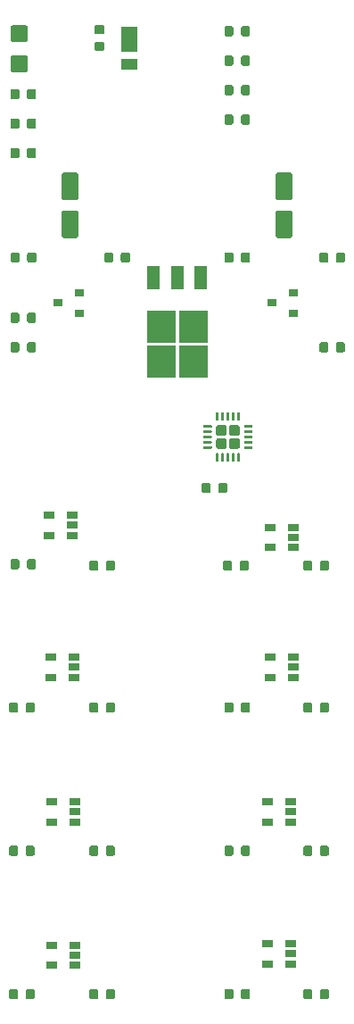
<source format=gbr>
G04 #@! TF.GenerationSoftware,KiCad,Pcbnew,5.0.2-bee76a0~70~ubuntu18.04.1*
G04 #@! TF.CreationDate,2019-01-02T16:22:13+08:00*
G04 #@! TF.ProjectId,Divider,44697669-6465-4722-9e6b-696361645f70,rev?*
G04 #@! TF.SameCoordinates,PX8d9ee20PY6422c40*
G04 #@! TF.FileFunction,Paste,Bot*
G04 #@! TF.FilePolarity,Positive*
%FSLAX46Y46*%
G04 Gerber Fmt 4.6, Leading zero omitted, Abs format (unit mm)*
G04 Created by KiCad (PCBNEW 5.0.2-bee76a0~70~ubuntu18.04.1) date Wed Jan  2 16:22:13 2019*
%MOMM*%
%LPD*%
G01*
G04 APERTURE LIST*
%ADD10R,1.200000X2.200000*%
%ADD11R,2.750000X3.050000*%
%ADD12C,0.100000*%
%ADD13C,1.600000*%
%ADD14C,0.875000*%
%ADD15R,1.500000X2.400000*%
%ADD16R,1.500000X1.050000*%
%ADD17C,1.010000*%
%ADD18C,0.250000*%
%ADD19R,0.900000X0.800000*%
%ADD20R,1.060000X0.650000*%
G04 APERTURE END LIST*
D10*
G04 #@! TO.C,U3*
X-2280000Y23504000D03*
X0Y23504000D03*
X2280000Y23504000D03*
D11*
X1525000Y15529000D03*
X-1525000Y18879000D03*
X-1525000Y15529000D03*
X1525000Y18879000D03*
G04 #@! TD*
D12*
G04 #@! TO.C,C2*
G36*
X-9585496Y33451796D02*
X-9561227Y33448196D01*
X-9537429Y33442235D01*
X-9514329Y33433970D01*
X-9492151Y33423480D01*
X-9471107Y33410867D01*
X-9451402Y33396253D01*
X-9433223Y33379777D01*
X-9416747Y33361598D01*
X-9402133Y33341893D01*
X-9389520Y33320849D01*
X-9379030Y33298671D01*
X-9370765Y33275571D01*
X-9364804Y33251773D01*
X-9361204Y33227504D01*
X-9360000Y33203000D01*
X-9360000Y31103000D01*
X-9361204Y31078496D01*
X-9364804Y31054227D01*
X-9370765Y31030429D01*
X-9379030Y31007329D01*
X-9389520Y30985151D01*
X-9402133Y30964107D01*
X-9416747Y30944402D01*
X-9433223Y30926223D01*
X-9451402Y30909747D01*
X-9471107Y30895133D01*
X-9492151Y30882520D01*
X-9514329Y30872030D01*
X-9537429Y30863765D01*
X-9561227Y30857804D01*
X-9585496Y30854204D01*
X-9610000Y30853000D01*
X-10710000Y30853000D01*
X-10734504Y30854204D01*
X-10758773Y30857804D01*
X-10782571Y30863765D01*
X-10805671Y30872030D01*
X-10827849Y30882520D01*
X-10848893Y30895133D01*
X-10868598Y30909747D01*
X-10886777Y30926223D01*
X-10903253Y30944402D01*
X-10917867Y30964107D01*
X-10930480Y30985151D01*
X-10940970Y31007329D01*
X-10949235Y31030429D01*
X-10955196Y31054227D01*
X-10958796Y31078496D01*
X-10960000Y31103000D01*
X-10960000Y33203000D01*
X-10958796Y33227504D01*
X-10955196Y33251773D01*
X-10949235Y33275571D01*
X-10940970Y33298671D01*
X-10930480Y33320849D01*
X-10917867Y33341893D01*
X-10903253Y33361598D01*
X-10886777Y33379777D01*
X-10868598Y33396253D01*
X-10848893Y33410867D01*
X-10827849Y33423480D01*
X-10805671Y33433970D01*
X-10782571Y33442235D01*
X-10758773Y33448196D01*
X-10734504Y33451796D01*
X-10710000Y33453000D01*
X-9610000Y33453000D01*
X-9585496Y33451796D01*
X-9585496Y33451796D01*
G37*
D13*
X-10160000Y32153000D03*
D12*
G36*
X-9585496Y29851796D02*
X-9561227Y29848196D01*
X-9537429Y29842235D01*
X-9514329Y29833970D01*
X-9492151Y29823480D01*
X-9471107Y29810867D01*
X-9451402Y29796253D01*
X-9433223Y29779777D01*
X-9416747Y29761598D01*
X-9402133Y29741893D01*
X-9389520Y29720849D01*
X-9379030Y29698671D01*
X-9370765Y29675571D01*
X-9364804Y29651773D01*
X-9361204Y29627504D01*
X-9360000Y29603000D01*
X-9360000Y27503000D01*
X-9361204Y27478496D01*
X-9364804Y27454227D01*
X-9370765Y27430429D01*
X-9379030Y27407329D01*
X-9389520Y27385151D01*
X-9402133Y27364107D01*
X-9416747Y27344402D01*
X-9433223Y27326223D01*
X-9451402Y27309747D01*
X-9471107Y27295133D01*
X-9492151Y27282520D01*
X-9514329Y27272030D01*
X-9537429Y27263765D01*
X-9561227Y27257804D01*
X-9585496Y27254204D01*
X-9610000Y27253000D01*
X-10710000Y27253000D01*
X-10734504Y27254204D01*
X-10758773Y27257804D01*
X-10782571Y27263765D01*
X-10805671Y27272030D01*
X-10827849Y27282520D01*
X-10848893Y27295133D01*
X-10868598Y27309747D01*
X-10886777Y27326223D01*
X-10903253Y27344402D01*
X-10917867Y27364107D01*
X-10930480Y27385151D01*
X-10940970Y27407329D01*
X-10949235Y27430429D01*
X-10955196Y27454227D01*
X-10958796Y27478496D01*
X-10960000Y27503000D01*
X-10960000Y29603000D01*
X-10958796Y29627504D01*
X-10955196Y29651773D01*
X-10949235Y29675571D01*
X-10940970Y29698671D01*
X-10930480Y29720849D01*
X-10917867Y29741893D01*
X-10903253Y29761598D01*
X-10886777Y29779777D01*
X-10868598Y29796253D01*
X-10848893Y29810867D01*
X-10827849Y29823480D01*
X-10805671Y29833970D01*
X-10782571Y29842235D01*
X-10758773Y29848196D01*
X-10734504Y29851796D01*
X-10710000Y29853000D01*
X-9610000Y29853000D01*
X-9585496Y29851796D01*
X-9585496Y29851796D01*
G37*
D13*
X-10160000Y28553000D03*
G04 #@! TD*
D12*
G04 #@! TO.C,C5*
G36*
X10734504Y29851796D02*
X10758773Y29848196D01*
X10782571Y29842235D01*
X10805671Y29833970D01*
X10827849Y29823480D01*
X10848893Y29810867D01*
X10868598Y29796253D01*
X10886777Y29779777D01*
X10903253Y29761598D01*
X10917867Y29741893D01*
X10930480Y29720849D01*
X10940970Y29698671D01*
X10949235Y29675571D01*
X10955196Y29651773D01*
X10958796Y29627504D01*
X10960000Y29603000D01*
X10960000Y27503000D01*
X10958796Y27478496D01*
X10955196Y27454227D01*
X10949235Y27430429D01*
X10940970Y27407329D01*
X10930480Y27385151D01*
X10917867Y27364107D01*
X10903253Y27344402D01*
X10886777Y27326223D01*
X10868598Y27309747D01*
X10848893Y27295133D01*
X10827849Y27282520D01*
X10805671Y27272030D01*
X10782571Y27263765D01*
X10758773Y27257804D01*
X10734504Y27254204D01*
X10710000Y27253000D01*
X9610000Y27253000D01*
X9585496Y27254204D01*
X9561227Y27257804D01*
X9537429Y27263765D01*
X9514329Y27272030D01*
X9492151Y27282520D01*
X9471107Y27295133D01*
X9451402Y27309747D01*
X9433223Y27326223D01*
X9416747Y27344402D01*
X9402133Y27364107D01*
X9389520Y27385151D01*
X9379030Y27407329D01*
X9370765Y27430429D01*
X9364804Y27454227D01*
X9361204Y27478496D01*
X9360000Y27503000D01*
X9360000Y29603000D01*
X9361204Y29627504D01*
X9364804Y29651773D01*
X9370765Y29675571D01*
X9379030Y29698671D01*
X9389520Y29720849D01*
X9402133Y29741893D01*
X9416747Y29761598D01*
X9433223Y29779777D01*
X9451402Y29796253D01*
X9471107Y29810867D01*
X9492151Y29823480D01*
X9514329Y29833970D01*
X9537429Y29842235D01*
X9561227Y29848196D01*
X9585496Y29851796D01*
X9610000Y29853000D01*
X10710000Y29853000D01*
X10734504Y29851796D01*
X10734504Y29851796D01*
G37*
D13*
X10160000Y28553000D03*
D12*
G36*
X10734504Y33451796D02*
X10758773Y33448196D01*
X10782571Y33442235D01*
X10805671Y33433970D01*
X10827849Y33423480D01*
X10848893Y33410867D01*
X10868598Y33396253D01*
X10886777Y33379777D01*
X10903253Y33361598D01*
X10917867Y33341893D01*
X10930480Y33320849D01*
X10940970Y33298671D01*
X10949235Y33275571D01*
X10955196Y33251773D01*
X10958796Y33227504D01*
X10960000Y33203000D01*
X10960000Y31103000D01*
X10958796Y31078496D01*
X10955196Y31054227D01*
X10949235Y31030429D01*
X10940970Y31007329D01*
X10930480Y30985151D01*
X10917867Y30964107D01*
X10903253Y30944402D01*
X10886777Y30926223D01*
X10868598Y30909747D01*
X10848893Y30895133D01*
X10827849Y30882520D01*
X10805671Y30872030D01*
X10782571Y30863765D01*
X10758773Y30857804D01*
X10734504Y30854204D01*
X10710000Y30853000D01*
X9610000Y30853000D01*
X9585496Y30854204D01*
X9561227Y30857804D01*
X9537429Y30863765D01*
X9514329Y30872030D01*
X9492151Y30882520D01*
X9471107Y30895133D01*
X9451402Y30909747D01*
X9433223Y30926223D01*
X9416747Y30944402D01*
X9402133Y30964107D01*
X9389520Y30985151D01*
X9379030Y31007329D01*
X9370765Y31030429D01*
X9364804Y31054227D01*
X9361204Y31078496D01*
X9360000Y31103000D01*
X9360000Y33203000D01*
X9361204Y33227504D01*
X9364804Y33251773D01*
X9370765Y33275571D01*
X9379030Y33298671D01*
X9389520Y33320849D01*
X9402133Y33341893D01*
X9416747Y33361598D01*
X9433223Y33379777D01*
X9451402Y33396253D01*
X9471107Y33410867D01*
X9492151Y33423480D01*
X9514329Y33433970D01*
X9537429Y33442235D01*
X9561227Y33448196D01*
X9585496Y33451796D01*
X9610000Y33453000D01*
X10710000Y33453000D01*
X10734504Y33451796D01*
X10734504Y33451796D01*
G37*
D13*
X10160000Y32153000D03*
G04 #@! TD*
D12*
G04 #@! TO.C,C1*
G36*
X3008691Y4029947D02*
X3029926Y4026797D01*
X3050750Y4021581D01*
X3070962Y4014349D01*
X3090368Y4005170D01*
X3108781Y3994134D01*
X3126024Y3981346D01*
X3141930Y3966930D01*
X3156346Y3951024D01*
X3169134Y3933781D01*
X3180170Y3915368D01*
X3189349Y3895962D01*
X3196581Y3875750D01*
X3201797Y3854926D01*
X3204947Y3833691D01*
X3206000Y3812250D01*
X3206000Y3299750D01*
X3204947Y3278309D01*
X3201797Y3257074D01*
X3196581Y3236250D01*
X3189349Y3216038D01*
X3180170Y3196632D01*
X3169134Y3178219D01*
X3156346Y3160976D01*
X3141930Y3145070D01*
X3126024Y3130654D01*
X3108781Y3117866D01*
X3090368Y3106830D01*
X3070962Y3097651D01*
X3050750Y3090419D01*
X3029926Y3085203D01*
X3008691Y3082053D01*
X2987250Y3081000D01*
X2549750Y3081000D01*
X2528309Y3082053D01*
X2507074Y3085203D01*
X2486250Y3090419D01*
X2466038Y3097651D01*
X2446632Y3106830D01*
X2428219Y3117866D01*
X2410976Y3130654D01*
X2395070Y3145070D01*
X2380654Y3160976D01*
X2367866Y3178219D01*
X2356830Y3196632D01*
X2347651Y3216038D01*
X2340419Y3236250D01*
X2335203Y3257074D01*
X2332053Y3278309D01*
X2331000Y3299750D01*
X2331000Y3812250D01*
X2332053Y3833691D01*
X2335203Y3854926D01*
X2340419Y3875750D01*
X2347651Y3895962D01*
X2356830Y3915368D01*
X2367866Y3933781D01*
X2380654Y3951024D01*
X2395070Y3966930D01*
X2410976Y3981346D01*
X2428219Y3994134D01*
X2446632Y4005170D01*
X2466038Y4014349D01*
X2486250Y4021581D01*
X2507074Y4026797D01*
X2528309Y4029947D01*
X2549750Y4031000D01*
X2987250Y4031000D01*
X3008691Y4029947D01*
X3008691Y4029947D01*
G37*
D14*
X2768500Y3556000D03*
D12*
G36*
X4583691Y4029947D02*
X4604926Y4026797D01*
X4625750Y4021581D01*
X4645962Y4014349D01*
X4665368Y4005170D01*
X4683781Y3994134D01*
X4701024Y3981346D01*
X4716930Y3966930D01*
X4731346Y3951024D01*
X4744134Y3933781D01*
X4755170Y3915368D01*
X4764349Y3895962D01*
X4771581Y3875750D01*
X4776797Y3854926D01*
X4779947Y3833691D01*
X4781000Y3812250D01*
X4781000Y3299750D01*
X4779947Y3278309D01*
X4776797Y3257074D01*
X4771581Y3236250D01*
X4764349Y3216038D01*
X4755170Y3196632D01*
X4744134Y3178219D01*
X4731346Y3160976D01*
X4716930Y3145070D01*
X4701024Y3130654D01*
X4683781Y3117866D01*
X4665368Y3106830D01*
X4645962Y3097651D01*
X4625750Y3090419D01*
X4604926Y3085203D01*
X4583691Y3082053D01*
X4562250Y3081000D01*
X4124750Y3081000D01*
X4103309Y3082053D01*
X4082074Y3085203D01*
X4061250Y3090419D01*
X4041038Y3097651D01*
X4021632Y3106830D01*
X4003219Y3117866D01*
X3985976Y3130654D01*
X3970070Y3145070D01*
X3955654Y3160976D01*
X3942866Y3178219D01*
X3931830Y3196632D01*
X3922651Y3216038D01*
X3915419Y3236250D01*
X3910203Y3257074D01*
X3907053Y3278309D01*
X3906000Y3299750D01*
X3906000Y3812250D01*
X3907053Y3833691D01*
X3910203Y3854926D01*
X3915419Y3875750D01*
X3922651Y3895962D01*
X3931830Y3915368D01*
X3942866Y3933781D01*
X3955654Y3951024D01*
X3970070Y3966930D01*
X3985976Y3981346D01*
X4003219Y3994134D01*
X4021632Y4005170D01*
X4041038Y4014349D01*
X4061250Y4021581D01*
X4082074Y4026797D01*
X4103309Y4029947D01*
X4124750Y4031000D01*
X4562250Y4031000D01*
X4583691Y4029947D01*
X4583691Y4029947D01*
G37*
D14*
X4343500Y3556000D03*
G04 #@! TD*
D12*
G04 #@! TO.C,C3*
G36*
X-4661309Y25873947D02*
X-4640074Y25870797D01*
X-4619250Y25865581D01*
X-4599038Y25858349D01*
X-4579632Y25849170D01*
X-4561219Y25838134D01*
X-4543976Y25825346D01*
X-4528070Y25810930D01*
X-4513654Y25795024D01*
X-4500866Y25777781D01*
X-4489830Y25759368D01*
X-4480651Y25739962D01*
X-4473419Y25719750D01*
X-4468203Y25698926D01*
X-4465053Y25677691D01*
X-4464000Y25656250D01*
X-4464000Y25143750D01*
X-4465053Y25122309D01*
X-4468203Y25101074D01*
X-4473419Y25080250D01*
X-4480651Y25060038D01*
X-4489830Y25040632D01*
X-4500866Y25022219D01*
X-4513654Y25004976D01*
X-4528070Y24989070D01*
X-4543976Y24974654D01*
X-4561219Y24961866D01*
X-4579632Y24950830D01*
X-4599038Y24941651D01*
X-4619250Y24934419D01*
X-4640074Y24929203D01*
X-4661309Y24926053D01*
X-4682750Y24925000D01*
X-5120250Y24925000D01*
X-5141691Y24926053D01*
X-5162926Y24929203D01*
X-5183750Y24934419D01*
X-5203962Y24941651D01*
X-5223368Y24950830D01*
X-5241781Y24961866D01*
X-5259024Y24974654D01*
X-5274930Y24989070D01*
X-5289346Y25004976D01*
X-5302134Y25022219D01*
X-5313170Y25040632D01*
X-5322349Y25060038D01*
X-5329581Y25080250D01*
X-5334797Y25101074D01*
X-5337947Y25122309D01*
X-5339000Y25143750D01*
X-5339000Y25656250D01*
X-5337947Y25677691D01*
X-5334797Y25698926D01*
X-5329581Y25719750D01*
X-5322349Y25739962D01*
X-5313170Y25759368D01*
X-5302134Y25777781D01*
X-5289346Y25795024D01*
X-5274930Y25810930D01*
X-5259024Y25825346D01*
X-5241781Y25838134D01*
X-5223368Y25849170D01*
X-5203962Y25858349D01*
X-5183750Y25865581D01*
X-5162926Y25870797D01*
X-5141691Y25873947D01*
X-5120250Y25875000D01*
X-4682750Y25875000D01*
X-4661309Y25873947D01*
X-4661309Y25873947D01*
G37*
D14*
X-4901500Y25400000D03*
D12*
G36*
X-6236309Y25873947D02*
X-6215074Y25870797D01*
X-6194250Y25865581D01*
X-6174038Y25858349D01*
X-6154632Y25849170D01*
X-6136219Y25838134D01*
X-6118976Y25825346D01*
X-6103070Y25810930D01*
X-6088654Y25795024D01*
X-6075866Y25777781D01*
X-6064830Y25759368D01*
X-6055651Y25739962D01*
X-6048419Y25719750D01*
X-6043203Y25698926D01*
X-6040053Y25677691D01*
X-6039000Y25656250D01*
X-6039000Y25143750D01*
X-6040053Y25122309D01*
X-6043203Y25101074D01*
X-6048419Y25080250D01*
X-6055651Y25060038D01*
X-6064830Y25040632D01*
X-6075866Y25022219D01*
X-6088654Y25004976D01*
X-6103070Y24989070D01*
X-6118976Y24974654D01*
X-6136219Y24961866D01*
X-6154632Y24950830D01*
X-6174038Y24941651D01*
X-6194250Y24934419D01*
X-6215074Y24929203D01*
X-6236309Y24926053D01*
X-6257750Y24925000D01*
X-6695250Y24925000D01*
X-6716691Y24926053D01*
X-6737926Y24929203D01*
X-6758750Y24934419D01*
X-6778962Y24941651D01*
X-6798368Y24950830D01*
X-6816781Y24961866D01*
X-6834024Y24974654D01*
X-6849930Y24989070D01*
X-6864346Y25004976D01*
X-6877134Y25022219D01*
X-6888170Y25040632D01*
X-6897349Y25060038D01*
X-6904581Y25080250D01*
X-6909797Y25101074D01*
X-6912947Y25122309D01*
X-6914000Y25143750D01*
X-6914000Y25656250D01*
X-6912947Y25677691D01*
X-6909797Y25698926D01*
X-6904581Y25719750D01*
X-6897349Y25739962D01*
X-6888170Y25759368D01*
X-6877134Y25777781D01*
X-6864346Y25795024D01*
X-6849930Y25810930D01*
X-6834024Y25825346D01*
X-6816781Y25838134D01*
X-6798368Y25849170D01*
X-6778962Y25858349D01*
X-6758750Y25865581D01*
X-6737926Y25870797D01*
X-6716691Y25873947D01*
X-6695250Y25875000D01*
X-6257750Y25875000D01*
X-6236309Y25873947D01*
X-6236309Y25873947D01*
G37*
D14*
X-6476500Y25400000D03*
G04 #@! TD*
D12*
G04 #@! TO.C,C4*
G36*
X6742691Y25873947D02*
X6763926Y25870797D01*
X6784750Y25865581D01*
X6804962Y25858349D01*
X6824368Y25849170D01*
X6842781Y25838134D01*
X6860024Y25825346D01*
X6875930Y25810930D01*
X6890346Y25795024D01*
X6903134Y25777781D01*
X6914170Y25759368D01*
X6923349Y25739962D01*
X6930581Y25719750D01*
X6935797Y25698926D01*
X6938947Y25677691D01*
X6940000Y25656250D01*
X6940000Y25143750D01*
X6938947Y25122309D01*
X6935797Y25101074D01*
X6930581Y25080250D01*
X6923349Y25060038D01*
X6914170Y25040632D01*
X6903134Y25022219D01*
X6890346Y25004976D01*
X6875930Y24989070D01*
X6860024Y24974654D01*
X6842781Y24961866D01*
X6824368Y24950830D01*
X6804962Y24941651D01*
X6784750Y24934419D01*
X6763926Y24929203D01*
X6742691Y24926053D01*
X6721250Y24925000D01*
X6283750Y24925000D01*
X6262309Y24926053D01*
X6241074Y24929203D01*
X6220250Y24934419D01*
X6200038Y24941651D01*
X6180632Y24950830D01*
X6162219Y24961866D01*
X6144976Y24974654D01*
X6129070Y24989070D01*
X6114654Y25004976D01*
X6101866Y25022219D01*
X6090830Y25040632D01*
X6081651Y25060038D01*
X6074419Y25080250D01*
X6069203Y25101074D01*
X6066053Y25122309D01*
X6065000Y25143750D01*
X6065000Y25656250D01*
X6066053Y25677691D01*
X6069203Y25698926D01*
X6074419Y25719750D01*
X6081651Y25739962D01*
X6090830Y25759368D01*
X6101866Y25777781D01*
X6114654Y25795024D01*
X6129070Y25810930D01*
X6144976Y25825346D01*
X6162219Y25838134D01*
X6180632Y25849170D01*
X6200038Y25858349D01*
X6220250Y25865581D01*
X6241074Y25870797D01*
X6262309Y25873947D01*
X6283750Y25875000D01*
X6721250Y25875000D01*
X6742691Y25873947D01*
X6742691Y25873947D01*
G37*
D14*
X6502500Y25400000D03*
D12*
G36*
X5167691Y25873947D02*
X5188926Y25870797D01*
X5209750Y25865581D01*
X5229962Y25858349D01*
X5249368Y25849170D01*
X5267781Y25838134D01*
X5285024Y25825346D01*
X5300930Y25810930D01*
X5315346Y25795024D01*
X5328134Y25777781D01*
X5339170Y25759368D01*
X5348349Y25739962D01*
X5355581Y25719750D01*
X5360797Y25698926D01*
X5363947Y25677691D01*
X5365000Y25656250D01*
X5365000Y25143750D01*
X5363947Y25122309D01*
X5360797Y25101074D01*
X5355581Y25080250D01*
X5348349Y25060038D01*
X5339170Y25040632D01*
X5328134Y25022219D01*
X5315346Y25004976D01*
X5300930Y24989070D01*
X5285024Y24974654D01*
X5267781Y24961866D01*
X5249368Y24950830D01*
X5229962Y24941651D01*
X5209750Y24934419D01*
X5188926Y24929203D01*
X5167691Y24926053D01*
X5146250Y24925000D01*
X4708750Y24925000D01*
X4687309Y24926053D01*
X4666074Y24929203D01*
X4645250Y24934419D01*
X4625038Y24941651D01*
X4605632Y24950830D01*
X4587219Y24961866D01*
X4569976Y24974654D01*
X4554070Y24989070D01*
X4539654Y25004976D01*
X4526866Y25022219D01*
X4515830Y25040632D01*
X4506651Y25060038D01*
X4499419Y25080250D01*
X4494203Y25101074D01*
X4491053Y25122309D01*
X4490000Y25143750D01*
X4490000Y25656250D01*
X4491053Y25677691D01*
X4494203Y25698926D01*
X4499419Y25719750D01*
X4506651Y25739962D01*
X4515830Y25759368D01*
X4526866Y25777781D01*
X4539654Y25795024D01*
X4554070Y25810930D01*
X4569976Y25825346D01*
X4587219Y25838134D01*
X4605632Y25849170D01*
X4625038Y25858349D01*
X4645250Y25865581D01*
X4666074Y25870797D01*
X4687309Y25873947D01*
X4708750Y25875000D01*
X5146250Y25875000D01*
X5167691Y25873947D01*
X5167691Y25873947D01*
G37*
D14*
X4927500Y25400000D03*
G04 #@! TD*
D12*
G04 #@! TO.C,C7*
G36*
X6742691Y47336947D02*
X6763926Y47333797D01*
X6784750Y47328581D01*
X6804962Y47321349D01*
X6824368Y47312170D01*
X6842781Y47301134D01*
X6860024Y47288346D01*
X6875930Y47273930D01*
X6890346Y47258024D01*
X6903134Y47240781D01*
X6914170Y47222368D01*
X6923349Y47202962D01*
X6930581Y47182750D01*
X6935797Y47161926D01*
X6938947Y47140691D01*
X6940000Y47119250D01*
X6940000Y46606750D01*
X6938947Y46585309D01*
X6935797Y46564074D01*
X6930581Y46543250D01*
X6923349Y46523038D01*
X6914170Y46503632D01*
X6903134Y46485219D01*
X6890346Y46467976D01*
X6875930Y46452070D01*
X6860024Y46437654D01*
X6842781Y46424866D01*
X6824368Y46413830D01*
X6804962Y46404651D01*
X6784750Y46397419D01*
X6763926Y46392203D01*
X6742691Y46389053D01*
X6721250Y46388000D01*
X6283750Y46388000D01*
X6262309Y46389053D01*
X6241074Y46392203D01*
X6220250Y46397419D01*
X6200038Y46404651D01*
X6180632Y46413830D01*
X6162219Y46424866D01*
X6144976Y46437654D01*
X6129070Y46452070D01*
X6114654Y46467976D01*
X6101866Y46485219D01*
X6090830Y46503632D01*
X6081651Y46523038D01*
X6074419Y46543250D01*
X6069203Y46564074D01*
X6066053Y46585309D01*
X6065000Y46606750D01*
X6065000Y47119250D01*
X6066053Y47140691D01*
X6069203Y47161926D01*
X6074419Y47182750D01*
X6081651Y47202962D01*
X6090830Y47222368D01*
X6101866Y47240781D01*
X6114654Y47258024D01*
X6129070Y47273930D01*
X6144976Y47288346D01*
X6162219Y47301134D01*
X6180632Y47312170D01*
X6200038Y47321349D01*
X6220250Y47328581D01*
X6241074Y47333797D01*
X6262309Y47336947D01*
X6283750Y47338000D01*
X6721250Y47338000D01*
X6742691Y47336947D01*
X6742691Y47336947D01*
G37*
D14*
X6502500Y46863000D03*
D12*
G36*
X5167691Y47336947D02*
X5188926Y47333797D01*
X5209750Y47328581D01*
X5229962Y47321349D01*
X5249368Y47312170D01*
X5267781Y47301134D01*
X5285024Y47288346D01*
X5300930Y47273930D01*
X5315346Y47258024D01*
X5328134Y47240781D01*
X5339170Y47222368D01*
X5348349Y47202962D01*
X5355581Y47182750D01*
X5360797Y47161926D01*
X5363947Y47140691D01*
X5365000Y47119250D01*
X5365000Y46606750D01*
X5363947Y46585309D01*
X5360797Y46564074D01*
X5355581Y46543250D01*
X5348349Y46523038D01*
X5339170Y46503632D01*
X5328134Y46485219D01*
X5315346Y46467976D01*
X5300930Y46452070D01*
X5285024Y46437654D01*
X5267781Y46424866D01*
X5249368Y46413830D01*
X5229962Y46404651D01*
X5209750Y46397419D01*
X5188926Y46392203D01*
X5167691Y46389053D01*
X5146250Y46388000D01*
X4708750Y46388000D01*
X4687309Y46389053D01*
X4666074Y46392203D01*
X4645250Y46397419D01*
X4625038Y46404651D01*
X4605632Y46413830D01*
X4587219Y46424866D01*
X4569976Y46437654D01*
X4554070Y46452070D01*
X4539654Y46467976D01*
X4526866Y46485219D01*
X4515830Y46503632D01*
X4506651Y46523038D01*
X4499419Y46543250D01*
X4494203Y46564074D01*
X4491053Y46585309D01*
X4490000Y46606750D01*
X4490000Y47119250D01*
X4491053Y47140691D01*
X4494203Y47161926D01*
X4499419Y47182750D01*
X4506651Y47202962D01*
X4515830Y47222368D01*
X4526866Y47240781D01*
X4539654Y47258024D01*
X4554070Y47273930D01*
X4569976Y47288346D01*
X4587219Y47301134D01*
X4605632Y47312170D01*
X4625038Y47321349D01*
X4645250Y47328581D01*
X4666074Y47333797D01*
X4687309Y47336947D01*
X4708750Y47338000D01*
X5146250Y47338000D01*
X5167691Y47336947D01*
X5167691Y47336947D01*
G37*
D14*
X4927500Y46863000D03*
G04 #@! TD*
D15*
G04 #@! TO.C,D3*
X-4572000Y46062000D03*
D16*
X-4572000Y43687000D03*
G04 #@! TD*
D12*
G04 #@! TO.C,D4*
G36*
X-14386496Y44585796D02*
X-14362227Y44582196D01*
X-14338429Y44576235D01*
X-14315329Y44567970D01*
X-14293151Y44557480D01*
X-14272107Y44544867D01*
X-14252402Y44530253D01*
X-14234223Y44513777D01*
X-14217747Y44495598D01*
X-14203133Y44475893D01*
X-14190520Y44454849D01*
X-14180030Y44432671D01*
X-14171765Y44409571D01*
X-14165804Y44385773D01*
X-14162204Y44361504D01*
X-14161000Y44337000D01*
X-14161000Y43237000D01*
X-14162204Y43212496D01*
X-14165804Y43188227D01*
X-14171765Y43164429D01*
X-14180030Y43141329D01*
X-14190520Y43119151D01*
X-14203133Y43098107D01*
X-14217747Y43078402D01*
X-14234223Y43060223D01*
X-14252402Y43043747D01*
X-14272107Y43029133D01*
X-14293151Y43016520D01*
X-14315329Y43006030D01*
X-14338429Y42997765D01*
X-14362227Y42991804D01*
X-14386496Y42988204D01*
X-14411000Y42987000D01*
X-15561000Y42987000D01*
X-15585504Y42988204D01*
X-15609773Y42991804D01*
X-15633571Y42997765D01*
X-15656671Y43006030D01*
X-15678849Y43016520D01*
X-15699893Y43029133D01*
X-15719598Y43043747D01*
X-15737777Y43060223D01*
X-15754253Y43078402D01*
X-15768867Y43098107D01*
X-15781480Y43119151D01*
X-15791970Y43141329D01*
X-15800235Y43164429D01*
X-15806196Y43188227D01*
X-15809796Y43212496D01*
X-15811000Y43237000D01*
X-15811000Y44337000D01*
X-15809796Y44361504D01*
X-15806196Y44385773D01*
X-15800235Y44409571D01*
X-15791970Y44432671D01*
X-15781480Y44454849D01*
X-15768867Y44475893D01*
X-15754253Y44495598D01*
X-15737777Y44513777D01*
X-15719598Y44530253D01*
X-15699893Y44544867D01*
X-15678849Y44557480D01*
X-15656671Y44567970D01*
X-15633571Y44576235D01*
X-15609773Y44582196D01*
X-15585504Y44585796D01*
X-15561000Y44587000D01*
X-14411000Y44587000D01*
X-14386496Y44585796D01*
X-14386496Y44585796D01*
G37*
D13*
X-14986000Y43787000D03*
D12*
G36*
X-14386496Y47435796D02*
X-14362227Y47432196D01*
X-14338429Y47426235D01*
X-14315329Y47417970D01*
X-14293151Y47407480D01*
X-14272107Y47394867D01*
X-14252402Y47380253D01*
X-14234223Y47363777D01*
X-14217747Y47345598D01*
X-14203133Y47325893D01*
X-14190520Y47304849D01*
X-14180030Y47282671D01*
X-14171765Y47259571D01*
X-14165804Y47235773D01*
X-14162204Y47211504D01*
X-14161000Y47187000D01*
X-14161000Y46087000D01*
X-14162204Y46062496D01*
X-14165804Y46038227D01*
X-14171765Y46014429D01*
X-14180030Y45991329D01*
X-14190520Y45969151D01*
X-14203133Y45948107D01*
X-14217747Y45928402D01*
X-14234223Y45910223D01*
X-14252402Y45893747D01*
X-14272107Y45879133D01*
X-14293151Y45866520D01*
X-14315329Y45856030D01*
X-14338429Y45847765D01*
X-14362227Y45841804D01*
X-14386496Y45838204D01*
X-14411000Y45837000D01*
X-15561000Y45837000D01*
X-15585504Y45838204D01*
X-15609773Y45841804D01*
X-15633571Y45847765D01*
X-15656671Y45856030D01*
X-15678849Y45866520D01*
X-15699893Y45879133D01*
X-15719598Y45893747D01*
X-15737777Y45910223D01*
X-15754253Y45928402D01*
X-15768867Y45948107D01*
X-15781480Y45969151D01*
X-15791970Y45991329D01*
X-15800235Y46014429D01*
X-15806196Y46038227D01*
X-15809796Y46062496D01*
X-15811000Y46087000D01*
X-15811000Y47187000D01*
X-15809796Y47211504D01*
X-15806196Y47235773D01*
X-15800235Y47259571D01*
X-15791970Y47282671D01*
X-15781480Y47304849D01*
X-15768867Y47325893D01*
X-15754253Y47345598D01*
X-15737777Y47363777D01*
X-15719598Y47380253D01*
X-15699893Y47394867D01*
X-15678849Y47407480D01*
X-15656671Y47417970D01*
X-15633571Y47426235D01*
X-15609773Y47432196D01*
X-15585504Y47435796D01*
X-15561000Y47437000D01*
X-14411000Y47437000D01*
X-14386496Y47435796D01*
X-14386496Y47435796D01*
G37*
D13*
X-14986000Y46637000D03*
G04 #@! TD*
D12*
G04 #@! TO.C,U1*
G36*
X5730504Y9510796D02*
X5754773Y9507196D01*
X5778571Y9501235D01*
X5801671Y9492970D01*
X5823849Y9482480D01*
X5844893Y9469867D01*
X5864598Y9455253D01*
X5882777Y9438777D01*
X5899253Y9420598D01*
X5913867Y9400893D01*
X5926480Y9379849D01*
X5936970Y9357671D01*
X5945235Y9334571D01*
X5951196Y9310773D01*
X5954796Y9286504D01*
X5956000Y9262000D01*
X5956000Y8752000D01*
X5954796Y8727496D01*
X5951196Y8703227D01*
X5945235Y8679429D01*
X5936970Y8656329D01*
X5926480Y8634151D01*
X5913867Y8613107D01*
X5899253Y8593402D01*
X5882777Y8575223D01*
X5864598Y8558747D01*
X5844893Y8544133D01*
X5823849Y8531520D01*
X5801671Y8521030D01*
X5778571Y8512765D01*
X5754773Y8506804D01*
X5730504Y8503204D01*
X5706000Y8502000D01*
X5196000Y8502000D01*
X5171496Y8503204D01*
X5147227Y8506804D01*
X5123429Y8512765D01*
X5100329Y8521030D01*
X5078151Y8531520D01*
X5057107Y8544133D01*
X5037402Y8558747D01*
X5019223Y8575223D01*
X5002747Y8593402D01*
X4988133Y8613107D01*
X4975520Y8634151D01*
X4965030Y8656329D01*
X4956765Y8679429D01*
X4950804Y8703227D01*
X4947204Y8727496D01*
X4946000Y8752000D01*
X4946000Y9262000D01*
X4947204Y9286504D01*
X4950804Y9310773D01*
X4956765Y9334571D01*
X4965030Y9357671D01*
X4975520Y9379849D01*
X4988133Y9400893D01*
X5002747Y9420598D01*
X5019223Y9438777D01*
X5037402Y9455253D01*
X5057107Y9469867D01*
X5078151Y9482480D01*
X5100329Y9492970D01*
X5123429Y9501235D01*
X5147227Y9507196D01*
X5171496Y9510796D01*
X5196000Y9512000D01*
X5706000Y9512000D01*
X5730504Y9510796D01*
X5730504Y9510796D01*
G37*
D17*
X5451000Y9007000D03*
D12*
G36*
X5730504Y8260796D02*
X5754773Y8257196D01*
X5778571Y8251235D01*
X5801671Y8242970D01*
X5823849Y8232480D01*
X5844893Y8219867D01*
X5864598Y8205253D01*
X5882777Y8188777D01*
X5899253Y8170598D01*
X5913867Y8150893D01*
X5926480Y8129849D01*
X5936970Y8107671D01*
X5945235Y8084571D01*
X5951196Y8060773D01*
X5954796Y8036504D01*
X5956000Y8012000D01*
X5956000Y7502000D01*
X5954796Y7477496D01*
X5951196Y7453227D01*
X5945235Y7429429D01*
X5936970Y7406329D01*
X5926480Y7384151D01*
X5913867Y7363107D01*
X5899253Y7343402D01*
X5882777Y7325223D01*
X5864598Y7308747D01*
X5844893Y7294133D01*
X5823849Y7281520D01*
X5801671Y7271030D01*
X5778571Y7262765D01*
X5754773Y7256804D01*
X5730504Y7253204D01*
X5706000Y7252000D01*
X5196000Y7252000D01*
X5171496Y7253204D01*
X5147227Y7256804D01*
X5123429Y7262765D01*
X5100329Y7271030D01*
X5078151Y7281520D01*
X5057107Y7294133D01*
X5037402Y7308747D01*
X5019223Y7325223D01*
X5002747Y7343402D01*
X4988133Y7363107D01*
X4975520Y7384151D01*
X4965030Y7406329D01*
X4956765Y7429429D01*
X4950804Y7453227D01*
X4947204Y7477496D01*
X4946000Y7502000D01*
X4946000Y8012000D01*
X4947204Y8036504D01*
X4950804Y8060773D01*
X4956765Y8084571D01*
X4965030Y8107671D01*
X4975520Y8129849D01*
X4988133Y8150893D01*
X5002747Y8170598D01*
X5019223Y8188777D01*
X5037402Y8205253D01*
X5057107Y8219867D01*
X5078151Y8232480D01*
X5100329Y8242970D01*
X5123429Y8251235D01*
X5147227Y8257196D01*
X5171496Y8260796D01*
X5196000Y8262000D01*
X5706000Y8262000D01*
X5730504Y8260796D01*
X5730504Y8260796D01*
G37*
D17*
X5451000Y7757000D03*
D12*
G36*
X4480504Y9510796D02*
X4504773Y9507196D01*
X4528571Y9501235D01*
X4551671Y9492970D01*
X4573849Y9482480D01*
X4594893Y9469867D01*
X4614598Y9455253D01*
X4632777Y9438777D01*
X4649253Y9420598D01*
X4663867Y9400893D01*
X4676480Y9379849D01*
X4686970Y9357671D01*
X4695235Y9334571D01*
X4701196Y9310773D01*
X4704796Y9286504D01*
X4706000Y9262000D01*
X4706000Y8752000D01*
X4704796Y8727496D01*
X4701196Y8703227D01*
X4695235Y8679429D01*
X4686970Y8656329D01*
X4676480Y8634151D01*
X4663867Y8613107D01*
X4649253Y8593402D01*
X4632777Y8575223D01*
X4614598Y8558747D01*
X4594893Y8544133D01*
X4573849Y8531520D01*
X4551671Y8521030D01*
X4528571Y8512765D01*
X4504773Y8506804D01*
X4480504Y8503204D01*
X4456000Y8502000D01*
X3946000Y8502000D01*
X3921496Y8503204D01*
X3897227Y8506804D01*
X3873429Y8512765D01*
X3850329Y8521030D01*
X3828151Y8531520D01*
X3807107Y8544133D01*
X3787402Y8558747D01*
X3769223Y8575223D01*
X3752747Y8593402D01*
X3738133Y8613107D01*
X3725520Y8634151D01*
X3715030Y8656329D01*
X3706765Y8679429D01*
X3700804Y8703227D01*
X3697204Y8727496D01*
X3696000Y8752000D01*
X3696000Y9262000D01*
X3697204Y9286504D01*
X3700804Y9310773D01*
X3706765Y9334571D01*
X3715030Y9357671D01*
X3725520Y9379849D01*
X3738133Y9400893D01*
X3752747Y9420598D01*
X3769223Y9438777D01*
X3787402Y9455253D01*
X3807107Y9469867D01*
X3828151Y9482480D01*
X3850329Y9492970D01*
X3873429Y9501235D01*
X3897227Y9507196D01*
X3921496Y9510796D01*
X3946000Y9512000D01*
X4456000Y9512000D01*
X4480504Y9510796D01*
X4480504Y9510796D01*
G37*
D17*
X4201000Y9007000D03*
D12*
G36*
X4480504Y8260796D02*
X4504773Y8257196D01*
X4528571Y8251235D01*
X4551671Y8242970D01*
X4573849Y8232480D01*
X4594893Y8219867D01*
X4614598Y8205253D01*
X4632777Y8188777D01*
X4649253Y8170598D01*
X4663867Y8150893D01*
X4676480Y8129849D01*
X4686970Y8107671D01*
X4695235Y8084571D01*
X4701196Y8060773D01*
X4704796Y8036504D01*
X4706000Y8012000D01*
X4706000Y7502000D01*
X4704796Y7477496D01*
X4701196Y7453227D01*
X4695235Y7429429D01*
X4686970Y7406329D01*
X4676480Y7384151D01*
X4663867Y7363107D01*
X4649253Y7343402D01*
X4632777Y7325223D01*
X4614598Y7308747D01*
X4594893Y7294133D01*
X4573849Y7281520D01*
X4551671Y7271030D01*
X4528571Y7262765D01*
X4504773Y7256804D01*
X4480504Y7253204D01*
X4456000Y7252000D01*
X3946000Y7252000D01*
X3921496Y7253204D01*
X3897227Y7256804D01*
X3873429Y7262765D01*
X3850329Y7271030D01*
X3828151Y7281520D01*
X3807107Y7294133D01*
X3787402Y7308747D01*
X3769223Y7325223D01*
X3752747Y7343402D01*
X3738133Y7363107D01*
X3725520Y7384151D01*
X3715030Y7406329D01*
X3706765Y7429429D01*
X3700804Y7453227D01*
X3697204Y7477496D01*
X3696000Y7502000D01*
X3696000Y8012000D01*
X3697204Y8036504D01*
X3700804Y8060773D01*
X3706765Y8084571D01*
X3715030Y8107671D01*
X3725520Y8129849D01*
X3738133Y8150893D01*
X3752747Y8170598D01*
X3769223Y8188777D01*
X3787402Y8205253D01*
X3807107Y8219867D01*
X3828151Y8232480D01*
X3850329Y8242970D01*
X3873429Y8251235D01*
X3897227Y8257196D01*
X3921496Y8260796D01*
X3946000Y8262000D01*
X4456000Y8262000D01*
X4480504Y8260796D01*
X4480504Y8260796D01*
G37*
D17*
X4201000Y7757000D03*
D12*
G36*
X7119626Y9506699D02*
X7125693Y9505799D01*
X7131643Y9504309D01*
X7137418Y9502242D01*
X7142962Y9499620D01*
X7148223Y9496467D01*
X7153150Y9492813D01*
X7157694Y9488694D01*
X7161813Y9484150D01*
X7165467Y9479223D01*
X7168620Y9473962D01*
X7171242Y9468418D01*
X7173309Y9462643D01*
X7174799Y9456693D01*
X7175699Y9450626D01*
X7176000Y9444500D01*
X7176000Y9319500D01*
X7175699Y9313374D01*
X7174799Y9307307D01*
X7173309Y9301357D01*
X7171242Y9295582D01*
X7168620Y9290038D01*
X7165467Y9284777D01*
X7161813Y9279850D01*
X7157694Y9275306D01*
X7153150Y9271187D01*
X7148223Y9267533D01*
X7142962Y9264380D01*
X7137418Y9261758D01*
X7131643Y9259691D01*
X7125693Y9258201D01*
X7119626Y9257301D01*
X7113500Y9257000D01*
X6413500Y9257000D01*
X6407374Y9257301D01*
X6401307Y9258201D01*
X6395357Y9259691D01*
X6389582Y9261758D01*
X6384038Y9264380D01*
X6378777Y9267533D01*
X6373850Y9271187D01*
X6369306Y9275306D01*
X6365187Y9279850D01*
X6361533Y9284777D01*
X6358380Y9290038D01*
X6355758Y9295582D01*
X6353691Y9301357D01*
X6352201Y9307307D01*
X6351301Y9313374D01*
X6351000Y9319500D01*
X6351000Y9444500D01*
X6351301Y9450626D01*
X6352201Y9456693D01*
X6353691Y9462643D01*
X6355758Y9468418D01*
X6358380Y9473962D01*
X6361533Y9479223D01*
X6365187Y9484150D01*
X6369306Y9488694D01*
X6373850Y9492813D01*
X6378777Y9496467D01*
X6384038Y9499620D01*
X6389582Y9502242D01*
X6395357Y9504309D01*
X6401307Y9505799D01*
X6407374Y9506699D01*
X6413500Y9507000D01*
X7113500Y9507000D01*
X7119626Y9506699D01*
X7119626Y9506699D01*
G37*
D18*
X6763500Y9382000D03*
D12*
G36*
X7119626Y9006699D02*
X7125693Y9005799D01*
X7131643Y9004309D01*
X7137418Y9002242D01*
X7142962Y8999620D01*
X7148223Y8996467D01*
X7153150Y8992813D01*
X7157694Y8988694D01*
X7161813Y8984150D01*
X7165467Y8979223D01*
X7168620Y8973962D01*
X7171242Y8968418D01*
X7173309Y8962643D01*
X7174799Y8956693D01*
X7175699Y8950626D01*
X7176000Y8944500D01*
X7176000Y8819500D01*
X7175699Y8813374D01*
X7174799Y8807307D01*
X7173309Y8801357D01*
X7171242Y8795582D01*
X7168620Y8790038D01*
X7165467Y8784777D01*
X7161813Y8779850D01*
X7157694Y8775306D01*
X7153150Y8771187D01*
X7148223Y8767533D01*
X7142962Y8764380D01*
X7137418Y8761758D01*
X7131643Y8759691D01*
X7125693Y8758201D01*
X7119626Y8757301D01*
X7113500Y8757000D01*
X6413500Y8757000D01*
X6407374Y8757301D01*
X6401307Y8758201D01*
X6395357Y8759691D01*
X6389582Y8761758D01*
X6384038Y8764380D01*
X6378777Y8767533D01*
X6373850Y8771187D01*
X6369306Y8775306D01*
X6365187Y8779850D01*
X6361533Y8784777D01*
X6358380Y8790038D01*
X6355758Y8795582D01*
X6353691Y8801357D01*
X6352201Y8807307D01*
X6351301Y8813374D01*
X6351000Y8819500D01*
X6351000Y8944500D01*
X6351301Y8950626D01*
X6352201Y8956693D01*
X6353691Y8962643D01*
X6355758Y8968418D01*
X6358380Y8973962D01*
X6361533Y8979223D01*
X6365187Y8984150D01*
X6369306Y8988694D01*
X6373850Y8992813D01*
X6378777Y8996467D01*
X6384038Y8999620D01*
X6389582Y9002242D01*
X6395357Y9004309D01*
X6401307Y9005799D01*
X6407374Y9006699D01*
X6413500Y9007000D01*
X7113500Y9007000D01*
X7119626Y9006699D01*
X7119626Y9006699D01*
G37*
D18*
X6763500Y8882000D03*
D12*
G36*
X7119626Y8506699D02*
X7125693Y8505799D01*
X7131643Y8504309D01*
X7137418Y8502242D01*
X7142962Y8499620D01*
X7148223Y8496467D01*
X7153150Y8492813D01*
X7157694Y8488694D01*
X7161813Y8484150D01*
X7165467Y8479223D01*
X7168620Y8473962D01*
X7171242Y8468418D01*
X7173309Y8462643D01*
X7174799Y8456693D01*
X7175699Y8450626D01*
X7176000Y8444500D01*
X7176000Y8319500D01*
X7175699Y8313374D01*
X7174799Y8307307D01*
X7173309Y8301357D01*
X7171242Y8295582D01*
X7168620Y8290038D01*
X7165467Y8284777D01*
X7161813Y8279850D01*
X7157694Y8275306D01*
X7153150Y8271187D01*
X7148223Y8267533D01*
X7142962Y8264380D01*
X7137418Y8261758D01*
X7131643Y8259691D01*
X7125693Y8258201D01*
X7119626Y8257301D01*
X7113500Y8257000D01*
X6413500Y8257000D01*
X6407374Y8257301D01*
X6401307Y8258201D01*
X6395357Y8259691D01*
X6389582Y8261758D01*
X6384038Y8264380D01*
X6378777Y8267533D01*
X6373850Y8271187D01*
X6369306Y8275306D01*
X6365187Y8279850D01*
X6361533Y8284777D01*
X6358380Y8290038D01*
X6355758Y8295582D01*
X6353691Y8301357D01*
X6352201Y8307307D01*
X6351301Y8313374D01*
X6351000Y8319500D01*
X6351000Y8444500D01*
X6351301Y8450626D01*
X6352201Y8456693D01*
X6353691Y8462643D01*
X6355758Y8468418D01*
X6358380Y8473962D01*
X6361533Y8479223D01*
X6365187Y8484150D01*
X6369306Y8488694D01*
X6373850Y8492813D01*
X6378777Y8496467D01*
X6384038Y8499620D01*
X6389582Y8502242D01*
X6395357Y8504309D01*
X6401307Y8505799D01*
X6407374Y8506699D01*
X6413500Y8507000D01*
X7113500Y8507000D01*
X7119626Y8506699D01*
X7119626Y8506699D01*
G37*
D18*
X6763500Y8382000D03*
D12*
G36*
X7119626Y8006699D02*
X7125693Y8005799D01*
X7131643Y8004309D01*
X7137418Y8002242D01*
X7142962Y7999620D01*
X7148223Y7996467D01*
X7153150Y7992813D01*
X7157694Y7988694D01*
X7161813Y7984150D01*
X7165467Y7979223D01*
X7168620Y7973962D01*
X7171242Y7968418D01*
X7173309Y7962643D01*
X7174799Y7956693D01*
X7175699Y7950626D01*
X7176000Y7944500D01*
X7176000Y7819500D01*
X7175699Y7813374D01*
X7174799Y7807307D01*
X7173309Y7801357D01*
X7171242Y7795582D01*
X7168620Y7790038D01*
X7165467Y7784777D01*
X7161813Y7779850D01*
X7157694Y7775306D01*
X7153150Y7771187D01*
X7148223Y7767533D01*
X7142962Y7764380D01*
X7137418Y7761758D01*
X7131643Y7759691D01*
X7125693Y7758201D01*
X7119626Y7757301D01*
X7113500Y7757000D01*
X6413500Y7757000D01*
X6407374Y7757301D01*
X6401307Y7758201D01*
X6395357Y7759691D01*
X6389582Y7761758D01*
X6384038Y7764380D01*
X6378777Y7767533D01*
X6373850Y7771187D01*
X6369306Y7775306D01*
X6365187Y7779850D01*
X6361533Y7784777D01*
X6358380Y7790038D01*
X6355758Y7795582D01*
X6353691Y7801357D01*
X6352201Y7807307D01*
X6351301Y7813374D01*
X6351000Y7819500D01*
X6351000Y7944500D01*
X6351301Y7950626D01*
X6352201Y7956693D01*
X6353691Y7962643D01*
X6355758Y7968418D01*
X6358380Y7973962D01*
X6361533Y7979223D01*
X6365187Y7984150D01*
X6369306Y7988694D01*
X6373850Y7992813D01*
X6378777Y7996467D01*
X6384038Y7999620D01*
X6389582Y8002242D01*
X6395357Y8004309D01*
X6401307Y8005799D01*
X6407374Y8006699D01*
X6413500Y8007000D01*
X7113500Y8007000D01*
X7119626Y8006699D01*
X7119626Y8006699D01*
G37*
D18*
X6763500Y7882000D03*
D12*
G36*
X7119626Y7506699D02*
X7125693Y7505799D01*
X7131643Y7504309D01*
X7137418Y7502242D01*
X7142962Y7499620D01*
X7148223Y7496467D01*
X7153150Y7492813D01*
X7157694Y7488694D01*
X7161813Y7484150D01*
X7165467Y7479223D01*
X7168620Y7473962D01*
X7171242Y7468418D01*
X7173309Y7462643D01*
X7174799Y7456693D01*
X7175699Y7450626D01*
X7176000Y7444500D01*
X7176000Y7319500D01*
X7175699Y7313374D01*
X7174799Y7307307D01*
X7173309Y7301357D01*
X7171242Y7295582D01*
X7168620Y7290038D01*
X7165467Y7284777D01*
X7161813Y7279850D01*
X7157694Y7275306D01*
X7153150Y7271187D01*
X7148223Y7267533D01*
X7142962Y7264380D01*
X7137418Y7261758D01*
X7131643Y7259691D01*
X7125693Y7258201D01*
X7119626Y7257301D01*
X7113500Y7257000D01*
X6413500Y7257000D01*
X6407374Y7257301D01*
X6401307Y7258201D01*
X6395357Y7259691D01*
X6389582Y7261758D01*
X6384038Y7264380D01*
X6378777Y7267533D01*
X6373850Y7271187D01*
X6369306Y7275306D01*
X6365187Y7279850D01*
X6361533Y7284777D01*
X6358380Y7290038D01*
X6355758Y7295582D01*
X6353691Y7301357D01*
X6352201Y7307307D01*
X6351301Y7313374D01*
X6351000Y7319500D01*
X6351000Y7444500D01*
X6351301Y7450626D01*
X6352201Y7456693D01*
X6353691Y7462643D01*
X6355758Y7468418D01*
X6358380Y7473962D01*
X6361533Y7479223D01*
X6365187Y7484150D01*
X6369306Y7488694D01*
X6373850Y7492813D01*
X6378777Y7496467D01*
X6384038Y7499620D01*
X6389582Y7502242D01*
X6395357Y7504309D01*
X6401307Y7505799D01*
X6407374Y7506699D01*
X6413500Y7507000D01*
X7113500Y7507000D01*
X7119626Y7506699D01*
X7119626Y7506699D01*
G37*
D18*
X6763500Y7382000D03*
D12*
G36*
X5894626Y6856699D02*
X5900693Y6855799D01*
X5906643Y6854309D01*
X5912418Y6852242D01*
X5917962Y6849620D01*
X5923223Y6846467D01*
X5928150Y6842813D01*
X5932694Y6838694D01*
X5936813Y6834150D01*
X5940467Y6829223D01*
X5943620Y6823962D01*
X5946242Y6818418D01*
X5948309Y6812643D01*
X5949799Y6806693D01*
X5950699Y6800626D01*
X5951000Y6794500D01*
X5951000Y6094500D01*
X5950699Y6088374D01*
X5949799Y6082307D01*
X5948309Y6076357D01*
X5946242Y6070582D01*
X5943620Y6065038D01*
X5940467Y6059777D01*
X5936813Y6054850D01*
X5932694Y6050306D01*
X5928150Y6046187D01*
X5923223Y6042533D01*
X5917962Y6039380D01*
X5912418Y6036758D01*
X5906643Y6034691D01*
X5900693Y6033201D01*
X5894626Y6032301D01*
X5888500Y6032000D01*
X5763500Y6032000D01*
X5757374Y6032301D01*
X5751307Y6033201D01*
X5745357Y6034691D01*
X5739582Y6036758D01*
X5734038Y6039380D01*
X5728777Y6042533D01*
X5723850Y6046187D01*
X5719306Y6050306D01*
X5715187Y6054850D01*
X5711533Y6059777D01*
X5708380Y6065038D01*
X5705758Y6070582D01*
X5703691Y6076357D01*
X5702201Y6082307D01*
X5701301Y6088374D01*
X5701000Y6094500D01*
X5701000Y6794500D01*
X5701301Y6800626D01*
X5702201Y6806693D01*
X5703691Y6812643D01*
X5705758Y6818418D01*
X5708380Y6823962D01*
X5711533Y6829223D01*
X5715187Y6834150D01*
X5719306Y6838694D01*
X5723850Y6842813D01*
X5728777Y6846467D01*
X5734038Y6849620D01*
X5739582Y6852242D01*
X5745357Y6854309D01*
X5751307Y6855799D01*
X5757374Y6856699D01*
X5763500Y6857000D01*
X5888500Y6857000D01*
X5894626Y6856699D01*
X5894626Y6856699D01*
G37*
D18*
X5826000Y6444500D03*
D12*
G36*
X5394626Y6856699D02*
X5400693Y6855799D01*
X5406643Y6854309D01*
X5412418Y6852242D01*
X5417962Y6849620D01*
X5423223Y6846467D01*
X5428150Y6842813D01*
X5432694Y6838694D01*
X5436813Y6834150D01*
X5440467Y6829223D01*
X5443620Y6823962D01*
X5446242Y6818418D01*
X5448309Y6812643D01*
X5449799Y6806693D01*
X5450699Y6800626D01*
X5451000Y6794500D01*
X5451000Y6094500D01*
X5450699Y6088374D01*
X5449799Y6082307D01*
X5448309Y6076357D01*
X5446242Y6070582D01*
X5443620Y6065038D01*
X5440467Y6059777D01*
X5436813Y6054850D01*
X5432694Y6050306D01*
X5428150Y6046187D01*
X5423223Y6042533D01*
X5417962Y6039380D01*
X5412418Y6036758D01*
X5406643Y6034691D01*
X5400693Y6033201D01*
X5394626Y6032301D01*
X5388500Y6032000D01*
X5263500Y6032000D01*
X5257374Y6032301D01*
X5251307Y6033201D01*
X5245357Y6034691D01*
X5239582Y6036758D01*
X5234038Y6039380D01*
X5228777Y6042533D01*
X5223850Y6046187D01*
X5219306Y6050306D01*
X5215187Y6054850D01*
X5211533Y6059777D01*
X5208380Y6065038D01*
X5205758Y6070582D01*
X5203691Y6076357D01*
X5202201Y6082307D01*
X5201301Y6088374D01*
X5201000Y6094500D01*
X5201000Y6794500D01*
X5201301Y6800626D01*
X5202201Y6806693D01*
X5203691Y6812643D01*
X5205758Y6818418D01*
X5208380Y6823962D01*
X5211533Y6829223D01*
X5215187Y6834150D01*
X5219306Y6838694D01*
X5223850Y6842813D01*
X5228777Y6846467D01*
X5234038Y6849620D01*
X5239582Y6852242D01*
X5245357Y6854309D01*
X5251307Y6855799D01*
X5257374Y6856699D01*
X5263500Y6857000D01*
X5388500Y6857000D01*
X5394626Y6856699D01*
X5394626Y6856699D01*
G37*
D18*
X5326000Y6444500D03*
D12*
G36*
X4894626Y6856699D02*
X4900693Y6855799D01*
X4906643Y6854309D01*
X4912418Y6852242D01*
X4917962Y6849620D01*
X4923223Y6846467D01*
X4928150Y6842813D01*
X4932694Y6838694D01*
X4936813Y6834150D01*
X4940467Y6829223D01*
X4943620Y6823962D01*
X4946242Y6818418D01*
X4948309Y6812643D01*
X4949799Y6806693D01*
X4950699Y6800626D01*
X4951000Y6794500D01*
X4951000Y6094500D01*
X4950699Y6088374D01*
X4949799Y6082307D01*
X4948309Y6076357D01*
X4946242Y6070582D01*
X4943620Y6065038D01*
X4940467Y6059777D01*
X4936813Y6054850D01*
X4932694Y6050306D01*
X4928150Y6046187D01*
X4923223Y6042533D01*
X4917962Y6039380D01*
X4912418Y6036758D01*
X4906643Y6034691D01*
X4900693Y6033201D01*
X4894626Y6032301D01*
X4888500Y6032000D01*
X4763500Y6032000D01*
X4757374Y6032301D01*
X4751307Y6033201D01*
X4745357Y6034691D01*
X4739582Y6036758D01*
X4734038Y6039380D01*
X4728777Y6042533D01*
X4723850Y6046187D01*
X4719306Y6050306D01*
X4715187Y6054850D01*
X4711533Y6059777D01*
X4708380Y6065038D01*
X4705758Y6070582D01*
X4703691Y6076357D01*
X4702201Y6082307D01*
X4701301Y6088374D01*
X4701000Y6094500D01*
X4701000Y6794500D01*
X4701301Y6800626D01*
X4702201Y6806693D01*
X4703691Y6812643D01*
X4705758Y6818418D01*
X4708380Y6823962D01*
X4711533Y6829223D01*
X4715187Y6834150D01*
X4719306Y6838694D01*
X4723850Y6842813D01*
X4728777Y6846467D01*
X4734038Y6849620D01*
X4739582Y6852242D01*
X4745357Y6854309D01*
X4751307Y6855799D01*
X4757374Y6856699D01*
X4763500Y6857000D01*
X4888500Y6857000D01*
X4894626Y6856699D01*
X4894626Y6856699D01*
G37*
D18*
X4826000Y6444500D03*
D12*
G36*
X4394626Y6856699D02*
X4400693Y6855799D01*
X4406643Y6854309D01*
X4412418Y6852242D01*
X4417962Y6849620D01*
X4423223Y6846467D01*
X4428150Y6842813D01*
X4432694Y6838694D01*
X4436813Y6834150D01*
X4440467Y6829223D01*
X4443620Y6823962D01*
X4446242Y6818418D01*
X4448309Y6812643D01*
X4449799Y6806693D01*
X4450699Y6800626D01*
X4451000Y6794500D01*
X4451000Y6094500D01*
X4450699Y6088374D01*
X4449799Y6082307D01*
X4448309Y6076357D01*
X4446242Y6070582D01*
X4443620Y6065038D01*
X4440467Y6059777D01*
X4436813Y6054850D01*
X4432694Y6050306D01*
X4428150Y6046187D01*
X4423223Y6042533D01*
X4417962Y6039380D01*
X4412418Y6036758D01*
X4406643Y6034691D01*
X4400693Y6033201D01*
X4394626Y6032301D01*
X4388500Y6032000D01*
X4263500Y6032000D01*
X4257374Y6032301D01*
X4251307Y6033201D01*
X4245357Y6034691D01*
X4239582Y6036758D01*
X4234038Y6039380D01*
X4228777Y6042533D01*
X4223850Y6046187D01*
X4219306Y6050306D01*
X4215187Y6054850D01*
X4211533Y6059777D01*
X4208380Y6065038D01*
X4205758Y6070582D01*
X4203691Y6076357D01*
X4202201Y6082307D01*
X4201301Y6088374D01*
X4201000Y6094500D01*
X4201000Y6794500D01*
X4201301Y6800626D01*
X4202201Y6806693D01*
X4203691Y6812643D01*
X4205758Y6818418D01*
X4208380Y6823962D01*
X4211533Y6829223D01*
X4215187Y6834150D01*
X4219306Y6838694D01*
X4223850Y6842813D01*
X4228777Y6846467D01*
X4234038Y6849620D01*
X4239582Y6852242D01*
X4245357Y6854309D01*
X4251307Y6855799D01*
X4257374Y6856699D01*
X4263500Y6857000D01*
X4388500Y6857000D01*
X4394626Y6856699D01*
X4394626Y6856699D01*
G37*
D18*
X4326000Y6444500D03*
D12*
G36*
X3894626Y6856699D02*
X3900693Y6855799D01*
X3906643Y6854309D01*
X3912418Y6852242D01*
X3917962Y6849620D01*
X3923223Y6846467D01*
X3928150Y6842813D01*
X3932694Y6838694D01*
X3936813Y6834150D01*
X3940467Y6829223D01*
X3943620Y6823962D01*
X3946242Y6818418D01*
X3948309Y6812643D01*
X3949799Y6806693D01*
X3950699Y6800626D01*
X3951000Y6794500D01*
X3951000Y6094500D01*
X3950699Y6088374D01*
X3949799Y6082307D01*
X3948309Y6076357D01*
X3946242Y6070582D01*
X3943620Y6065038D01*
X3940467Y6059777D01*
X3936813Y6054850D01*
X3932694Y6050306D01*
X3928150Y6046187D01*
X3923223Y6042533D01*
X3917962Y6039380D01*
X3912418Y6036758D01*
X3906643Y6034691D01*
X3900693Y6033201D01*
X3894626Y6032301D01*
X3888500Y6032000D01*
X3763500Y6032000D01*
X3757374Y6032301D01*
X3751307Y6033201D01*
X3745357Y6034691D01*
X3739582Y6036758D01*
X3734038Y6039380D01*
X3728777Y6042533D01*
X3723850Y6046187D01*
X3719306Y6050306D01*
X3715187Y6054850D01*
X3711533Y6059777D01*
X3708380Y6065038D01*
X3705758Y6070582D01*
X3703691Y6076357D01*
X3702201Y6082307D01*
X3701301Y6088374D01*
X3701000Y6094500D01*
X3701000Y6794500D01*
X3701301Y6800626D01*
X3702201Y6806693D01*
X3703691Y6812643D01*
X3705758Y6818418D01*
X3708380Y6823962D01*
X3711533Y6829223D01*
X3715187Y6834150D01*
X3719306Y6838694D01*
X3723850Y6842813D01*
X3728777Y6846467D01*
X3734038Y6849620D01*
X3739582Y6852242D01*
X3745357Y6854309D01*
X3751307Y6855799D01*
X3757374Y6856699D01*
X3763500Y6857000D01*
X3888500Y6857000D01*
X3894626Y6856699D01*
X3894626Y6856699D01*
G37*
D18*
X3826000Y6444500D03*
D12*
G36*
X3244626Y7506699D02*
X3250693Y7505799D01*
X3256643Y7504309D01*
X3262418Y7502242D01*
X3267962Y7499620D01*
X3273223Y7496467D01*
X3278150Y7492813D01*
X3282694Y7488694D01*
X3286813Y7484150D01*
X3290467Y7479223D01*
X3293620Y7473962D01*
X3296242Y7468418D01*
X3298309Y7462643D01*
X3299799Y7456693D01*
X3300699Y7450626D01*
X3301000Y7444500D01*
X3301000Y7319500D01*
X3300699Y7313374D01*
X3299799Y7307307D01*
X3298309Y7301357D01*
X3296242Y7295582D01*
X3293620Y7290038D01*
X3290467Y7284777D01*
X3286813Y7279850D01*
X3282694Y7275306D01*
X3278150Y7271187D01*
X3273223Y7267533D01*
X3267962Y7264380D01*
X3262418Y7261758D01*
X3256643Y7259691D01*
X3250693Y7258201D01*
X3244626Y7257301D01*
X3238500Y7257000D01*
X2538500Y7257000D01*
X2532374Y7257301D01*
X2526307Y7258201D01*
X2520357Y7259691D01*
X2514582Y7261758D01*
X2509038Y7264380D01*
X2503777Y7267533D01*
X2498850Y7271187D01*
X2494306Y7275306D01*
X2490187Y7279850D01*
X2486533Y7284777D01*
X2483380Y7290038D01*
X2480758Y7295582D01*
X2478691Y7301357D01*
X2477201Y7307307D01*
X2476301Y7313374D01*
X2476000Y7319500D01*
X2476000Y7444500D01*
X2476301Y7450626D01*
X2477201Y7456693D01*
X2478691Y7462643D01*
X2480758Y7468418D01*
X2483380Y7473962D01*
X2486533Y7479223D01*
X2490187Y7484150D01*
X2494306Y7488694D01*
X2498850Y7492813D01*
X2503777Y7496467D01*
X2509038Y7499620D01*
X2514582Y7502242D01*
X2520357Y7504309D01*
X2526307Y7505799D01*
X2532374Y7506699D01*
X2538500Y7507000D01*
X3238500Y7507000D01*
X3244626Y7506699D01*
X3244626Y7506699D01*
G37*
D18*
X2888500Y7382000D03*
D12*
G36*
X3244626Y8006699D02*
X3250693Y8005799D01*
X3256643Y8004309D01*
X3262418Y8002242D01*
X3267962Y7999620D01*
X3273223Y7996467D01*
X3278150Y7992813D01*
X3282694Y7988694D01*
X3286813Y7984150D01*
X3290467Y7979223D01*
X3293620Y7973962D01*
X3296242Y7968418D01*
X3298309Y7962643D01*
X3299799Y7956693D01*
X3300699Y7950626D01*
X3301000Y7944500D01*
X3301000Y7819500D01*
X3300699Y7813374D01*
X3299799Y7807307D01*
X3298309Y7801357D01*
X3296242Y7795582D01*
X3293620Y7790038D01*
X3290467Y7784777D01*
X3286813Y7779850D01*
X3282694Y7775306D01*
X3278150Y7771187D01*
X3273223Y7767533D01*
X3267962Y7764380D01*
X3262418Y7761758D01*
X3256643Y7759691D01*
X3250693Y7758201D01*
X3244626Y7757301D01*
X3238500Y7757000D01*
X2538500Y7757000D01*
X2532374Y7757301D01*
X2526307Y7758201D01*
X2520357Y7759691D01*
X2514582Y7761758D01*
X2509038Y7764380D01*
X2503777Y7767533D01*
X2498850Y7771187D01*
X2494306Y7775306D01*
X2490187Y7779850D01*
X2486533Y7784777D01*
X2483380Y7790038D01*
X2480758Y7795582D01*
X2478691Y7801357D01*
X2477201Y7807307D01*
X2476301Y7813374D01*
X2476000Y7819500D01*
X2476000Y7944500D01*
X2476301Y7950626D01*
X2477201Y7956693D01*
X2478691Y7962643D01*
X2480758Y7968418D01*
X2483380Y7973962D01*
X2486533Y7979223D01*
X2490187Y7984150D01*
X2494306Y7988694D01*
X2498850Y7992813D01*
X2503777Y7996467D01*
X2509038Y7999620D01*
X2514582Y8002242D01*
X2520357Y8004309D01*
X2526307Y8005799D01*
X2532374Y8006699D01*
X2538500Y8007000D01*
X3238500Y8007000D01*
X3244626Y8006699D01*
X3244626Y8006699D01*
G37*
D18*
X2888500Y7882000D03*
D12*
G36*
X3244626Y8506699D02*
X3250693Y8505799D01*
X3256643Y8504309D01*
X3262418Y8502242D01*
X3267962Y8499620D01*
X3273223Y8496467D01*
X3278150Y8492813D01*
X3282694Y8488694D01*
X3286813Y8484150D01*
X3290467Y8479223D01*
X3293620Y8473962D01*
X3296242Y8468418D01*
X3298309Y8462643D01*
X3299799Y8456693D01*
X3300699Y8450626D01*
X3301000Y8444500D01*
X3301000Y8319500D01*
X3300699Y8313374D01*
X3299799Y8307307D01*
X3298309Y8301357D01*
X3296242Y8295582D01*
X3293620Y8290038D01*
X3290467Y8284777D01*
X3286813Y8279850D01*
X3282694Y8275306D01*
X3278150Y8271187D01*
X3273223Y8267533D01*
X3267962Y8264380D01*
X3262418Y8261758D01*
X3256643Y8259691D01*
X3250693Y8258201D01*
X3244626Y8257301D01*
X3238500Y8257000D01*
X2538500Y8257000D01*
X2532374Y8257301D01*
X2526307Y8258201D01*
X2520357Y8259691D01*
X2514582Y8261758D01*
X2509038Y8264380D01*
X2503777Y8267533D01*
X2498850Y8271187D01*
X2494306Y8275306D01*
X2490187Y8279850D01*
X2486533Y8284777D01*
X2483380Y8290038D01*
X2480758Y8295582D01*
X2478691Y8301357D01*
X2477201Y8307307D01*
X2476301Y8313374D01*
X2476000Y8319500D01*
X2476000Y8444500D01*
X2476301Y8450626D01*
X2477201Y8456693D01*
X2478691Y8462643D01*
X2480758Y8468418D01*
X2483380Y8473962D01*
X2486533Y8479223D01*
X2490187Y8484150D01*
X2494306Y8488694D01*
X2498850Y8492813D01*
X2503777Y8496467D01*
X2509038Y8499620D01*
X2514582Y8502242D01*
X2520357Y8504309D01*
X2526307Y8505799D01*
X2532374Y8506699D01*
X2538500Y8507000D01*
X3238500Y8507000D01*
X3244626Y8506699D01*
X3244626Y8506699D01*
G37*
D18*
X2888500Y8382000D03*
D12*
G36*
X3244626Y9006699D02*
X3250693Y9005799D01*
X3256643Y9004309D01*
X3262418Y9002242D01*
X3267962Y8999620D01*
X3273223Y8996467D01*
X3278150Y8992813D01*
X3282694Y8988694D01*
X3286813Y8984150D01*
X3290467Y8979223D01*
X3293620Y8973962D01*
X3296242Y8968418D01*
X3298309Y8962643D01*
X3299799Y8956693D01*
X3300699Y8950626D01*
X3301000Y8944500D01*
X3301000Y8819500D01*
X3300699Y8813374D01*
X3299799Y8807307D01*
X3298309Y8801357D01*
X3296242Y8795582D01*
X3293620Y8790038D01*
X3290467Y8784777D01*
X3286813Y8779850D01*
X3282694Y8775306D01*
X3278150Y8771187D01*
X3273223Y8767533D01*
X3267962Y8764380D01*
X3262418Y8761758D01*
X3256643Y8759691D01*
X3250693Y8758201D01*
X3244626Y8757301D01*
X3238500Y8757000D01*
X2538500Y8757000D01*
X2532374Y8757301D01*
X2526307Y8758201D01*
X2520357Y8759691D01*
X2514582Y8761758D01*
X2509038Y8764380D01*
X2503777Y8767533D01*
X2498850Y8771187D01*
X2494306Y8775306D01*
X2490187Y8779850D01*
X2486533Y8784777D01*
X2483380Y8790038D01*
X2480758Y8795582D01*
X2478691Y8801357D01*
X2477201Y8807307D01*
X2476301Y8813374D01*
X2476000Y8819500D01*
X2476000Y8944500D01*
X2476301Y8950626D01*
X2477201Y8956693D01*
X2478691Y8962643D01*
X2480758Y8968418D01*
X2483380Y8973962D01*
X2486533Y8979223D01*
X2490187Y8984150D01*
X2494306Y8988694D01*
X2498850Y8992813D01*
X2503777Y8996467D01*
X2509038Y8999620D01*
X2514582Y9002242D01*
X2520357Y9004309D01*
X2526307Y9005799D01*
X2532374Y9006699D01*
X2538500Y9007000D01*
X3238500Y9007000D01*
X3244626Y9006699D01*
X3244626Y9006699D01*
G37*
D18*
X2888500Y8882000D03*
D12*
G36*
X3244626Y9506699D02*
X3250693Y9505799D01*
X3256643Y9504309D01*
X3262418Y9502242D01*
X3267962Y9499620D01*
X3273223Y9496467D01*
X3278150Y9492813D01*
X3282694Y9488694D01*
X3286813Y9484150D01*
X3290467Y9479223D01*
X3293620Y9473962D01*
X3296242Y9468418D01*
X3298309Y9462643D01*
X3299799Y9456693D01*
X3300699Y9450626D01*
X3301000Y9444500D01*
X3301000Y9319500D01*
X3300699Y9313374D01*
X3299799Y9307307D01*
X3298309Y9301357D01*
X3296242Y9295582D01*
X3293620Y9290038D01*
X3290467Y9284777D01*
X3286813Y9279850D01*
X3282694Y9275306D01*
X3278150Y9271187D01*
X3273223Y9267533D01*
X3267962Y9264380D01*
X3262418Y9261758D01*
X3256643Y9259691D01*
X3250693Y9258201D01*
X3244626Y9257301D01*
X3238500Y9257000D01*
X2538500Y9257000D01*
X2532374Y9257301D01*
X2526307Y9258201D01*
X2520357Y9259691D01*
X2514582Y9261758D01*
X2509038Y9264380D01*
X2503777Y9267533D01*
X2498850Y9271187D01*
X2494306Y9275306D01*
X2490187Y9279850D01*
X2486533Y9284777D01*
X2483380Y9290038D01*
X2480758Y9295582D01*
X2478691Y9301357D01*
X2477201Y9307307D01*
X2476301Y9313374D01*
X2476000Y9319500D01*
X2476000Y9444500D01*
X2476301Y9450626D01*
X2477201Y9456693D01*
X2478691Y9462643D01*
X2480758Y9468418D01*
X2483380Y9473962D01*
X2486533Y9479223D01*
X2490187Y9484150D01*
X2494306Y9488694D01*
X2498850Y9492813D01*
X2503777Y9496467D01*
X2509038Y9499620D01*
X2514582Y9502242D01*
X2520357Y9504309D01*
X2526307Y9505799D01*
X2532374Y9506699D01*
X2538500Y9507000D01*
X3238500Y9507000D01*
X3244626Y9506699D01*
X3244626Y9506699D01*
G37*
D18*
X2888500Y9382000D03*
D12*
G36*
X3894626Y10731699D02*
X3900693Y10730799D01*
X3906643Y10729309D01*
X3912418Y10727242D01*
X3917962Y10724620D01*
X3923223Y10721467D01*
X3928150Y10717813D01*
X3932694Y10713694D01*
X3936813Y10709150D01*
X3940467Y10704223D01*
X3943620Y10698962D01*
X3946242Y10693418D01*
X3948309Y10687643D01*
X3949799Y10681693D01*
X3950699Y10675626D01*
X3951000Y10669500D01*
X3951000Y9969500D01*
X3950699Y9963374D01*
X3949799Y9957307D01*
X3948309Y9951357D01*
X3946242Y9945582D01*
X3943620Y9940038D01*
X3940467Y9934777D01*
X3936813Y9929850D01*
X3932694Y9925306D01*
X3928150Y9921187D01*
X3923223Y9917533D01*
X3917962Y9914380D01*
X3912418Y9911758D01*
X3906643Y9909691D01*
X3900693Y9908201D01*
X3894626Y9907301D01*
X3888500Y9907000D01*
X3763500Y9907000D01*
X3757374Y9907301D01*
X3751307Y9908201D01*
X3745357Y9909691D01*
X3739582Y9911758D01*
X3734038Y9914380D01*
X3728777Y9917533D01*
X3723850Y9921187D01*
X3719306Y9925306D01*
X3715187Y9929850D01*
X3711533Y9934777D01*
X3708380Y9940038D01*
X3705758Y9945582D01*
X3703691Y9951357D01*
X3702201Y9957307D01*
X3701301Y9963374D01*
X3701000Y9969500D01*
X3701000Y10669500D01*
X3701301Y10675626D01*
X3702201Y10681693D01*
X3703691Y10687643D01*
X3705758Y10693418D01*
X3708380Y10698962D01*
X3711533Y10704223D01*
X3715187Y10709150D01*
X3719306Y10713694D01*
X3723850Y10717813D01*
X3728777Y10721467D01*
X3734038Y10724620D01*
X3739582Y10727242D01*
X3745357Y10729309D01*
X3751307Y10730799D01*
X3757374Y10731699D01*
X3763500Y10732000D01*
X3888500Y10732000D01*
X3894626Y10731699D01*
X3894626Y10731699D01*
G37*
D18*
X3826000Y10319500D03*
D12*
G36*
X4394626Y10731699D02*
X4400693Y10730799D01*
X4406643Y10729309D01*
X4412418Y10727242D01*
X4417962Y10724620D01*
X4423223Y10721467D01*
X4428150Y10717813D01*
X4432694Y10713694D01*
X4436813Y10709150D01*
X4440467Y10704223D01*
X4443620Y10698962D01*
X4446242Y10693418D01*
X4448309Y10687643D01*
X4449799Y10681693D01*
X4450699Y10675626D01*
X4451000Y10669500D01*
X4451000Y9969500D01*
X4450699Y9963374D01*
X4449799Y9957307D01*
X4448309Y9951357D01*
X4446242Y9945582D01*
X4443620Y9940038D01*
X4440467Y9934777D01*
X4436813Y9929850D01*
X4432694Y9925306D01*
X4428150Y9921187D01*
X4423223Y9917533D01*
X4417962Y9914380D01*
X4412418Y9911758D01*
X4406643Y9909691D01*
X4400693Y9908201D01*
X4394626Y9907301D01*
X4388500Y9907000D01*
X4263500Y9907000D01*
X4257374Y9907301D01*
X4251307Y9908201D01*
X4245357Y9909691D01*
X4239582Y9911758D01*
X4234038Y9914380D01*
X4228777Y9917533D01*
X4223850Y9921187D01*
X4219306Y9925306D01*
X4215187Y9929850D01*
X4211533Y9934777D01*
X4208380Y9940038D01*
X4205758Y9945582D01*
X4203691Y9951357D01*
X4202201Y9957307D01*
X4201301Y9963374D01*
X4201000Y9969500D01*
X4201000Y10669500D01*
X4201301Y10675626D01*
X4202201Y10681693D01*
X4203691Y10687643D01*
X4205758Y10693418D01*
X4208380Y10698962D01*
X4211533Y10704223D01*
X4215187Y10709150D01*
X4219306Y10713694D01*
X4223850Y10717813D01*
X4228777Y10721467D01*
X4234038Y10724620D01*
X4239582Y10727242D01*
X4245357Y10729309D01*
X4251307Y10730799D01*
X4257374Y10731699D01*
X4263500Y10732000D01*
X4388500Y10732000D01*
X4394626Y10731699D01*
X4394626Y10731699D01*
G37*
D18*
X4326000Y10319500D03*
D12*
G36*
X4894626Y10731699D02*
X4900693Y10730799D01*
X4906643Y10729309D01*
X4912418Y10727242D01*
X4917962Y10724620D01*
X4923223Y10721467D01*
X4928150Y10717813D01*
X4932694Y10713694D01*
X4936813Y10709150D01*
X4940467Y10704223D01*
X4943620Y10698962D01*
X4946242Y10693418D01*
X4948309Y10687643D01*
X4949799Y10681693D01*
X4950699Y10675626D01*
X4951000Y10669500D01*
X4951000Y9969500D01*
X4950699Y9963374D01*
X4949799Y9957307D01*
X4948309Y9951357D01*
X4946242Y9945582D01*
X4943620Y9940038D01*
X4940467Y9934777D01*
X4936813Y9929850D01*
X4932694Y9925306D01*
X4928150Y9921187D01*
X4923223Y9917533D01*
X4917962Y9914380D01*
X4912418Y9911758D01*
X4906643Y9909691D01*
X4900693Y9908201D01*
X4894626Y9907301D01*
X4888500Y9907000D01*
X4763500Y9907000D01*
X4757374Y9907301D01*
X4751307Y9908201D01*
X4745357Y9909691D01*
X4739582Y9911758D01*
X4734038Y9914380D01*
X4728777Y9917533D01*
X4723850Y9921187D01*
X4719306Y9925306D01*
X4715187Y9929850D01*
X4711533Y9934777D01*
X4708380Y9940038D01*
X4705758Y9945582D01*
X4703691Y9951357D01*
X4702201Y9957307D01*
X4701301Y9963374D01*
X4701000Y9969500D01*
X4701000Y10669500D01*
X4701301Y10675626D01*
X4702201Y10681693D01*
X4703691Y10687643D01*
X4705758Y10693418D01*
X4708380Y10698962D01*
X4711533Y10704223D01*
X4715187Y10709150D01*
X4719306Y10713694D01*
X4723850Y10717813D01*
X4728777Y10721467D01*
X4734038Y10724620D01*
X4739582Y10727242D01*
X4745357Y10729309D01*
X4751307Y10730799D01*
X4757374Y10731699D01*
X4763500Y10732000D01*
X4888500Y10732000D01*
X4894626Y10731699D01*
X4894626Y10731699D01*
G37*
D18*
X4826000Y10319500D03*
D12*
G36*
X5394626Y10731699D02*
X5400693Y10730799D01*
X5406643Y10729309D01*
X5412418Y10727242D01*
X5417962Y10724620D01*
X5423223Y10721467D01*
X5428150Y10717813D01*
X5432694Y10713694D01*
X5436813Y10709150D01*
X5440467Y10704223D01*
X5443620Y10698962D01*
X5446242Y10693418D01*
X5448309Y10687643D01*
X5449799Y10681693D01*
X5450699Y10675626D01*
X5451000Y10669500D01*
X5451000Y9969500D01*
X5450699Y9963374D01*
X5449799Y9957307D01*
X5448309Y9951357D01*
X5446242Y9945582D01*
X5443620Y9940038D01*
X5440467Y9934777D01*
X5436813Y9929850D01*
X5432694Y9925306D01*
X5428150Y9921187D01*
X5423223Y9917533D01*
X5417962Y9914380D01*
X5412418Y9911758D01*
X5406643Y9909691D01*
X5400693Y9908201D01*
X5394626Y9907301D01*
X5388500Y9907000D01*
X5263500Y9907000D01*
X5257374Y9907301D01*
X5251307Y9908201D01*
X5245357Y9909691D01*
X5239582Y9911758D01*
X5234038Y9914380D01*
X5228777Y9917533D01*
X5223850Y9921187D01*
X5219306Y9925306D01*
X5215187Y9929850D01*
X5211533Y9934777D01*
X5208380Y9940038D01*
X5205758Y9945582D01*
X5203691Y9951357D01*
X5202201Y9957307D01*
X5201301Y9963374D01*
X5201000Y9969500D01*
X5201000Y10669500D01*
X5201301Y10675626D01*
X5202201Y10681693D01*
X5203691Y10687643D01*
X5205758Y10693418D01*
X5208380Y10698962D01*
X5211533Y10704223D01*
X5215187Y10709150D01*
X5219306Y10713694D01*
X5223850Y10717813D01*
X5228777Y10721467D01*
X5234038Y10724620D01*
X5239582Y10727242D01*
X5245357Y10729309D01*
X5251307Y10730799D01*
X5257374Y10731699D01*
X5263500Y10732000D01*
X5388500Y10732000D01*
X5394626Y10731699D01*
X5394626Y10731699D01*
G37*
D18*
X5326000Y10319500D03*
D12*
G36*
X5894626Y10731699D02*
X5900693Y10730799D01*
X5906643Y10729309D01*
X5912418Y10727242D01*
X5917962Y10724620D01*
X5923223Y10721467D01*
X5928150Y10717813D01*
X5932694Y10713694D01*
X5936813Y10709150D01*
X5940467Y10704223D01*
X5943620Y10698962D01*
X5946242Y10693418D01*
X5948309Y10687643D01*
X5949799Y10681693D01*
X5950699Y10675626D01*
X5951000Y10669500D01*
X5951000Y9969500D01*
X5950699Y9963374D01*
X5949799Y9957307D01*
X5948309Y9951357D01*
X5946242Y9945582D01*
X5943620Y9940038D01*
X5940467Y9934777D01*
X5936813Y9929850D01*
X5932694Y9925306D01*
X5928150Y9921187D01*
X5923223Y9917533D01*
X5917962Y9914380D01*
X5912418Y9911758D01*
X5906643Y9909691D01*
X5900693Y9908201D01*
X5894626Y9907301D01*
X5888500Y9907000D01*
X5763500Y9907000D01*
X5757374Y9907301D01*
X5751307Y9908201D01*
X5745357Y9909691D01*
X5739582Y9911758D01*
X5734038Y9914380D01*
X5728777Y9917533D01*
X5723850Y9921187D01*
X5719306Y9925306D01*
X5715187Y9929850D01*
X5711533Y9934777D01*
X5708380Y9940038D01*
X5705758Y9945582D01*
X5703691Y9951357D01*
X5702201Y9957307D01*
X5701301Y9963374D01*
X5701000Y9969500D01*
X5701000Y10669500D01*
X5701301Y10675626D01*
X5702201Y10681693D01*
X5703691Y10687643D01*
X5705758Y10693418D01*
X5708380Y10698962D01*
X5711533Y10704223D01*
X5715187Y10709150D01*
X5719306Y10713694D01*
X5723850Y10717813D01*
X5728777Y10721467D01*
X5734038Y10724620D01*
X5739582Y10727242D01*
X5745357Y10729309D01*
X5751307Y10730799D01*
X5757374Y10731699D01*
X5763500Y10732000D01*
X5888500Y10732000D01*
X5894626Y10731699D01*
X5894626Y10731699D01*
G37*
D18*
X5826000Y10319500D03*
G04 #@! TD*
D19*
G04 #@! TO.C,Q2*
X-11287000Y21082000D03*
X-9287000Y20132000D03*
X-9287000Y22032000D03*
G04 #@! TD*
G04 #@! TO.C,Q1*
X11033000Y22032000D03*
X11033000Y20132000D03*
X9033000Y21082000D03*
G04 #@! TD*
D20*
G04 #@! TO.C,U5*
X8806000Y-193000D03*
X8806000Y-2093000D03*
X11006000Y-2093000D03*
X11006000Y-1143000D03*
X11006000Y-193000D03*
G04 #@! TD*
G04 #@! TO.C,U10*
X-9695000Y-26228000D03*
X-9695000Y-27178000D03*
X-9695000Y-28128000D03*
X-11895000Y-28128000D03*
X-11895000Y-26228000D03*
G04 #@! TD*
G04 #@! TO.C,U2*
X8806000Y-12512000D03*
X8806000Y-14412000D03*
X11006000Y-14412000D03*
X11006000Y-13462000D03*
X11006000Y-12512000D03*
G04 #@! TD*
G04 #@! TO.C,U4*
X-9822000Y-12512000D03*
X-9822000Y-13462000D03*
X-9822000Y-14412000D03*
X-12022000Y-14412000D03*
X-12022000Y-12512000D03*
G04 #@! TD*
G04 #@! TO.C,U6*
X-12149000Y950000D03*
X-12149000Y-950000D03*
X-9949000Y-950000D03*
X-9949000Y0D03*
X-9949000Y950000D03*
G04 #@! TD*
G04 #@! TO.C,U7*
X10752000Y-39690000D03*
X10752000Y-40640000D03*
X10752000Y-41590000D03*
X8552000Y-41590000D03*
X8552000Y-39690000D03*
G04 #@! TD*
G04 #@! TO.C,U8*
X-11895000Y-39817000D03*
X-11895000Y-41717000D03*
X-9695000Y-41717000D03*
X-9695000Y-40767000D03*
X-9695000Y-39817000D03*
G04 #@! TD*
G04 #@! TO.C,U9*
X10752000Y-26228000D03*
X10752000Y-27178000D03*
X10752000Y-28128000D03*
X8552000Y-28128000D03*
X8552000Y-26228000D03*
G04 #@! TD*
D12*
G04 #@! TO.C,R1*
G36*
X-15152309Y17364947D02*
X-15131074Y17361797D01*
X-15110250Y17356581D01*
X-15090038Y17349349D01*
X-15070632Y17340170D01*
X-15052219Y17329134D01*
X-15034976Y17316346D01*
X-15019070Y17301930D01*
X-15004654Y17286024D01*
X-14991866Y17268781D01*
X-14980830Y17250368D01*
X-14971651Y17230962D01*
X-14964419Y17210750D01*
X-14959203Y17189926D01*
X-14956053Y17168691D01*
X-14955000Y17147250D01*
X-14955000Y16634750D01*
X-14956053Y16613309D01*
X-14959203Y16592074D01*
X-14964419Y16571250D01*
X-14971651Y16551038D01*
X-14980830Y16531632D01*
X-14991866Y16513219D01*
X-15004654Y16495976D01*
X-15019070Y16480070D01*
X-15034976Y16465654D01*
X-15052219Y16452866D01*
X-15070632Y16441830D01*
X-15090038Y16432651D01*
X-15110250Y16425419D01*
X-15131074Y16420203D01*
X-15152309Y16417053D01*
X-15173750Y16416000D01*
X-15611250Y16416000D01*
X-15632691Y16417053D01*
X-15653926Y16420203D01*
X-15674750Y16425419D01*
X-15694962Y16432651D01*
X-15714368Y16441830D01*
X-15732781Y16452866D01*
X-15750024Y16465654D01*
X-15765930Y16480070D01*
X-15780346Y16495976D01*
X-15793134Y16513219D01*
X-15804170Y16531632D01*
X-15813349Y16551038D01*
X-15820581Y16571250D01*
X-15825797Y16592074D01*
X-15828947Y16613309D01*
X-15830000Y16634750D01*
X-15830000Y17147250D01*
X-15828947Y17168691D01*
X-15825797Y17189926D01*
X-15820581Y17210750D01*
X-15813349Y17230962D01*
X-15804170Y17250368D01*
X-15793134Y17268781D01*
X-15780346Y17286024D01*
X-15765930Y17301930D01*
X-15750024Y17316346D01*
X-15732781Y17329134D01*
X-15714368Y17340170D01*
X-15694962Y17349349D01*
X-15674750Y17356581D01*
X-15653926Y17361797D01*
X-15632691Y17364947D01*
X-15611250Y17366000D01*
X-15173750Y17366000D01*
X-15152309Y17364947D01*
X-15152309Y17364947D01*
G37*
D14*
X-15392500Y16891000D03*
D12*
G36*
X-13577309Y17364947D02*
X-13556074Y17361797D01*
X-13535250Y17356581D01*
X-13515038Y17349349D01*
X-13495632Y17340170D01*
X-13477219Y17329134D01*
X-13459976Y17316346D01*
X-13444070Y17301930D01*
X-13429654Y17286024D01*
X-13416866Y17268781D01*
X-13405830Y17250368D01*
X-13396651Y17230962D01*
X-13389419Y17210750D01*
X-13384203Y17189926D01*
X-13381053Y17168691D01*
X-13380000Y17147250D01*
X-13380000Y16634750D01*
X-13381053Y16613309D01*
X-13384203Y16592074D01*
X-13389419Y16571250D01*
X-13396651Y16551038D01*
X-13405830Y16531632D01*
X-13416866Y16513219D01*
X-13429654Y16495976D01*
X-13444070Y16480070D01*
X-13459976Y16465654D01*
X-13477219Y16452866D01*
X-13495632Y16441830D01*
X-13515038Y16432651D01*
X-13535250Y16425419D01*
X-13556074Y16420203D01*
X-13577309Y16417053D01*
X-13598750Y16416000D01*
X-14036250Y16416000D01*
X-14057691Y16417053D01*
X-14078926Y16420203D01*
X-14099750Y16425419D01*
X-14119962Y16432651D01*
X-14139368Y16441830D01*
X-14157781Y16452866D01*
X-14175024Y16465654D01*
X-14190930Y16480070D01*
X-14205346Y16495976D01*
X-14218134Y16513219D01*
X-14229170Y16531632D01*
X-14238349Y16551038D01*
X-14245581Y16571250D01*
X-14250797Y16592074D01*
X-14253947Y16613309D01*
X-14255000Y16634750D01*
X-14255000Y17147250D01*
X-14253947Y17168691D01*
X-14250797Y17189926D01*
X-14245581Y17210750D01*
X-14238349Y17230962D01*
X-14229170Y17250368D01*
X-14218134Y17268781D01*
X-14205346Y17286024D01*
X-14190930Y17301930D01*
X-14175024Y17316346D01*
X-14157781Y17329134D01*
X-14139368Y17340170D01*
X-14119962Y17349349D01*
X-14099750Y17356581D01*
X-14078926Y17361797D01*
X-14057691Y17364947D01*
X-14036250Y17366000D01*
X-13598750Y17366000D01*
X-13577309Y17364947D01*
X-13577309Y17364947D01*
G37*
D14*
X-13817500Y16891000D03*
G04 #@! TD*
D12*
G04 #@! TO.C,R8*
G36*
X-13577309Y41367947D02*
X-13556074Y41364797D01*
X-13535250Y41359581D01*
X-13515038Y41352349D01*
X-13495632Y41343170D01*
X-13477219Y41332134D01*
X-13459976Y41319346D01*
X-13444070Y41304930D01*
X-13429654Y41289024D01*
X-13416866Y41271781D01*
X-13405830Y41253368D01*
X-13396651Y41233962D01*
X-13389419Y41213750D01*
X-13384203Y41192926D01*
X-13381053Y41171691D01*
X-13380000Y41150250D01*
X-13380000Y40637750D01*
X-13381053Y40616309D01*
X-13384203Y40595074D01*
X-13389419Y40574250D01*
X-13396651Y40554038D01*
X-13405830Y40534632D01*
X-13416866Y40516219D01*
X-13429654Y40498976D01*
X-13444070Y40483070D01*
X-13459976Y40468654D01*
X-13477219Y40455866D01*
X-13495632Y40444830D01*
X-13515038Y40435651D01*
X-13535250Y40428419D01*
X-13556074Y40423203D01*
X-13577309Y40420053D01*
X-13598750Y40419000D01*
X-14036250Y40419000D01*
X-14057691Y40420053D01*
X-14078926Y40423203D01*
X-14099750Y40428419D01*
X-14119962Y40435651D01*
X-14139368Y40444830D01*
X-14157781Y40455866D01*
X-14175024Y40468654D01*
X-14190930Y40483070D01*
X-14205346Y40498976D01*
X-14218134Y40516219D01*
X-14229170Y40534632D01*
X-14238349Y40554038D01*
X-14245581Y40574250D01*
X-14250797Y40595074D01*
X-14253947Y40616309D01*
X-14255000Y40637750D01*
X-14255000Y41150250D01*
X-14253947Y41171691D01*
X-14250797Y41192926D01*
X-14245581Y41213750D01*
X-14238349Y41233962D01*
X-14229170Y41253368D01*
X-14218134Y41271781D01*
X-14205346Y41289024D01*
X-14190930Y41304930D01*
X-14175024Y41319346D01*
X-14157781Y41332134D01*
X-14139368Y41343170D01*
X-14119962Y41352349D01*
X-14099750Y41359581D01*
X-14078926Y41364797D01*
X-14057691Y41367947D01*
X-14036250Y41369000D01*
X-13598750Y41369000D01*
X-13577309Y41367947D01*
X-13577309Y41367947D01*
G37*
D14*
X-13817500Y40894000D03*
D12*
G36*
X-15152309Y41367947D02*
X-15131074Y41364797D01*
X-15110250Y41359581D01*
X-15090038Y41352349D01*
X-15070632Y41343170D01*
X-15052219Y41332134D01*
X-15034976Y41319346D01*
X-15019070Y41304930D01*
X-15004654Y41289024D01*
X-14991866Y41271781D01*
X-14980830Y41253368D01*
X-14971651Y41233962D01*
X-14964419Y41213750D01*
X-14959203Y41192926D01*
X-14956053Y41171691D01*
X-14955000Y41150250D01*
X-14955000Y40637750D01*
X-14956053Y40616309D01*
X-14959203Y40595074D01*
X-14964419Y40574250D01*
X-14971651Y40554038D01*
X-14980830Y40534632D01*
X-14991866Y40516219D01*
X-15004654Y40498976D01*
X-15019070Y40483070D01*
X-15034976Y40468654D01*
X-15052219Y40455866D01*
X-15070632Y40444830D01*
X-15090038Y40435651D01*
X-15110250Y40428419D01*
X-15131074Y40423203D01*
X-15152309Y40420053D01*
X-15173750Y40419000D01*
X-15611250Y40419000D01*
X-15632691Y40420053D01*
X-15653926Y40423203D01*
X-15674750Y40428419D01*
X-15694962Y40435651D01*
X-15714368Y40444830D01*
X-15732781Y40455866D01*
X-15750024Y40468654D01*
X-15765930Y40483070D01*
X-15780346Y40498976D01*
X-15793134Y40516219D01*
X-15804170Y40534632D01*
X-15813349Y40554038D01*
X-15820581Y40574250D01*
X-15825797Y40595074D01*
X-15828947Y40616309D01*
X-15830000Y40637750D01*
X-15830000Y41150250D01*
X-15828947Y41171691D01*
X-15825797Y41192926D01*
X-15820581Y41213750D01*
X-15813349Y41233962D01*
X-15804170Y41253368D01*
X-15793134Y41271781D01*
X-15780346Y41289024D01*
X-15765930Y41304930D01*
X-15750024Y41319346D01*
X-15732781Y41332134D01*
X-15714368Y41343170D01*
X-15694962Y41352349D01*
X-15674750Y41359581D01*
X-15653926Y41364797D01*
X-15632691Y41367947D01*
X-15611250Y41369000D01*
X-15173750Y41369000D01*
X-15152309Y41367947D01*
X-15152309Y41367947D01*
G37*
D14*
X-15392500Y40894000D03*
G04 #@! TD*
D12*
G04 #@! TO.C,R9*
G36*
X6742691Y44542947D02*
X6763926Y44539797D01*
X6784750Y44534581D01*
X6804962Y44527349D01*
X6824368Y44518170D01*
X6842781Y44507134D01*
X6860024Y44494346D01*
X6875930Y44479930D01*
X6890346Y44464024D01*
X6903134Y44446781D01*
X6914170Y44428368D01*
X6923349Y44408962D01*
X6930581Y44388750D01*
X6935797Y44367926D01*
X6938947Y44346691D01*
X6940000Y44325250D01*
X6940000Y43812750D01*
X6938947Y43791309D01*
X6935797Y43770074D01*
X6930581Y43749250D01*
X6923349Y43729038D01*
X6914170Y43709632D01*
X6903134Y43691219D01*
X6890346Y43673976D01*
X6875930Y43658070D01*
X6860024Y43643654D01*
X6842781Y43630866D01*
X6824368Y43619830D01*
X6804962Y43610651D01*
X6784750Y43603419D01*
X6763926Y43598203D01*
X6742691Y43595053D01*
X6721250Y43594000D01*
X6283750Y43594000D01*
X6262309Y43595053D01*
X6241074Y43598203D01*
X6220250Y43603419D01*
X6200038Y43610651D01*
X6180632Y43619830D01*
X6162219Y43630866D01*
X6144976Y43643654D01*
X6129070Y43658070D01*
X6114654Y43673976D01*
X6101866Y43691219D01*
X6090830Y43709632D01*
X6081651Y43729038D01*
X6074419Y43749250D01*
X6069203Y43770074D01*
X6066053Y43791309D01*
X6065000Y43812750D01*
X6065000Y44325250D01*
X6066053Y44346691D01*
X6069203Y44367926D01*
X6074419Y44388750D01*
X6081651Y44408962D01*
X6090830Y44428368D01*
X6101866Y44446781D01*
X6114654Y44464024D01*
X6129070Y44479930D01*
X6144976Y44494346D01*
X6162219Y44507134D01*
X6180632Y44518170D01*
X6200038Y44527349D01*
X6220250Y44534581D01*
X6241074Y44539797D01*
X6262309Y44542947D01*
X6283750Y44544000D01*
X6721250Y44544000D01*
X6742691Y44542947D01*
X6742691Y44542947D01*
G37*
D14*
X6502500Y44069000D03*
D12*
G36*
X5167691Y44542947D02*
X5188926Y44539797D01*
X5209750Y44534581D01*
X5229962Y44527349D01*
X5249368Y44518170D01*
X5267781Y44507134D01*
X5285024Y44494346D01*
X5300930Y44479930D01*
X5315346Y44464024D01*
X5328134Y44446781D01*
X5339170Y44428368D01*
X5348349Y44408962D01*
X5355581Y44388750D01*
X5360797Y44367926D01*
X5363947Y44346691D01*
X5365000Y44325250D01*
X5365000Y43812750D01*
X5363947Y43791309D01*
X5360797Y43770074D01*
X5355581Y43749250D01*
X5348349Y43729038D01*
X5339170Y43709632D01*
X5328134Y43691219D01*
X5315346Y43673976D01*
X5300930Y43658070D01*
X5285024Y43643654D01*
X5267781Y43630866D01*
X5249368Y43619830D01*
X5229962Y43610651D01*
X5209750Y43603419D01*
X5188926Y43598203D01*
X5167691Y43595053D01*
X5146250Y43594000D01*
X4708750Y43594000D01*
X4687309Y43595053D01*
X4666074Y43598203D01*
X4645250Y43603419D01*
X4625038Y43610651D01*
X4605632Y43619830D01*
X4587219Y43630866D01*
X4569976Y43643654D01*
X4554070Y43658070D01*
X4539654Y43673976D01*
X4526866Y43691219D01*
X4515830Y43709632D01*
X4506651Y43729038D01*
X4499419Y43749250D01*
X4494203Y43770074D01*
X4491053Y43791309D01*
X4490000Y43812750D01*
X4490000Y44325250D01*
X4491053Y44346691D01*
X4494203Y44367926D01*
X4499419Y44388750D01*
X4506651Y44408962D01*
X4515830Y44428368D01*
X4526866Y44446781D01*
X4539654Y44464024D01*
X4554070Y44479930D01*
X4569976Y44494346D01*
X4587219Y44507134D01*
X4605632Y44518170D01*
X4625038Y44527349D01*
X4645250Y44534581D01*
X4666074Y44539797D01*
X4687309Y44542947D01*
X4708750Y44544000D01*
X5146250Y44544000D01*
X5167691Y44542947D01*
X5167691Y44542947D01*
G37*
D14*
X4927500Y44069000D03*
G04 #@! TD*
D12*
G04 #@! TO.C,R20*
G36*
X-15152309Y-3209053D02*
X-15131074Y-3212203D01*
X-15110250Y-3217419D01*
X-15090038Y-3224651D01*
X-15070632Y-3233830D01*
X-15052219Y-3244866D01*
X-15034976Y-3257654D01*
X-15019070Y-3272070D01*
X-15004654Y-3287976D01*
X-14991866Y-3305219D01*
X-14980830Y-3323632D01*
X-14971651Y-3343038D01*
X-14964419Y-3363250D01*
X-14959203Y-3384074D01*
X-14956053Y-3405309D01*
X-14955000Y-3426750D01*
X-14955000Y-3939250D01*
X-14956053Y-3960691D01*
X-14959203Y-3981926D01*
X-14964419Y-4002750D01*
X-14971651Y-4022962D01*
X-14980830Y-4042368D01*
X-14991866Y-4060781D01*
X-15004654Y-4078024D01*
X-15019070Y-4093930D01*
X-15034976Y-4108346D01*
X-15052219Y-4121134D01*
X-15070632Y-4132170D01*
X-15090038Y-4141349D01*
X-15110250Y-4148581D01*
X-15131074Y-4153797D01*
X-15152309Y-4156947D01*
X-15173750Y-4158000D01*
X-15611250Y-4158000D01*
X-15632691Y-4156947D01*
X-15653926Y-4153797D01*
X-15674750Y-4148581D01*
X-15694962Y-4141349D01*
X-15714368Y-4132170D01*
X-15732781Y-4121134D01*
X-15750024Y-4108346D01*
X-15765930Y-4093930D01*
X-15780346Y-4078024D01*
X-15793134Y-4060781D01*
X-15804170Y-4042368D01*
X-15813349Y-4022962D01*
X-15820581Y-4002750D01*
X-15825797Y-3981926D01*
X-15828947Y-3960691D01*
X-15830000Y-3939250D01*
X-15830000Y-3426750D01*
X-15828947Y-3405309D01*
X-15825797Y-3384074D01*
X-15820581Y-3363250D01*
X-15813349Y-3343038D01*
X-15804170Y-3323632D01*
X-15793134Y-3305219D01*
X-15780346Y-3287976D01*
X-15765930Y-3272070D01*
X-15750024Y-3257654D01*
X-15732781Y-3244866D01*
X-15714368Y-3233830D01*
X-15694962Y-3224651D01*
X-15674750Y-3217419D01*
X-15653926Y-3212203D01*
X-15632691Y-3209053D01*
X-15611250Y-3208000D01*
X-15173750Y-3208000D01*
X-15152309Y-3209053D01*
X-15152309Y-3209053D01*
G37*
D14*
X-15392500Y-3683000D03*
D12*
G36*
X-13577309Y-3209053D02*
X-13556074Y-3212203D01*
X-13535250Y-3217419D01*
X-13515038Y-3224651D01*
X-13495632Y-3233830D01*
X-13477219Y-3244866D01*
X-13459976Y-3257654D01*
X-13444070Y-3272070D01*
X-13429654Y-3287976D01*
X-13416866Y-3305219D01*
X-13405830Y-3323632D01*
X-13396651Y-3343038D01*
X-13389419Y-3363250D01*
X-13384203Y-3384074D01*
X-13381053Y-3405309D01*
X-13380000Y-3426750D01*
X-13380000Y-3939250D01*
X-13381053Y-3960691D01*
X-13384203Y-3981926D01*
X-13389419Y-4002750D01*
X-13396651Y-4022962D01*
X-13405830Y-4042368D01*
X-13416866Y-4060781D01*
X-13429654Y-4078024D01*
X-13444070Y-4093930D01*
X-13459976Y-4108346D01*
X-13477219Y-4121134D01*
X-13495632Y-4132170D01*
X-13515038Y-4141349D01*
X-13535250Y-4148581D01*
X-13556074Y-4153797D01*
X-13577309Y-4156947D01*
X-13598750Y-4158000D01*
X-14036250Y-4158000D01*
X-14057691Y-4156947D01*
X-14078926Y-4153797D01*
X-14099750Y-4148581D01*
X-14119962Y-4141349D01*
X-14139368Y-4132170D01*
X-14157781Y-4121134D01*
X-14175024Y-4108346D01*
X-14190930Y-4093930D01*
X-14205346Y-4078024D01*
X-14218134Y-4060781D01*
X-14229170Y-4042368D01*
X-14238349Y-4022962D01*
X-14245581Y-4002750D01*
X-14250797Y-3981926D01*
X-14253947Y-3960691D01*
X-14255000Y-3939250D01*
X-14255000Y-3426750D01*
X-14253947Y-3405309D01*
X-14250797Y-3384074D01*
X-14245581Y-3363250D01*
X-14238349Y-3343038D01*
X-14229170Y-3323632D01*
X-14218134Y-3305219D01*
X-14205346Y-3287976D01*
X-14190930Y-3272070D01*
X-14175024Y-3257654D01*
X-14157781Y-3244866D01*
X-14139368Y-3233830D01*
X-14119962Y-3224651D01*
X-14099750Y-3217419D01*
X-14078926Y-3212203D01*
X-14057691Y-3209053D01*
X-14036250Y-3208000D01*
X-13598750Y-3208000D01*
X-13577309Y-3209053D01*
X-13577309Y-3209053D01*
G37*
D14*
X-13817500Y-3683000D03*
G04 #@! TD*
D12*
G04 #@! TO.C,R11*
G36*
X5167691Y41748947D02*
X5188926Y41745797D01*
X5209750Y41740581D01*
X5229962Y41733349D01*
X5249368Y41724170D01*
X5267781Y41713134D01*
X5285024Y41700346D01*
X5300930Y41685930D01*
X5315346Y41670024D01*
X5328134Y41652781D01*
X5339170Y41634368D01*
X5348349Y41614962D01*
X5355581Y41594750D01*
X5360797Y41573926D01*
X5363947Y41552691D01*
X5365000Y41531250D01*
X5365000Y41018750D01*
X5363947Y40997309D01*
X5360797Y40976074D01*
X5355581Y40955250D01*
X5348349Y40935038D01*
X5339170Y40915632D01*
X5328134Y40897219D01*
X5315346Y40879976D01*
X5300930Y40864070D01*
X5285024Y40849654D01*
X5267781Y40836866D01*
X5249368Y40825830D01*
X5229962Y40816651D01*
X5209750Y40809419D01*
X5188926Y40804203D01*
X5167691Y40801053D01*
X5146250Y40800000D01*
X4708750Y40800000D01*
X4687309Y40801053D01*
X4666074Y40804203D01*
X4645250Y40809419D01*
X4625038Y40816651D01*
X4605632Y40825830D01*
X4587219Y40836866D01*
X4569976Y40849654D01*
X4554070Y40864070D01*
X4539654Y40879976D01*
X4526866Y40897219D01*
X4515830Y40915632D01*
X4506651Y40935038D01*
X4499419Y40955250D01*
X4494203Y40976074D01*
X4491053Y40997309D01*
X4490000Y41018750D01*
X4490000Y41531250D01*
X4491053Y41552691D01*
X4494203Y41573926D01*
X4499419Y41594750D01*
X4506651Y41614962D01*
X4515830Y41634368D01*
X4526866Y41652781D01*
X4539654Y41670024D01*
X4554070Y41685930D01*
X4569976Y41700346D01*
X4587219Y41713134D01*
X4605632Y41724170D01*
X4625038Y41733349D01*
X4645250Y41740581D01*
X4666074Y41745797D01*
X4687309Y41748947D01*
X4708750Y41750000D01*
X5146250Y41750000D01*
X5167691Y41748947D01*
X5167691Y41748947D01*
G37*
D14*
X4927500Y41275000D03*
D12*
G36*
X6742691Y41748947D02*
X6763926Y41745797D01*
X6784750Y41740581D01*
X6804962Y41733349D01*
X6824368Y41724170D01*
X6842781Y41713134D01*
X6860024Y41700346D01*
X6875930Y41685930D01*
X6890346Y41670024D01*
X6903134Y41652781D01*
X6914170Y41634368D01*
X6923349Y41614962D01*
X6930581Y41594750D01*
X6935797Y41573926D01*
X6938947Y41552691D01*
X6940000Y41531250D01*
X6940000Y41018750D01*
X6938947Y40997309D01*
X6935797Y40976074D01*
X6930581Y40955250D01*
X6923349Y40935038D01*
X6914170Y40915632D01*
X6903134Y40897219D01*
X6890346Y40879976D01*
X6875930Y40864070D01*
X6860024Y40849654D01*
X6842781Y40836866D01*
X6824368Y40825830D01*
X6804962Y40816651D01*
X6784750Y40809419D01*
X6763926Y40804203D01*
X6742691Y40801053D01*
X6721250Y40800000D01*
X6283750Y40800000D01*
X6262309Y40801053D01*
X6241074Y40804203D01*
X6220250Y40809419D01*
X6200038Y40816651D01*
X6180632Y40825830D01*
X6162219Y40836866D01*
X6144976Y40849654D01*
X6129070Y40864070D01*
X6114654Y40879976D01*
X6101866Y40897219D01*
X6090830Y40915632D01*
X6081651Y40935038D01*
X6074419Y40955250D01*
X6069203Y40976074D01*
X6066053Y40997309D01*
X6065000Y41018750D01*
X6065000Y41531250D01*
X6066053Y41552691D01*
X6069203Y41573926D01*
X6074419Y41594750D01*
X6081651Y41614962D01*
X6090830Y41634368D01*
X6101866Y41652781D01*
X6114654Y41670024D01*
X6129070Y41685930D01*
X6144976Y41700346D01*
X6162219Y41713134D01*
X6180632Y41724170D01*
X6200038Y41733349D01*
X6220250Y41740581D01*
X6241074Y41745797D01*
X6262309Y41748947D01*
X6283750Y41750000D01*
X6721250Y41750000D01*
X6742691Y41748947D01*
X6742691Y41748947D01*
G37*
D14*
X6502500Y41275000D03*
G04 #@! TD*
D12*
G04 #@! TO.C,R12*
G36*
X-13577309Y35779947D02*
X-13556074Y35776797D01*
X-13535250Y35771581D01*
X-13515038Y35764349D01*
X-13495632Y35755170D01*
X-13477219Y35744134D01*
X-13459976Y35731346D01*
X-13444070Y35716930D01*
X-13429654Y35701024D01*
X-13416866Y35683781D01*
X-13405830Y35665368D01*
X-13396651Y35645962D01*
X-13389419Y35625750D01*
X-13384203Y35604926D01*
X-13381053Y35583691D01*
X-13380000Y35562250D01*
X-13380000Y35049750D01*
X-13381053Y35028309D01*
X-13384203Y35007074D01*
X-13389419Y34986250D01*
X-13396651Y34966038D01*
X-13405830Y34946632D01*
X-13416866Y34928219D01*
X-13429654Y34910976D01*
X-13444070Y34895070D01*
X-13459976Y34880654D01*
X-13477219Y34867866D01*
X-13495632Y34856830D01*
X-13515038Y34847651D01*
X-13535250Y34840419D01*
X-13556074Y34835203D01*
X-13577309Y34832053D01*
X-13598750Y34831000D01*
X-14036250Y34831000D01*
X-14057691Y34832053D01*
X-14078926Y34835203D01*
X-14099750Y34840419D01*
X-14119962Y34847651D01*
X-14139368Y34856830D01*
X-14157781Y34867866D01*
X-14175024Y34880654D01*
X-14190930Y34895070D01*
X-14205346Y34910976D01*
X-14218134Y34928219D01*
X-14229170Y34946632D01*
X-14238349Y34966038D01*
X-14245581Y34986250D01*
X-14250797Y35007074D01*
X-14253947Y35028309D01*
X-14255000Y35049750D01*
X-14255000Y35562250D01*
X-14253947Y35583691D01*
X-14250797Y35604926D01*
X-14245581Y35625750D01*
X-14238349Y35645962D01*
X-14229170Y35665368D01*
X-14218134Y35683781D01*
X-14205346Y35701024D01*
X-14190930Y35716930D01*
X-14175024Y35731346D01*
X-14157781Y35744134D01*
X-14139368Y35755170D01*
X-14119962Y35764349D01*
X-14099750Y35771581D01*
X-14078926Y35776797D01*
X-14057691Y35779947D01*
X-14036250Y35781000D01*
X-13598750Y35781000D01*
X-13577309Y35779947D01*
X-13577309Y35779947D01*
G37*
D14*
X-13817500Y35306000D03*
D12*
G36*
X-15152309Y35779947D02*
X-15131074Y35776797D01*
X-15110250Y35771581D01*
X-15090038Y35764349D01*
X-15070632Y35755170D01*
X-15052219Y35744134D01*
X-15034976Y35731346D01*
X-15019070Y35716930D01*
X-15004654Y35701024D01*
X-14991866Y35683781D01*
X-14980830Y35665368D01*
X-14971651Y35645962D01*
X-14964419Y35625750D01*
X-14959203Y35604926D01*
X-14956053Y35583691D01*
X-14955000Y35562250D01*
X-14955000Y35049750D01*
X-14956053Y35028309D01*
X-14959203Y35007074D01*
X-14964419Y34986250D01*
X-14971651Y34966038D01*
X-14980830Y34946632D01*
X-14991866Y34928219D01*
X-15004654Y34910976D01*
X-15019070Y34895070D01*
X-15034976Y34880654D01*
X-15052219Y34867866D01*
X-15070632Y34856830D01*
X-15090038Y34847651D01*
X-15110250Y34840419D01*
X-15131074Y34835203D01*
X-15152309Y34832053D01*
X-15173750Y34831000D01*
X-15611250Y34831000D01*
X-15632691Y34832053D01*
X-15653926Y34835203D01*
X-15674750Y34840419D01*
X-15694962Y34847651D01*
X-15714368Y34856830D01*
X-15732781Y34867866D01*
X-15750024Y34880654D01*
X-15765930Y34895070D01*
X-15780346Y34910976D01*
X-15793134Y34928219D01*
X-15804170Y34946632D01*
X-15813349Y34966038D01*
X-15820581Y34986250D01*
X-15825797Y35007074D01*
X-15828947Y35028309D01*
X-15830000Y35049750D01*
X-15830000Y35562250D01*
X-15828947Y35583691D01*
X-15825797Y35604926D01*
X-15820581Y35625750D01*
X-15813349Y35645962D01*
X-15804170Y35665368D01*
X-15793134Y35683781D01*
X-15780346Y35701024D01*
X-15765930Y35716930D01*
X-15750024Y35731346D01*
X-15732781Y35744134D01*
X-15714368Y35755170D01*
X-15694962Y35764349D01*
X-15674750Y35771581D01*
X-15653926Y35776797D01*
X-15632691Y35779947D01*
X-15611250Y35781000D01*
X-15173750Y35781000D01*
X-15152309Y35779947D01*
X-15152309Y35779947D01*
G37*
D14*
X-15392500Y35306000D03*
G04 #@! TD*
D12*
G04 #@! TO.C,R13*
G36*
X6742691Y38954947D02*
X6763926Y38951797D01*
X6784750Y38946581D01*
X6804962Y38939349D01*
X6824368Y38930170D01*
X6842781Y38919134D01*
X6860024Y38906346D01*
X6875930Y38891930D01*
X6890346Y38876024D01*
X6903134Y38858781D01*
X6914170Y38840368D01*
X6923349Y38820962D01*
X6930581Y38800750D01*
X6935797Y38779926D01*
X6938947Y38758691D01*
X6940000Y38737250D01*
X6940000Y38224750D01*
X6938947Y38203309D01*
X6935797Y38182074D01*
X6930581Y38161250D01*
X6923349Y38141038D01*
X6914170Y38121632D01*
X6903134Y38103219D01*
X6890346Y38085976D01*
X6875930Y38070070D01*
X6860024Y38055654D01*
X6842781Y38042866D01*
X6824368Y38031830D01*
X6804962Y38022651D01*
X6784750Y38015419D01*
X6763926Y38010203D01*
X6742691Y38007053D01*
X6721250Y38006000D01*
X6283750Y38006000D01*
X6262309Y38007053D01*
X6241074Y38010203D01*
X6220250Y38015419D01*
X6200038Y38022651D01*
X6180632Y38031830D01*
X6162219Y38042866D01*
X6144976Y38055654D01*
X6129070Y38070070D01*
X6114654Y38085976D01*
X6101866Y38103219D01*
X6090830Y38121632D01*
X6081651Y38141038D01*
X6074419Y38161250D01*
X6069203Y38182074D01*
X6066053Y38203309D01*
X6065000Y38224750D01*
X6065000Y38737250D01*
X6066053Y38758691D01*
X6069203Y38779926D01*
X6074419Y38800750D01*
X6081651Y38820962D01*
X6090830Y38840368D01*
X6101866Y38858781D01*
X6114654Y38876024D01*
X6129070Y38891930D01*
X6144976Y38906346D01*
X6162219Y38919134D01*
X6180632Y38930170D01*
X6200038Y38939349D01*
X6220250Y38946581D01*
X6241074Y38951797D01*
X6262309Y38954947D01*
X6283750Y38956000D01*
X6721250Y38956000D01*
X6742691Y38954947D01*
X6742691Y38954947D01*
G37*
D14*
X6502500Y38481000D03*
D12*
G36*
X5167691Y38954947D02*
X5188926Y38951797D01*
X5209750Y38946581D01*
X5229962Y38939349D01*
X5249368Y38930170D01*
X5267781Y38919134D01*
X5285024Y38906346D01*
X5300930Y38891930D01*
X5315346Y38876024D01*
X5328134Y38858781D01*
X5339170Y38840368D01*
X5348349Y38820962D01*
X5355581Y38800750D01*
X5360797Y38779926D01*
X5363947Y38758691D01*
X5365000Y38737250D01*
X5365000Y38224750D01*
X5363947Y38203309D01*
X5360797Y38182074D01*
X5355581Y38161250D01*
X5348349Y38141038D01*
X5339170Y38121632D01*
X5328134Y38103219D01*
X5315346Y38085976D01*
X5300930Y38070070D01*
X5285024Y38055654D01*
X5267781Y38042866D01*
X5249368Y38031830D01*
X5229962Y38022651D01*
X5209750Y38015419D01*
X5188926Y38010203D01*
X5167691Y38007053D01*
X5146250Y38006000D01*
X4708750Y38006000D01*
X4687309Y38007053D01*
X4666074Y38010203D01*
X4645250Y38015419D01*
X4625038Y38022651D01*
X4605632Y38031830D01*
X4587219Y38042866D01*
X4569976Y38055654D01*
X4554070Y38070070D01*
X4539654Y38085976D01*
X4526866Y38103219D01*
X4515830Y38121632D01*
X4506651Y38141038D01*
X4499419Y38161250D01*
X4494203Y38182074D01*
X4491053Y38203309D01*
X4490000Y38224750D01*
X4490000Y38737250D01*
X4491053Y38758691D01*
X4494203Y38779926D01*
X4499419Y38800750D01*
X4506651Y38820962D01*
X4515830Y38840368D01*
X4526866Y38858781D01*
X4539654Y38876024D01*
X4554070Y38891930D01*
X4569976Y38906346D01*
X4587219Y38919134D01*
X4605632Y38930170D01*
X4625038Y38939349D01*
X4645250Y38946581D01*
X4666074Y38951797D01*
X4687309Y38954947D01*
X4708750Y38956000D01*
X5146250Y38956000D01*
X5167691Y38954947D01*
X5167691Y38954947D01*
G37*
D14*
X4927500Y38481000D03*
G04 #@! TD*
D12*
G04 #@! TO.C,R14*
G36*
X-13577309Y20158947D02*
X-13556074Y20155797D01*
X-13535250Y20150581D01*
X-13515038Y20143349D01*
X-13495632Y20134170D01*
X-13477219Y20123134D01*
X-13459976Y20110346D01*
X-13444070Y20095930D01*
X-13429654Y20080024D01*
X-13416866Y20062781D01*
X-13405830Y20044368D01*
X-13396651Y20024962D01*
X-13389419Y20004750D01*
X-13384203Y19983926D01*
X-13381053Y19962691D01*
X-13380000Y19941250D01*
X-13380000Y19428750D01*
X-13381053Y19407309D01*
X-13384203Y19386074D01*
X-13389419Y19365250D01*
X-13396651Y19345038D01*
X-13405830Y19325632D01*
X-13416866Y19307219D01*
X-13429654Y19289976D01*
X-13444070Y19274070D01*
X-13459976Y19259654D01*
X-13477219Y19246866D01*
X-13495632Y19235830D01*
X-13515038Y19226651D01*
X-13535250Y19219419D01*
X-13556074Y19214203D01*
X-13577309Y19211053D01*
X-13598750Y19210000D01*
X-14036250Y19210000D01*
X-14057691Y19211053D01*
X-14078926Y19214203D01*
X-14099750Y19219419D01*
X-14119962Y19226651D01*
X-14139368Y19235830D01*
X-14157781Y19246866D01*
X-14175024Y19259654D01*
X-14190930Y19274070D01*
X-14205346Y19289976D01*
X-14218134Y19307219D01*
X-14229170Y19325632D01*
X-14238349Y19345038D01*
X-14245581Y19365250D01*
X-14250797Y19386074D01*
X-14253947Y19407309D01*
X-14255000Y19428750D01*
X-14255000Y19941250D01*
X-14253947Y19962691D01*
X-14250797Y19983926D01*
X-14245581Y20004750D01*
X-14238349Y20024962D01*
X-14229170Y20044368D01*
X-14218134Y20062781D01*
X-14205346Y20080024D01*
X-14190930Y20095930D01*
X-14175024Y20110346D01*
X-14157781Y20123134D01*
X-14139368Y20134170D01*
X-14119962Y20143349D01*
X-14099750Y20150581D01*
X-14078926Y20155797D01*
X-14057691Y20158947D01*
X-14036250Y20160000D01*
X-13598750Y20160000D01*
X-13577309Y20158947D01*
X-13577309Y20158947D01*
G37*
D14*
X-13817500Y19685000D03*
D12*
G36*
X-15152309Y20158947D02*
X-15131074Y20155797D01*
X-15110250Y20150581D01*
X-15090038Y20143349D01*
X-15070632Y20134170D01*
X-15052219Y20123134D01*
X-15034976Y20110346D01*
X-15019070Y20095930D01*
X-15004654Y20080024D01*
X-14991866Y20062781D01*
X-14980830Y20044368D01*
X-14971651Y20024962D01*
X-14964419Y20004750D01*
X-14959203Y19983926D01*
X-14956053Y19962691D01*
X-14955000Y19941250D01*
X-14955000Y19428750D01*
X-14956053Y19407309D01*
X-14959203Y19386074D01*
X-14964419Y19365250D01*
X-14971651Y19345038D01*
X-14980830Y19325632D01*
X-14991866Y19307219D01*
X-15004654Y19289976D01*
X-15019070Y19274070D01*
X-15034976Y19259654D01*
X-15052219Y19246866D01*
X-15070632Y19235830D01*
X-15090038Y19226651D01*
X-15110250Y19219419D01*
X-15131074Y19214203D01*
X-15152309Y19211053D01*
X-15173750Y19210000D01*
X-15611250Y19210000D01*
X-15632691Y19211053D01*
X-15653926Y19214203D01*
X-15674750Y19219419D01*
X-15694962Y19226651D01*
X-15714368Y19235830D01*
X-15732781Y19246866D01*
X-15750024Y19259654D01*
X-15765930Y19274070D01*
X-15780346Y19289976D01*
X-15793134Y19307219D01*
X-15804170Y19325632D01*
X-15813349Y19345038D01*
X-15820581Y19365250D01*
X-15825797Y19386074D01*
X-15828947Y19407309D01*
X-15830000Y19428750D01*
X-15830000Y19941250D01*
X-15828947Y19962691D01*
X-15825797Y19983926D01*
X-15820581Y20004750D01*
X-15813349Y20024962D01*
X-15804170Y20044368D01*
X-15793134Y20062781D01*
X-15780346Y20080024D01*
X-15765930Y20095930D01*
X-15750024Y20110346D01*
X-15732781Y20123134D01*
X-15714368Y20134170D01*
X-15694962Y20143349D01*
X-15674750Y20150581D01*
X-15653926Y20155797D01*
X-15632691Y20158947D01*
X-15611250Y20160000D01*
X-15173750Y20160000D01*
X-15152309Y20158947D01*
X-15152309Y20158947D01*
G37*
D14*
X-15392500Y19685000D03*
G04 #@! TD*
D12*
G04 #@! TO.C,R15*
G36*
X-15127309Y25873947D02*
X-15106074Y25870797D01*
X-15085250Y25865581D01*
X-15065038Y25858349D01*
X-15045632Y25849170D01*
X-15027219Y25838134D01*
X-15009976Y25825346D01*
X-14994070Y25810930D01*
X-14979654Y25795024D01*
X-14966866Y25777781D01*
X-14955830Y25759368D01*
X-14946651Y25739962D01*
X-14939419Y25719750D01*
X-14934203Y25698926D01*
X-14931053Y25677691D01*
X-14930000Y25656250D01*
X-14930000Y25143750D01*
X-14931053Y25122309D01*
X-14934203Y25101074D01*
X-14939419Y25080250D01*
X-14946651Y25060038D01*
X-14955830Y25040632D01*
X-14966866Y25022219D01*
X-14979654Y25004976D01*
X-14994070Y24989070D01*
X-15009976Y24974654D01*
X-15027219Y24961866D01*
X-15045632Y24950830D01*
X-15065038Y24941651D01*
X-15085250Y24934419D01*
X-15106074Y24929203D01*
X-15127309Y24926053D01*
X-15148750Y24925000D01*
X-15586250Y24925000D01*
X-15607691Y24926053D01*
X-15628926Y24929203D01*
X-15649750Y24934419D01*
X-15669962Y24941651D01*
X-15689368Y24950830D01*
X-15707781Y24961866D01*
X-15725024Y24974654D01*
X-15740930Y24989070D01*
X-15755346Y25004976D01*
X-15768134Y25022219D01*
X-15779170Y25040632D01*
X-15788349Y25060038D01*
X-15795581Y25080250D01*
X-15800797Y25101074D01*
X-15803947Y25122309D01*
X-15805000Y25143750D01*
X-15805000Y25656250D01*
X-15803947Y25677691D01*
X-15800797Y25698926D01*
X-15795581Y25719750D01*
X-15788349Y25739962D01*
X-15779170Y25759368D01*
X-15768134Y25777781D01*
X-15755346Y25795024D01*
X-15740930Y25810930D01*
X-15725024Y25825346D01*
X-15707781Y25838134D01*
X-15689368Y25849170D01*
X-15669962Y25858349D01*
X-15649750Y25865581D01*
X-15628926Y25870797D01*
X-15607691Y25873947D01*
X-15586250Y25875000D01*
X-15148750Y25875000D01*
X-15127309Y25873947D01*
X-15127309Y25873947D01*
G37*
D14*
X-15367500Y25400000D03*
D12*
G36*
X-13552309Y25873947D02*
X-13531074Y25870797D01*
X-13510250Y25865581D01*
X-13490038Y25858349D01*
X-13470632Y25849170D01*
X-13452219Y25838134D01*
X-13434976Y25825346D01*
X-13419070Y25810930D01*
X-13404654Y25795024D01*
X-13391866Y25777781D01*
X-13380830Y25759368D01*
X-13371651Y25739962D01*
X-13364419Y25719750D01*
X-13359203Y25698926D01*
X-13356053Y25677691D01*
X-13355000Y25656250D01*
X-13355000Y25143750D01*
X-13356053Y25122309D01*
X-13359203Y25101074D01*
X-13364419Y25080250D01*
X-13371651Y25060038D01*
X-13380830Y25040632D01*
X-13391866Y25022219D01*
X-13404654Y25004976D01*
X-13419070Y24989070D01*
X-13434976Y24974654D01*
X-13452219Y24961866D01*
X-13470632Y24950830D01*
X-13490038Y24941651D01*
X-13510250Y24934419D01*
X-13531074Y24929203D01*
X-13552309Y24926053D01*
X-13573750Y24925000D01*
X-14011250Y24925000D01*
X-14032691Y24926053D01*
X-14053926Y24929203D01*
X-14074750Y24934419D01*
X-14094962Y24941651D01*
X-14114368Y24950830D01*
X-14132781Y24961866D01*
X-14150024Y24974654D01*
X-14165930Y24989070D01*
X-14180346Y25004976D01*
X-14193134Y25022219D01*
X-14204170Y25040632D01*
X-14213349Y25060038D01*
X-14220581Y25080250D01*
X-14225797Y25101074D01*
X-14228947Y25122309D01*
X-14230000Y25143750D01*
X-14230000Y25656250D01*
X-14228947Y25677691D01*
X-14225797Y25698926D01*
X-14220581Y25719750D01*
X-14213349Y25739962D01*
X-14204170Y25759368D01*
X-14193134Y25777781D01*
X-14180346Y25795024D01*
X-14165930Y25810930D01*
X-14150024Y25825346D01*
X-14132781Y25838134D01*
X-14114368Y25849170D01*
X-14094962Y25858349D01*
X-14074750Y25865581D01*
X-14053926Y25870797D01*
X-14032691Y25873947D01*
X-14011250Y25875000D01*
X-13573750Y25875000D01*
X-13552309Y25873947D01*
X-13552309Y25873947D01*
G37*
D14*
X-13792500Y25400000D03*
G04 #@! TD*
D12*
G04 #@! TO.C,R16*
G36*
X-15279309Y-16798053D02*
X-15258074Y-16801203D01*
X-15237250Y-16806419D01*
X-15217038Y-16813651D01*
X-15197632Y-16822830D01*
X-15179219Y-16833866D01*
X-15161976Y-16846654D01*
X-15146070Y-16861070D01*
X-15131654Y-16876976D01*
X-15118866Y-16894219D01*
X-15107830Y-16912632D01*
X-15098651Y-16932038D01*
X-15091419Y-16952250D01*
X-15086203Y-16973074D01*
X-15083053Y-16994309D01*
X-15082000Y-17015750D01*
X-15082000Y-17528250D01*
X-15083053Y-17549691D01*
X-15086203Y-17570926D01*
X-15091419Y-17591750D01*
X-15098651Y-17611962D01*
X-15107830Y-17631368D01*
X-15118866Y-17649781D01*
X-15131654Y-17667024D01*
X-15146070Y-17682930D01*
X-15161976Y-17697346D01*
X-15179219Y-17710134D01*
X-15197632Y-17721170D01*
X-15217038Y-17730349D01*
X-15237250Y-17737581D01*
X-15258074Y-17742797D01*
X-15279309Y-17745947D01*
X-15300750Y-17747000D01*
X-15738250Y-17747000D01*
X-15759691Y-17745947D01*
X-15780926Y-17742797D01*
X-15801750Y-17737581D01*
X-15821962Y-17730349D01*
X-15841368Y-17721170D01*
X-15859781Y-17710134D01*
X-15877024Y-17697346D01*
X-15892930Y-17682930D01*
X-15907346Y-17667024D01*
X-15920134Y-17649781D01*
X-15931170Y-17631368D01*
X-15940349Y-17611962D01*
X-15947581Y-17591750D01*
X-15952797Y-17570926D01*
X-15955947Y-17549691D01*
X-15957000Y-17528250D01*
X-15957000Y-17015750D01*
X-15955947Y-16994309D01*
X-15952797Y-16973074D01*
X-15947581Y-16952250D01*
X-15940349Y-16932038D01*
X-15931170Y-16912632D01*
X-15920134Y-16894219D01*
X-15907346Y-16876976D01*
X-15892930Y-16861070D01*
X-15877024Y-16846654D01*
X-15859781Y-16833866D01*
X-15841368Y-16822830D01*
X-15821962Y-16813651D01*
X-15801750Y-16806419D01*
X-15780926Y-16801203D01*
X-15759691Y-16798053D01*
X-15738250Y-16797000D01*
X-15300750Y-16797000D01*
X-15279309Y-16798053D01*
X-15279309Y-16798053D01*
G37*
D14*
X-15519500Y-17272000D03*
D12*
G36*
X-13704309Y-16798053D02*
X-13683074Y-16801203D01*
X-13662250Y-16806419D01*
X-13642038Y-16813651D01*
X-13622632Y-16822830D01*
X-13604219Y-16833866D01*
X-13586976Y-16846654D01*
X-13571070Y-16861070D01*
X-13556654Y-16876976D01*
X-13543866Y-16894219D01*
X-13532830Y-16912632D01*
X-13523651Y-16932038D01*
X-13516419Y-16952250D01*
X-13511203Y-16973074D01*
X-13508053Y-16994309D01*
X-13507000Y-17015750D01*
X-13507000Y-17528250D01*
X-13508053Y-17549691D01*
X-13511203Y-17570926D01*
X-13516419Y-17591750D01*
X-13523651Y-17611962D01*
X-13532830Y-17631368D01*
X-13543866Y-17649781D01*
X-13556654Y-17667024D01*
X-13571070Y-17682930D01*
X-13586976Y-17697346D01*
X-13604219Y-17710134D01*
X-13622632Y-17721170D01*
X-13642038Y-17730349D01*
X-13662250Y-17737581D01*
X-13683074Y-17742797D01*
X-13704309Y-17745947D01*
X-13725750Y-17747000D01*
X-14163250Y-17747000D01*
X-14184691Y-17745947D01*
X-14205926Y-17742797D01*
X-14226750Y-17737581D01*
X-14246962Y-17730349D01*
X-14266368Y-17721170D01*
X-14284781Y-17710134D01*
X-14302024Y-17697346D01*
X-14317930Y-17682930D01*
X-14332346Y-17667024D01*
X-14345134Y-17649781D01*
X-14356170Y-17631368D01*
X-14365349Y-17611962D01*
X-14372581Y-17591750D01*
X-14377797Y-17570926D01*
X-14380947Y-17549691D01*
X-14382000Y-17528250D01*
X-14382000Y-17015750D01*
X-14380947Y-16994309D01*
X-14377797Y-16973074D01*
X-14372581Y-16952250D01*
X-14365349Y-16932038D01*
X-14356170Y-16912632D01*
X-14345134Y-16894219D01*
X-14332346Y-16876976D01*
X-14317930Y-16861070D01*
X-14302024Y-16846654D01*
X-14284781Y-16833866D01*
X-14266368Y-16822830D01*
X-14246962Y-16813651D01*
X-14226750Y-16806419D01*
X-14205926Y-16801203D01*
X-14184691Y-16798053D01*
X-14163250Y-16797000D01*
X-13725750Y-16797000D01*
X-13704309Y-16798053D01*
X-13704309Y-16798053D01*
G37*
D14*
X-13944500Y-17272000D03*
G04 #@! TD*
D12*
G04 #@! TO.C,R17*
G36*
X-6084309Y-16798053D02*
X-6063074Y-16801203D01*
X-6042250Y-16806419D01*
X-6022038Y-16813651D01*
X-6002632Y-16822830D01*
X-5984219Y-16833866D01*
X-5966976Y-16846654D01*
X-5951070Y-16861070D01*
X-5936654Y-16876976D01*
X-5923866Y-16894219D01*
X-5912830Y-16912632D01*
X-5903651Y-16932038D01*
X-5896419Y-16952250D01*
X-5891203Y-16973074D01*
X-5888053Y-16994309D01*
X-5887000Y-17015750D01*
X-5887000Y-17528250D01*
X-5888053Y-17549691D01*
X-5891203Y-17570926D01*
X-5896419Y-17591750D01*
X-5903651Y-17611962D01*
X-5912830Y-17631368D01*
X-5923866Y-17649781D01*
X-5936654Y-17667024D01*
X-5951070Y-17682930D01*
X-5966976Y-17697346D01*
X-5984219Y-17710134D01*
X-6002632Y-17721170D01*
X-6022038Y-17730349D01*
X-6042250Y-17737581D01*
X-6063074Y-17742797D01*
X-6084309Y-17745947D01*
X-6105750Y-17747000D01*
X-6543250Y-17747000D01*
X-6564691Y-17745947D01*
X-6585926Y-17742797D01*
X-6606750Y-17737581D01*
X-6626962Y-17730349D01*
X-6646368Y-17721170D01*
X-6664781Y-17710134D01*
X-6682024Y-17697346D01*
X-6697930Y-17682930D01*
X-6712346Y-17667024D01*
X-6725134Y-17649781D01*
X-6736170Y-17631368D01*
X-6745349Y-17611962D01*
X-6752581Y-17591750D01*
X-6757797Y-17570926D01*
X-6760947Y-17549691D01*
X-6762000Y-17528250D01*
X-6762000Y-17015750D01*
X-6760947Y-16994309D01*
X-6757797Y-16973074D01*
X-6752581Y-16952250D01*
X-6745349Y-16932038D01*
X-6736170Y-16912632D01*
X-6725134Y-16894219D01*
X-6712346Y-16876976D01*
X-6697930Y-16861070D01*
X-6682024Y-16846654D01*
X-6664781Y-16833866D01*
X-6646368Y-16822830D01*
X-6626962Y-16813651D01*
X-6606750Y-16806419D01*
X-6585926Y-16801203D01*
X-6564691Y-16798053D01*
X-6543250Y-16797000D01*
X-6105750Y-16797000D01*
X-6084309Y-16798053D01*
X-6084309Y-16798053D01*
G37*
D14*
X-6324500Y-17272000D03*
D12*
G36*
X-7659309Y-16798053D02*
X-7638074Y-16801203D01*
X-7617250Y-16806419D01*
X-7597038Y-16813651D01*
X-7577632Y-16822830D01*
X-7559219Y-16833866D01*
X-7541976Y-16846654D01*
X-7526070Y-16861070D01*
X-7511654Y-16876976D01*
X-7498866Y-16894219D01*
X-7487830Y-16912632D01*
X-7478651Y-16932038D01*
X-7471419Y-16952250D01*
X-7466203Y-16973074D01*
X-7463053Y-16994309D01*
X-7462000Y-17015750D01*
X-7462000Y-17528250D01*
X-7463053Y-17549691D01*
X-7466203Y-17570926D01*
X-7471419Y-17591750D01*
X-7478651Y-17611962D01*
X-7487830Y-17631368D01*
X-7498866Y-17649781D01*
X-7511654Y-17667024D01*
X-7526070Y-17682930D01*
X-7541976Y-17697346D01*
X-7559219Y-17710134D01*
X-7577632Y-17721170D01*
X-7597038Y-17730349D01*
X-7617250Y-17737581D01*
X-7638074Y-17742797D01*
X-7659309Y-17745947D01*
X-7680750Y-17747000D01*
X-8118250Y-17747000D01*
X-8139691Y-17745947D01*
X-8160926Y-17742797D01*
X-8181750Y-17737581D01*
X-8201962Y-17730349D01*
X-8221368Y-17721170D01*
X-8239781Y-17710134D01*
X-8257024Y-17697346D01*
X-8272930Y-17682930D01*
X-8287346Y-17667024D01*
X-8300134Y-17649781D01*
X-8311170Y-17631368D01*
X-8320349Y-17611962D01*
X-8327581Y-17591750D01*
X-8332797Y-17570926D01*
X-8335947Y-17549691D01*
X-8337000Y-17528250D01*
X-8337000Y-17015750D01*
X-8335947Y-16994309D01*
X-8332797Y-16973074D01*
X-8327581Y-16952250D01*
X-8320349Y-16932038D01*
X-8311170Y-16912632D01*
X-8300134Y-16894219D01*
X-8287346Y-16876976D01*
X-8272930Y-16861070D01*
X-8257024Y-16846654D01*
X-8239781Y-16833866D01*
X-8221368Y-16822830D01*
X-8201962Y-16813651D01*
X-8181750Y-16806419D01*
X-8160926Y-16801203D01*
X-8139691Y-16798053D01*
X-8118250Y-16797000D01*
X-7680750Y-16797000D01*
X-7659309Y-16798053D01*
X-7659309Y-16798053D01*
G37*
D14*
X-7899500Y-17272000D03*
G04 #@! TD*
D12*
G04 #@! TO.C,R18*
G36*
X5040691Y-3336053D02*
X5061926Y-3339203D01*
X5082750Y-3344419D01*
X5102962Y-3351651D01*
X5122368Y-3360830D01*
X5140781Y-3371866D01*
X5158024Y-3384654D01*
X5173930Y-3399070D01*
X5188346Y-3414976D01*
X5201134Y-3432219D01*
X5212170Y-3450632D01*
X5221349Y-3470038D01*
X5228581Y-3490250D01*
X5233797Y-3511074D01*
X5236947Y-3532309D01*
X5238000Y-3553750D01*
X5238000Y-4066250D01*
X5236947Y-4087691D01*
X5233797Y-4108926D01*
X5228581Y-4129750D01*
X5221349Y-4149962D01*
X5212170Y-4169368D01*
X5201134Y-4187781D01*
X5188346Y-4205024D01*
X5173930Y-4220930D01*
X5158024Y-4235346D01*
X5140781Y-4248134D01*
X5122368Y-4259170D01*
X5102962Y-4268349D01*
X5082750Y-4275581D01*
X5061926Y-4280797D01*
X5040691Y-4283947D01*
X5019250Y-4285000D01*
X4581750Y-4285000D01*
X4560309Y-4283947D01*
X4539074Y-4280797D01*
X4518250Y-4275581D01*
X4498038Y-4268349D01*
X4478632Y-4259170D01*
X4460219Y-4248134D01*
X4442976Y-4235346D01*
X4427070Y-4220930D01*
X4412654Y-4205024D01*
X4399866Y-4187781D01*
X4388830Y-4169368D01*
X4379651Y-4149962D01*
X4372419Y-4129750D01*
X4367203Y-4108926D01*
X4364053Y-4087691D01*
X4363000Y-4066250D01*
X4363000Y-3553750D01*
X4364053Y-3532309D01*
X4367203Y-3511074D01*
X4372419Y-3490250D01*
X4379651Y-3470038D01*
X4388830Y-3450632D01*
X4399866Y-3432219D01*
X4412654Y-3414976D01*
X4427070Y-3399070D01*
X4442976Y-3384654D01*
X4460219Y-3371866D01*
X4478632Y-3360830D01*
X4498038Y-3351651D01*
X4518250Y-3344419D01*
X4539074Y-3339203D01*
X4560309Y-3336053D01*
X4581750Y-3335000D01*
X5019250Y-3335000D01*
X5040691Y-3336053D01*
X5040691Y-3336053D01*
G37*
D14*
X4800500Y-3810000D03*
D12*
G36*
X6615691Y-3336053D02*
X6636926Y-3339203D01*
X6657750Y-3344419D01*
X6677962Y-3351651D01*
X6697368Y-3360830D01*
X6715781Y-3371866D01*
X6733024Y-3384654D01*
X6748930Y-3399070D01*
X6763346Y-3414976D01*
X6776134Y-3432219D01*
X6787170Y-3450632D01*
X6796349Y-3470038D01*
X6803581Y-3490250D01*
X6808797Y-3511074D01*
X6811947Y-3532309D01*
X6813000Y-3553750D01*
X6813000Y-4066250D01*
X6811947Y-4087691D01*
X6808797Y-4108926D01*
X6803581Y-4129750D01*
X6796349Y-4149962D01*
X6787170Y-4169368D01*
X6776134Y-4187781D01*
X6763346Y-4205024D01*
X6748930Y-4220930D01*
X6733024Y-4235346D01*
X6715781Y-4248134D01*
X6697368Y-4259170D01*
X6677962Y-4268349D01*
X6657750Y-4275581D01*
X6636926Y-4280797D01*
X6615691Y-4283947D01*
X6594250Y-4285000D01*
X6156750Y-4285000D01*
X6135309Y-4283947D01*
X6114074Y-4280797D01*
X6093250Y-4275581D01*
X6073038Y-4268349D01*
X6053632Y-4259170D01*
X6035219Y-4248134D01*
X6017976Y-4235346D01*
X6002070Y-4220930D01*
X5987654Y-4205024D01*
X5974866Y-4187781D01*
X5963830Y-4169368D01*
X5954651Y-4149962D01*
X5947419Y-4129750D01*
X5942203Y-4108926D01*
X5939053Y-4087691D01*
X5938000Y-4066250D01*
X5938000Y-3553750D01*
X5939053Y-3532309D01*
X5942203Y-3511074D01*
X5947419Y-3490250D01*
X5954651Y-3470038D01*
X5963830Y-3450632D01*
X5974866Y-3432219D01*
X5987654Y-3414976D01*
X6002070Y-3399070D01*
X6017976Y-3384654D01*
X6035219Y-3371866D01*
X6053632Y-3360830D01*
X6073038Y-3351651D01*
X6093250Y-3344419D01*
X6114074Y-3339203D01*
X6135309Y-3336053D01*
X6156750Y-3335000D01*
X6594250Y-3335000D01*
X6615691Y-3336053D01*
X6615691Y-3336053D01*
G37*
D14*
X6375500Y-3810000D03*
G04 #@! TD*
D12*
G04 #@! TO.C,R7*
G36*
X-7088309Y47451947D02*
X-7067074Y47448797D01*
X-7046250Y47443581D01*
X-7026038Y47436349D01*
X-7006632Y47427170D01*
X-6988219Y47416134D01*
X-6970976Y47403346D01*
X-6955070Y47388930D01*
X-6940654Y47373024D01*
X-6927866Y47355781D01*
X-6916830Y47337368D01*
X-6907651Y47317962D01*
X-6900419Y47297750D01*
X-6895203Y47276926D01*
X-6892053Y47255691D01*
X-6891000Y47234250D01*
X-6891000Y46796750D01*
X-6892053Y46775309D01*
X-6895203Y46754074D01*
X-6900419Y46733250D01*
X-6907651Y46713038D01*
X-6916830Y46693632D01*
X-6927866Y46675219D01*
X-6940654Y46657976D01*
X-6955070Y46642070D01*
X-6970976Y46627654D01*
X-6988219Y46614866D01*
X-7006632Y46603830D01*
X-7026038Y46594651D01*
X-7046250Y46587419D01*
X-7067074Y46582203D01*
X-7088309Y46579053D01*
X-7109750Y46578000D01*
X-7622250Y46578000D01*
X-7643691Y46579053D01*
X-7664926Y46582203D01*
X-7685750Y46587419D01*
X-7705962Y46594651D01*
X-7725368Y46603830D01*
X-7743781Y46614866D01*
X-7761024Y46627654D01*
X-7776930Y46642070D01*
X-7791346Y46657976D01*
X-7804134Y46675219D01*
X-7815170Y46693632D01*
X-7824349Y46713038D01*
X-7831581Y46733250D01*
X-7836797Y46754074D01*
X-7839947Y46775309D01*
X-7841000Y46796750D01*
X-7841000Y47234250D01*
X-7839947Y47255691D01*
X-7836797Y47276926D01*
X-7831581Y47297750D01*
X-7824349Y47317962D01*
X-7815170Y47337368D01*
X-7804134Y47355781D01*
X-7791346Y47373024D01*
X-7776930Y47388930D01*
X-7761024Y47403346D01*
X-7743781Y47416134D01*
X-7725368Y47427170D01*
X-7705962Y47436349D01*
X-7685750Y47443581D01*
X-7664926Y47448797D01*
X-7643691Y47451947D01*
X-7622250Y47453000D01*
X-7109750Y47453000D01*
X-7088309Y47451947D01*
X-7088309Y47451947D01*
G37*
D14*
X-7366000Y47015500D03*
D12*
G36*
X-7088309Y45876947D02*
X-7067074Y45873797D01*
X-7046250Y45868581D01*
X-7026038Y45861349D01*
X-7006632Y45852170D01*
X-6988219Y45841134D01*
X-6970976Y45828346D01*
X-6955070Y45813930D01*
X-6940654Y45798024D01*
X-6927866Y45780781D01*
X-6916830Y45762368D01*
X-6907651Y45742962D01*
X-6900419Y45722750D01*
X-6895203Y45701926D01*
X-6892053Y45680691D01*
X-6891000Y45659250D01*
X-6891000Y45221750D01*
X-6892053Y45200309D01*
X-6895203Y45179074D01*
X-6900419Y45158250D01*
X-6907651Y45138038D01*
X-6916830Y45118632D01*
X-6927866Y45100219D01*
X-6940654Y45082976D01*
X-6955070Y45067070D01*
X-6970976Y45052654D01*
X-6988219Y45039866D01*
X-7006632Y45028830D01*
X-7026038Y45019651D01*
X-7046250Y45012419D01*
X-7067074Y45007203D01*
X-7088309Y45004053D01*
X-7109750Y45003000D01*
X-7622250Y45003000D01*
X-7643691Y45004053D01*
X-7664926Y45007203D01*
X-7685750Y45012419D01*
X-7705962Y45019651D01*
X-7725368Y45028830D01*
X-7743781Y45039866D01*
X-7761024Y45052654D01*
X-7776930Y45067070D01*
X-7791346Y45082976D01*
X-7804134Y45100219D01*
X-7815170Y45118632D01*
X-7824349Y45138038D01*
X-7831581Y45158250D01*
X-7836797Y45179074D01*
X-7839947Y45200309D01*
X-7841000Y45221750D01*
X-7841000Y45659250D01*
X-7839947Y45680691D01*
X-7836797Y45701926D01*
X-7831581Y45722750D01*
X-7824349Y45742962D01*
X-7815170Y45762368D01*
X-7804134Y45780781D01*
X-7791346Y45798024D01*
X-7776930Y45813930D01*
X-7761024Y45828346D01*
X-7743781Y45841134D01*
X-7725368Y45852170D01*
X-7705962Y45861349D01*
X-7685750Y45868581D01*
X-7664926Y45873797D01*
X-7643691Y45876947D01*
X-7622250Y45878000D01*
X-7109750Y45878000D01*
X-7088309Y45876947D01*
X-7088309Y45876947D01*
G37*
D14*
X-7366000Y45440500D03*
G04 #@! TD*
D12*
G04 #@! TO.C,R3*
G36*
X15759691Y17364947D02*
X15780926Y17361797D01*
X15801750Y17356581D01*
X15821962Y17349349D01*
X15841368Y17340170D01*
X15859781Y17329134D01*
X15877024Y17316346D01*
X15892930Y17301930D01*
X15907346Y17286024D01*
X15920134Y17268781D01*
X15931170Y17250368D01*
X15940349Y17230962D01*
X15947581Y17210750D01*
X15952797Y17189926D01*
X15955947Y17168691D01*
X15957000Y17147250D01*
X15957000Y16634750D01*
X15955947Y16613309D01*
X15952797Y16592074D01*
X15947581Y16571250D01*
X15940349Y16551038D01*
X15931170Y16531632D01*
X15920134Y16513219D01*
X15907346Y16495976D01*
X15892930Y16480070D01*
X15877024Y16465654D01*
X15859781Y16452866D01*
X15841368Y16441830D01*
X15821962Y16432651D01*
X15801750Y16425419D01*
X15780926Y16420203D01*
X15759691Y16417053D01*
X15738250Y16416000D01*
X15300750Y16416000D01*
X15279309Y16417053D01*
X15258074Y16420203D01*
X15237250Y16425419D01*
X15217038Y16432651D01*
X15197632Y16441830D01*
X15179219Y16452866D01*
X15161976Y16465654D01*
X15146070Y16480070D01*
X15131654Y16495976D01*
X15118866Y16513219D01*
X15107830Y16531632D01*
X15098651Y16551038D01*
X15091419Y16571250D01*
X15086203Y16592074D01*
X15083053Y16613309D01*
X15082000Y16634750D01*
X15082000Y17147250D01*
X15083053Y17168691D01*
X15086203Y17189926D01*
X15091419Y17210750D01*
X15098651Y17230962D01*
X15107830Y17250368D01*
X15118866Y17268781D01*
X15131654Y17286024D01*
X15146070Y17301930D01*
X15161976Y17316346D01*
X15179219Y17329134D01*
X15197632Y17340170D01*
X15217038Y17349349D01*
X15237250Y17356581D01*
X15258074Y17361797D01*
X15279309Y17364947D01*
X15300750Y17366000D01*
X15738250Y17366000D01*
X15759691Y17364947D01*
X15759691Y17364947D01*
G37*
D14*
X15519500Y16891000D03*
D12*
G36*
X14184691Y17364947D02*
X14205926Y17361797D01*
X14226750Y17356581D01*
X14246962Y17349349D01*
X14266368Y17340170D01*
X14284781Y17329134D01*
X14302024Y17316346D01*
X14317930Y17301930D01*
X14332346Y17286024D01*
X14345134Y17268781D01*
X14356170Y17250368D01*
X14365349Y17230962D01*
X14372581Y17210750D01*
X14377797Y17189926D01*
X14380947Y17168691D01*
X14382000Y17147250D01*
X14382000Y16634750D01*
X14380947Y16613309D01*
X14377797Y16592074D01*
X14372581Y16571250D01*
X14365349Y16551038D01*
X14356170Y16531632D01*
X14345134Y16513219D01*
X14332346Y16495976D01*
X14317930Y16480070D01*
X14302024Y16465654D01*
X14284781Y16452866D01*
X14266368Y16441830D01*
X14246962Y16432651D01*
X14226750Y16425419D01*
X14205926Y16420203D01*
X14184691Y16417053D01*
X14163250Y16416000D01*
X13725750Y16416000D01*
X13704309Y16417053D01*
X13683074Y16420203D01*
X13662250Y16425419D01*
X13642038Y16432651D01*
X13622632Y16441830D01*
X13604219Y16452866D01*
X13586976Y16465654D01*
X13571070Y16480070D01*
X13556654Y16495976D01*
X13543866Y16513219D01*
X13532830Y16531632D01*
X13523651Y16551038D01*
X13516419Y16571250D01*
X13511203Y16592074D01*
X13508053Y16613309D01*
X13507000Y16634750D01*
X13507000Y17147250D01*
X13508053Y17168691D01*
X13511203Y17189926D01*
X13516419Y17210750D01*
X13523651Y17230962D01*
X13532830Y17250368D01*
X13543866Y17268781D01*
X13556654Y17286024D01*
X13571070Y17301930D01*
X13586976Y17316346D01*
X13604219Y17329134D01*
X13622632Y17340170D01*
X13642038Y17349349D01*
X13662250Y17356581D01*
X13683074Y17361797D01*
X13704309Y17364947D01*
X13725750Y17366000D01*
X14163250Y17366000D01*
X14184691Y17364947D01*
X14184691Y17364947D01*
G37*
D14*
X13944500Y16891000D03*
G04 #@! TD*
D12*
G04 #@! TO.C,R4*
G36*
X15759691Y25873947D02*
X15780926Y25870797D01*
X15801750Y25865581D01*
X15821962Y25858349D01*
X15841368Y25849170D01*
X15859781Y25838134D01*
X15877024Y25825346D01*
X15892930Y25810930D01*
X15907346Y25795024D01*
X15920134Y25777781D01*
X15931170Y25759368D01*
X15940349Y25739962D01*
X15947581Y25719750D01*
X15952797Y25698926D01*
X15955947Y25677691D01*
X15957000Y25656250D01*
X15957000Y25143750D01*
X15955947Y25122309D01*
X15952797Y25101074D01*
X15947581Y25080250D01*
X15940349Y25060038D01*
X15931170Y25040632D01*
X15920134Y25022219D01*
X15907346Y25004976D01*
X15892930Y24989070D01*
X15877024Y24974654D01*
X15859781Y24961866D01*
X15841368Y24950830D01*
X15821962Y24941651D01*
X15801750Y24934419D01*
X15780926Y24929203D01*
X15759691Y24926053D01*
X15738250Y24925000D01*
X15300750Y24925000D01*
X15279309Y24926053D01*
X15258074Y24929203D01*
X15237250Y24934419D01*
X15217038Y24941651D01*
X15197632Y24950830D01*
X15179219Y24961866D01*
X15161976Y24974654D01*
X15146070Y24989070D01*
X15131654Y25004976D01*
X15118866Y25022219D01*
X15107830Y25040632D01*
X15098651Y25060038D01*
X15091419Y25080250D01*
X15086203Y25101074D01*
X15083053Y25122309D01*
X15082000Y25143750D01*
X15082000Y25656250D01*
X15083053Y25677691D01*
X15086203Y25698926D01*
X15091419Y25719750D01*
X15098651Y25739962D01*
X15107830Y25759368D01*
X15118866Y25777781D01*
X15131654Y25795024D01*
X15146070Y25810930D01*
X15161976Y25825346D01*
X15179219Y25838134D01*
X15197632Y25849170D01*
X15217038Y25858349D01*
X15237250Y25865581D01*
X15258074Y25870797D01*
X15279309Y25873947D01*
X15300750Y25875000D01*
X15738250Y25875000D01*
X15759691Y25873947D01*
X15759691Y25873947D01*
G37*
D14*
X15519500Y25400000D03*
D12*
G36*
X14184691Y25873947D02*
X14205926Y25870797D01*
X14226750Y25865581D01*
X14246962Y25858349D01*
X14266368Y25849170D01*
X14284781Y25838134D01*
X14302024Y25825346D01*
X14317930Y25810930D01*
X14332346Y25795024D01*
X14345134Y25777781D01*
X14356170Y25759368D01*
X14365349Y25739962D01*
X14372581Y25719750D01*
X14377797Y25698926D01*
X14380947Y25677691D01*
X14382000Y25656250D01*
X14382000Y25143750D01*
X14380947Y25122309D01*
X14377797Y25101074D01*
X14372581Y25080250D01*
X14365349Y25060038D01*
X14356170Y25040632D01*
X14345134Y25022219D01*
X14332346Y25004976D01*
X14317930Y24989070D01*
X14302024Y24974654D01*
X14284781Y24961866D01*
X14266368Y24950830D01*
X14246962Y24941651D01*
X14226750Y24934419D01*
X14205926Y24929203D01*
X14184691Y24926053D01*
X14163250Y24925000D01*
X13725750Y24925000D01*
X13704309Y24926053D01*
X13683074Y24929203D01*
X13662250Y24934419D01*
X13642038Y24941651D01*
X13622632Y24950830D01*
X13604219Y24961866D01*
X13586976Y24974654D01*
X13571070Y24989070D01*
X13556654Y25004976D01*
X13543866Y25022219D01*
X13532830Y25040632D01*
X13523651Y25060038D01*
X13516419Y25080250D01*
X13511203Y25101074D01*
X13508053Y25122309D01*
X13507000Y25143750D01*
X13507000Y25656250D01*
X13508053Y25677691D01*
X13511203Y25698926D01*
X13516419Y25719750D01*
X13523651Y25739962D01*
X13532830Y25759368D01*
X13543866Y25777781D01*
X13556654Y25795024D01*
X13571070Y25810930D01*
X13586976Y25825346D01*
X13604219Y25838134D01*
X13622632Y25849170D01*
X13642038Y25858349D01*
X13662250Y25865581D01*
X13683074Y25870797D01*
X13704309Y25873947D01*
X13725750Y25875000D01*
X14163250Y25875000D01*
X14184691Y25873947D01*
X14184691Y25873947D01*
G37*
D14*
X13944500Y25400000D03*
G04 #@! TD*
D12*
G04 #@! TO.C,R5*
G36*
X5167691Y-16798053D02*
X5188926Y-16801203D01*
X5209750Y-16806419D01*
X5229962Y-16813651D01*
X5249368Y-16822830D01*
X5267781Y-16833866D01*
X5285024Y-16846654D01*
X5300930Y-16861070D01*
X5315346Y-16876976D01*
X5328134Y-16894219D01*
X5339170Y-16912632D01*
X5348349Y-16932038D01*
X5355581Y-16952250D01*
X5360797Y-16973074D01*
X5363947Y-16994309D01*
X5365000Y-17015750D01*
X5365000Y-17528250D01*
X5363947Y-17549691D01*
X5360797Y-17570926D01*
X5355581Y-17591750D01*
X5348349Y-17611962D01*
X5339170Y-17631368D01*
X5328134Y-17649781D01*
X5315346Y-17667024D01*
X5300930Y-17682930D01*
X5285024Y-17697346D01*
X5267781Y-17710134D01*
X5249368Y-17721170D01*
X5229962Y-17730349D01*
X5209750Y-17737581D01*
X5188926Y-17742797D01*
X5167691Y-17745947D01*
X5146250Y-17747000D01*
X4708750Y-17747000D01*
X4687309Y-17745947D01*
X4666074Y-17742797D01*
X4645250Y-17737581D01*
X4625038Y-17730349D01*
X4605632Y-17721170D01*
X4587219Y-17710134D01*
X4569976Y-17697346D01*
X4554070Y-17682930D01*
X4539654Y-17667024D01*
X4526866Y-17649781D01*
X4515830Y-17631368D01*
X4506651Y-17611962D01*
X4499419Y-17591750D01*
X4494203Y-17570926D01*
X4491053Y-17549691D01*
X4490000Y-17528250D01*
X4490000Y-17015750D01*
X4491053Y-16994309D01*
X4494203Y-16973074D01*
X4499419Y-16952250D01*
X4506651Y-16932038D01*
X4515830Y-16912632D01*
X4526866Y-16894219D01*
X4539654Y-16876976D01*
X4554070Y-16861070D01*
X4569976Y-16846654D01*
X4587219Y-16833866D01*
X4605632Y-16822830D01*
X4625038Y-16813651D01*
X4645250Y-16806419D01*
X4666074Y-16801203D01*
X4687309Y-16798053D01*
X4708750Y-16797000D01*
X5146250Y-16797000D01*
X5167691Y-16798053D01*
X5167691Y-16798053D01*
G37*
D14*
X4927500Y-17272000D03*
D12*
G36*
X6742691Y-16798053D02*
X6763926Y-16801203D01*
X6784750Y-16806419D01*
X6804962Y-16813651D01*
X6824368Y-16822830D01*
X6842781Y-16833866D01*
X6860024Y-16846654D01*
X6875930Y-16861070D01*
X6890346Y-16876976D01*
X6903134Y-16894219D01*
X6914170Y-16912632D01*
X6923349Y-16932038D01*
X6930581Y-16952250D01*
X6935797Y-16973074D01*
X6938947Y-16994309D01*
X6940000Y-17015750D01*
X6940000Y-17528250D01*
X6938947Y-17549691D01*
X6935797Y-17570926D01*
X6930581Y-17591750D01*
X6923349Y-17611962D01*
X6914170Y-17631368D01*
X6903134Y-17649781D01*
X6890346Y-17667024D01*
X6875930Y-17682930D01*
X6860024Y-17697346D01*
X6842781Y-17710134D01*
X6824368Y-17721170D01*
X6804962Y-17730349D01*
X6784750Y-17737581D01*
X6763926Y-17742797D01*
X6742691Y-17745947D01*
X6721250Y-17747000D01*
X6283750Y-17747000D01*
X6262309Y-17745947D01*
X6241074Y-17742797D01*
X6220250Y-17737581D01*
X6200038Y-17730349D01*
X6180632Y-17721170D01*
X6162219Y-17710134D01*
X6144976Y-17697346D01*
X6129070Y-17682930D01*
X6114654Y-17667024D01*
X6101866Y-17649781D01*
X6090830Y-17631368D01*
X6081651Y-17611962D01*
X6074419Y-17591750D01*
X6069203Y-17570926D01*
X6066053Y-17549691D01*
X6065000Y-17528250D01*
X6065000Y-17015750D01*
X6066053Y-16994309D01*
X6069203Y-16973074D01*
X6074419Y-16952250D01*
X6081651Y-16932038D01*
X6090830Y-16912632D01*
X6101866Y-16894219D01*
X6114654Y-16876976D01*
X6129070Y-16861070D01*
X6144976Y-16846654D01*
X6162219Y-16833866D01*
X6180632Y-16822830D01*
X6200038Y-16813651D01*
X6220250Y-16806419D01*
X6241074Y-16801203D01*
X6262309Y-16798053D01*
X6283750Y-16797000D01*
X6721250Y-16797000D01*
X6742691Y-16798053D01*
X6742691Y-16798053D01*
G37*
D14*
X6502500Y-17272000D03*
G04 #@! TD*
D12*
G04 #@! TO.C,R6*
G36*
X14235691Y-16798053D02*
X14256926Y-16801203D01*
X14277750Y-16806419D01*
X14297962Y-16813651D01*
X14317368Y-16822830D01*
X14335781Y-16833866D01*
X14353024Y-16846654D01*
X14368930Y-16861070D01*
X14383346Y-16876976D01*
X14396134Y-16894219D01*
X14407170Y-16912632D01*
X14416349Y-16932038D01*
X14423581Y-16952250D01*
X14428797Y-16973074D01*
X14431947Y-16994309D01*
X14433000Y-17015750D01*
X14433000Y-17528250D01*
X14431947Y-17549691D01*
X14428797Y-17570926D01*
X14423581Y-17591750D01*
X14416349Y-17611962D01*
X14407170Y-17631368D01*
X14396134Y-17649781D01*
X14383346Y-17667024D01*
X14368930Y-17682930D01*
X14353024Y-17697346D01*
X14335781Y-17710134D01*
X14317368Y-17721170D01*
X14297962Y-17730349D01*
X14277750Y-17737581D01*
X14256926Y-17742797D01*
X14235691Y-17745947D01*
X14214250Y-17747000D01*
X13776750Y-17747000D01*
X13755309Y-17745947D01*
X13734074Y-17742797D01*
X13713250Y-17737581D01*
X13693038Y-17730349D01*
X13673632Y-17721170D01*
X13655219Y-17710134D01*
X13637976Y-17697346D01*
X13622070Y-17682930D01*
X13607654Y-17667024D01*
X13594866Y-17649781D01*
X13583830Y-17631368D01*
X13574651Y-17611962D01*
X13567419Y-17591750D01*
X13562203Y-17570926D01*
X13559053Y-17549691D01*
X13558000Y-17528250D01*
X13558000Y-17015750D01*
X13559053Y-16994309D01*
X13562203Y-16973074D01*
X13567419Y-16952250D01*
X13574651Y-16932038D01*
X13583830Y-16912632D01*
X13594866Y-16894219D01*
X13607654Y-16876976D01*
X13622070Y-16861070D01*
X13637976Y-16846654D01*
X13655219Y-16833866D01*
X13673632Y-16822830D01*
X13693038Y-16813651D01*
X13713250Y-16806419D01*
X13734074Y-16801203D01*
X13755309Y-16798053D01*
X13776750Y-16797000D01*
X14214250Y-16797000D01*
X14235691Y-16798053D01*
X14235691Y-16798053D01*
G37*
D14*
X13995500Y-17272000D03*
D12*
G36*
X12660691Y-16798053D02*
X12681926Y-16801203D01*
X12702750Y-16806419D01*
X12722962Y-16813651D01*
X12742368Y-16822830D01*
X12760781Y-16833866D01*
X12778024Y-16846654D01*
X12793930Y-16861070D01*
X12808346Y-16876976D01*
X12821134Y-16894219D01*
X12832170Y-16912632D01*
X12841349Y-16932038D01*
X12848581Y-16952250D01*
X12853797Y-16973074D01*
X12856947Y-16994309D01*
X12858000Y-17015750D01*
X12858000Y-17528250D01*
X12856947Y-17549691D01*
X12853797Y-17570926D01*
X12848581Y-17591750D01*
X12841349Y-17611962D01*
X12832170Y-17631368D01*
X12821134Y-17649781D01*
X12808346Y-17667024D01*
X12793930Y-17682930D01*
X12778024Y-17697346D01*
X12760781Y-17710134D01*
X12742368Y-17721170D01*
X12722962Y-17730349D01*
X12702750Y-17737581D01*
X12681926Y-17742797D01*
X12660691Y-17745947D01*
X12639250Y-17747000D01*
X12201750Y-17747000D01*
X12180309Y-17745947D01*
X12159074Y-17742797D01*
X12138250Y-17737581D01*
X12118038Y-17730349D01*
X12098632Y-17721170D01*
X12080219Y-17710134D01*
X12062976Y-17697346D01*
X12047070Y-17682930D01*
X12032654Y-17667024D01*
X12019866Y-17649781D01*
X12008830Y-17631368D01*
X11999651Y-17611962D01*
X11992419Y-17591750D01*
X11987203Y-17570926D01*
X11984053Y-17549691D01*
X11983000Y-17528250D01*
X11983000Y-17015750D01*
X11984053Y-16994309D01*
X11987203Y-16973074D01*
X11992419Y-16952250D01*
X11999651Y-16932038D01*
X12008830Y-16912632D01*
X12019866Y-16894219D01*
X12032654Y-16876976D01*
X12047070Y-16861070D01*
X12062976Y-16846654D01*
X12080219Y-16833866D01*
X12098632Y-16822830D01*
X12118038Y-16813651D01*
X12138250Y-16806419D01*
X12159074Y-16801203D01*
X12180309Y-16798053D01*
X12201750Y-16797000D01*
X12639250Y-16797000D01*
X12660691Y-16798053D01*
X12660691Y-16798053D01*
G37*
D14*
X12420500Y-17272000D03*
G04 #@! TD*
D12*
G04 #@! TO.C,R21*
G36*
X-7659309Y-3336053D02*
X-7638074Y-3339203D01*
X-7617250Y-3344419D01*
X-7597038Y-3351651D01*
X-7577632Y-3360830D01*
X-7559219Y-3371866D01*
X-7541976Y-3384654D01*
X-7526070Y-3399070D01*
X-7511654Y-3414976D01*
X-7498866Y-3432219D01*
X-7487830Y-3450632D01*
X-7478651Y-3470038D01*
X-7471419Y-3490250D01*
X-7466203Y-3511074D01*
X-7463053Y-3532309D01*
X-7462000Y-3553750D01*
X-7462000Y-4066250D01*
X-7463053Y-4087691D01*
X-7466203Y-4108926D01*
X-7471419Y-4129750D01*
X-7478651Y-4149962D01*
X-7487830Y-4169368D01*
X-7498866Y-4187781D01*
X-7511654Y-4205024D01*
X-7526070Y-4220930D01*
X-7541976Y-4235346D01*
X-7559219Y-4248134D01*
X-7577632Y-4259170D01*
X-7597038Y-4268349D01*
X-7617250Y-4275581D01*
X-7638074Y-4280797D01*
X-7659309Y-4283947D01*
X-7680750Y-4285000D01*
X-8118250Y-4285000D01*
X-8139691Y-4283947D01*
X-8160926Y-4280797D01*
X-8181750Y-4275581D01*
X-8201962Y-4268349D01*
X-8221368Y-4259170D01*
X-8239781Y-4248134D01*
X-8257024Y-4235346D01*
X-8272930Y-4220930D01*
X-8287346Y-4205024D01*
X-8300134Y-4187781D01*
X-8311170Y-4169368D01*
X-8320349Y-4149962D01*
X-8327581Y-4129750D01*
X-8332797Y-4108926D01*
X-8335947Y-4087691D01*
X-8337000Y-4066250D01*
X-8337000Y-3553750D01*
X-8335947Y-3532309D01*
X-8332797Y-3511074D01*
X-8327581Y-3490250D01*
X-8320349Y-3470038D01*
X-8311170Y-3450632D01*
X-8300134Y-3432219D01*
X-8287346Y-3414976D01*
X-8272930Y-3399070D01*
X-8257024Y-3384654D01*
X-8239781Y-3371866D01*
X-8221368Y-3360830D01*
X-8201962Y-3351651D01*
X-8181750Y-3344419D01*
X-8160926Y-3339203D01*
X-8139691Y-3336053D01*
X-8118250Y-3335000D01*
X-7680750Y-3335000D01*
X-7659309Y-3336053D01*
X-7659309Y-3336053D01*
G37*
D14*
X-7899500Y-3810000D03*
D12*
G36*
X-6084309Y-3336053D02*
X-6063074Y-3339203D01*
X-6042250Y-3344419D01*
X-6022038Y-3351651D01*
X-6002632Y-3360830D01*
X-5984219Y-3371866D01*
X-5966976Y-3384654D01*
X-5951070Y-3399070D01*
X-5936654Y-3414976D01*
X-5923866Y-3432219D01*
X-5912830Y-3450632D01*
X-5903651Y-3470038D01*
X-5896419Y-3490250D01*
X-5891203Y-3511074D01*
X-5888053Y-3532309D01*
X-5887000Y-3553750D01*
X-5887000Y-4066250D01*
X-5888053Y-4087691D01*
X-5891203Y-4108926D01*
X-5896419Y-4129750D01*
X-5903651Y-4149962D01*
X-5912830Y-4169368D01*
X-5923866Y-4187781D01*
X-5936654Y-4205024D01*
X-5951070Y-4220930D01*
X-5966976Y-4235346D01*
X-5984219Y-4248134D01*
X-6002632Y-4259170D01*
X-6022038Y-4268349D01*
X-6042250Y-4275581D01*
X-6063074Y-4280797D01*
X-6084309Y-4283947D01*
X-6105750Y-4285000D01*
X-6543250Y-4285000D01*
X-6564691Y-4283947D01*
X-6585926Y-4280797D01*
X-6606750Y-4275581D01*
X-6626962Y-4268349D01*
X-6646368Y-4259170D01*
X-6664781Y-4248134D01*
X-6682024Y-4235346D01*
X-6697930Y-4220930D01*
X-6712346Y-4205024D01*
X-6725134Y-4187781D01*
X-6736170Y-4169368D01*
X-6745349Y-4149962D01*
X-6752581Y-4129750D01*
X-6757797Y-4108926D01*
X-6760947Y-4087691D01*
X-6762000Y-4066250D01*
X-6762000Y-3553750D01*
X-6760947Y-3532309D01*
X-6757797Y-3511074D01*
X-6752581Y-3490250D01*
X-6745349Y-3470038D01*
X-6736170Y-3450632D01*
X-6725134Y-3432219D01*
X-6712346Y-3414976D01*
X-6697930Y-3399070D01*
X-6682024Y-3384654D01*
X-6664781Y-3371866D01*
X-6646368Y-3360830D01*
X-6626962Y-3351651D01*
X-6606750Y-3344419D01*
X-6585926Y-3339203D01*
X-6564691Y-3336053D01*
X-6543250Y-3335000D01*
X-6105750Y-3335000D01*
X-6084309Y-3336053D01*
X-6084309Y-3336053D01*
G37*
D14*
X-6324500Y-3810000D03*
G04 #@! TD*
D12*
G04 #@! TO.C,R29*
G36*
X-6084309Y-30387053D02*
X-6063074Y-30390203D01*
X-6042250Y-30395419D01*
X-6022038Y-30402651D01*
X-6002632Y-30411830D01*
X-5984219Y-30422866D01*
X-5966976Y-30435654D01*
X-5951070Y-30450070D01*
X-5936654Y-30465976D01*
X-5923866Y-30483219D01*
X-5912830Y-30501632D01*
X-5903651Y-30521038D01*
X-5896419Y-30541250D01*
X-5891203Y-30562074D01*
X-5888053Y-30583309D01*
X-5887000Y-30604750D01*
X-5887000Y-31117250D01*
X-5888053Y-31138691D01*
X-5891203Y-31159926D01*
X-5896419Y-31180750D01*
X-5903651Y-31200962D01*
X-5912830Y-31220368D01*
X-5923866Y-31238781D01*
X-5936654Y-31256024D01*
X-5951070Y-31271930D01*
X-5966976Y-31286346D01*
X-5984219Y-31299134D01*
X-6002632Y-31310170D01*
X-6022038Y-31319349D01*
X-6042250Y-31326581D01*
X-6063074Y-31331797D01*
X-6084309Y-31334947D01*
X-6105750Y-31336000D01*
X-6543250Y-31336000D01*
X-6564691Y-31334947D01*
X-6585926Y-31331797D01*
X-6606750Y-31326581D01*
X-6626962Y-31319349D01*
X-6646368Y-31310170D01*
X-6664781Y-31299134D01*
X-6682024Y-31286346D01*
X-6697930Y-31271930D01*
X-6712346Y-31256024D01*
X-6725134Y-31238781D01*
X-6736170Y-31220368D01*
X-6745349Y-31200962D01*
X-6752581Y-31180750D01*
X-6757797Y-31159926D01*
X-6760947Y-31138691D01*
X-6762000Y-31117250D01*
X-6762000Y-30604750D01*
X-6760947Y-30583309D01*
X-6757797Y-30562074D01*
X-6752581Y-30541250D01*
X-6745349Y-30521038D01*
X-6736170Y-30501632D01*
X-6725134Y-30483219D01*
X-6712346Y-30465976D01*
X-6697930Y-30450070D01*
X-6682024Y-30435654D01*
X-6664781Y-30422866D01*
X-6646368Y-30411830D01*
X-6626962Y-30402651D01*
X-6606750Y-30395419D01*
X-6585926Y-30390203D01*
X-6564691Y-30387053D01*
X-6543250Y-30386000D01*
X-6105750Y-30386000D01*
X-6084309Y-30387053D01*
X-6084309Y-30387053D01*
G37*
D14*
X-6324500Y-30861000D03*
D12*
G36*
X-7659309Y-30387053D02*
X-7638074Y-30390203D01*
X-7617250Y-30395419D01*
X-7597038Y-30402651D01*
X-7577632Y-30411830D01*
X-7559219Y-30422866D01*
X-7541976Y-30435654D01*
X-7526070Y-30450070D01*
X-7511654Y-30465976D01*
X-7498866Y-30483219D01*
X-7487830Y-30501632D01*
X-7478651Y-30521038D01*
X-7471419Y-30541250D01*
X-7466203Y-30562074D01*
X-7463053Y-30583309D01*
X-7462000Y-30604750D01*
X-7462000Y-31117250D01*
X-7463053Y-31138691D01*
X-7466203Y-31159926D01*
X-7471419Y-31180750D01*
X-7478651Y-31200962D01*
X-7487830Y-31220368D01*
X-7498866Y-31238781D01*
X-7511654Y-31256024D01*
X-7526070Y-31271930D01*
X-7541976Y-31286346D01*
X-7559219Y-31299134D01*
X-7577632Y-31310170D01*
X-7597038Y-31319349D01*
X-7617250Y-31326581D01*
X-7638074Y-31331797D01*
X-7659309Y-31334947D01*
X-7680750Y-31336000D01*
X-8118250Y-31336000D01*
X-8139691Y-31334947D01*
X-8160926Y-31331797D01*
X-8181750Y-31326581D01*
X-8201962Y-31319349D01*
X-8221368Y-31310170D01*
X-8239781Y-31299134D01*
X-8257024Y-31286346D01*
X-8272930Y-31271930D01*
X-8287346Y-31256024D01*
X-8300134Y-31238781D01*
X-8311170Y-31220368D01*
X-8320349Y-31200962D01*
X-8327581Y-31180750D01*
X-8332797Y-31159926D01*
X-8335947Y-31138691D01*
X-8337000Y-31117250D01*
X-8337000Y-30604750D01*
X-8335947Y-30583309D01*
X-8332797Y-30562074D01*
X-8327581Y-30541250D01*
X-8320349Y-30521038D01*
X-8311170Y-30501632D01*
X-8300134Y-30483219D01*
X-8287346Y-30465976D01*
X-8272930Y-30450070D01*
X-8257024Y-30435654D01*
X-8239781Y-30422866D01*
X-8221368Y-30411830D01*
X-8201962Y-30402651D01*
X-8181750Y-30395419D01*
X-8160926Y-30390203D01*
X-8139691Y-30387053D01*
X-8118250Y-30386000D01*
X-7680750Y-30386000D01*
X-7659309Y-30387053D01*
X-7659309Y-30387053D01*
G37*
D14*
X-7899500Y-30861000D03*
G04 #@! TD*
D12*
G04 #@! TO.C,R28*
G36*
X-15279309Y-30387053D02*
X-15258074Y-30390203D01*
X-15237250Y-30395419D01*
X-15217038Y-30402651D01*
X-15197632Y-30411830D01*
X-15179219Y-30422866D01*
X-15161976Y-30435654D01*
X-15146070Y-30450070D01*
X-15131654Y-30465976D01*
X-15118866Y-30483219D01*
X-15107830Y-30501632D01*
X-15098651Y-30521038D01*
X-15091419Y-30541250D01*
X-15086203Y-30562074D01*
X-15083053Y-30583309D01*
X-15082000Y-30604750D01*
X-15082000Y-31117250D01*
X-15083053Y-31138691D01*
X-15086203Y-31159926D01*
X-15091419Y-31180750D01*
X-15098651Y-31200962D01*
X-15107830Y-31220368D01*
X-15118866Y-31238781D01*
X-15131654Y-31256024D01*
X-15146070Y-31271930D01*
X-15161976Y-31286346D01*
X-15179219Y-31299134D01*
X-15197632Y-31310170D01*
X-15217038Y-31319349D01*
X-15237250Y-31326581D01*
X-15258074Y-31331797D01*
X-15279309Y-31334947D01*
X-15300750Y-31336000D01*
X-15738250Y-31336000D01*
X-15759691Y-31334947D01*
X-15780926Y-31331797D01*
X-15801750Y-31326581D01*
X-15821962Y-31319349D01*
X-15841368Y-31310170D01*
X-15859781Y-31299134D01*
X-15877024Y-31286346D01*
X-15892930Y-31271930D01*
X-15907346Y-31256024D01*
X-15920134Y-31238781D01*
X-15931170Y-31220368D01*
X-15940349Y-31200962D01*
X-15947581Y-31180750D01*
X-15952797Y-31159926D01*
X-15955947Y-31138691D01*
X-15957000Y-31117250D01*
X-15957000Y-30604750D01*
X-15955947Y-30583309D01*
X-15952797Y-30562074D01*
X-15947581Y-30541250D01*
X-15940349Y-30521038D01*
X-15931170Y-30501632D01*
X-15920134Y-30483219D01*
X-15907346Y-30465976D01*
X-15892930Y-30450070D01*
X-15877024Y-30435654D01*
X-15859781Y-30422866D01*
X-15841368Y-30411830D01*
X-15821962Y-30402651D01*
X-15801750Y-30395419D01*
X-15780926Y-30390203D01*
X-15759691Y-30387053D01*
X-15738250Y-30386000D01*
X-15300750Y-30386000D01*
X-15279309Y-30387053D01*
X-15279309Y-30387053D01*
G37*
D14*
X-15519500Y-30861000D03*
D12*
G36*
X-13704309Y-30387053D02*
X-13683074Y-30390203D01*
X-13662250Y-30395419D01*
X-13642038Y-30402651D01*
X-13622632Y-30411830D01*
X-13604219Y-30422866D01*
X-13586976Y-30435654D01*
X-13571070Y-30450070D01*
X-13556654Y-30465976D01*
X-13543866Y-30483219D01*
X-13532830Y-30501632D01*
X-13523651Y-30521038D01*
X-13516419Y-30541250D01*
X-13511203Y-30562074D01*
X-13508053Y-30583309D01*
X-13507000Y-30604750D01*
X-13507000Y-31117250D01*
X-13508053Y-31138691D01*
X-13511203Y-31159926D01*
X-13516419Y-31180750D01*
X-13523651Y-31200962D01*
X-13532830Y-31220368D01*
X-13543866Y-31238781D01*
X-13556654Y-31256024D01*
X-13571070Y-31271930D01*
X-13586976Y-31286346D01*
X-13604219Y-31299134D01*
X-13622632Y-31310170D01*
X-13642038Y-31319349D01*
X-13662250Y-31326581D01*
X-13683074Y-31331797D01*
X-13704309Y-31334947D01*
X-13725750Y-31336000D01*
X-14163250Y-31336000D01*
X-14184691Y-31334947D01*
X-14205926Y-31331797D01*
X-14226750Y-31326581D01*
X-14246962Y-31319349D01*
X-14266368Y-31310170D01*
X-14284781Y-31299134D01*
X-14302024Y-31286346D01*
X-14317930Y-31271930D01*
X-14332346Y-31256024D01*
X-14345134Y-31238781D01*
X-14356170Y-31220368D01*
X-14365349Y-31200962D01*
X-14372581Y-31180750D01*
X-14377797Y-31159926D01*
X-14380947Y-31138691D01*
X-14382000Y-31117250D01*
X-14382000Y-30604750D01*
X-14380947Y-30583309D01*
X-14377797Y-30562074D01*
X-14372581Y-30541250D01*
X-14365349Y-30521038D01*
X-14356170Y-30501632D01*
X-14345134Y-30483219D01*
X-14332346Y-30465976D01*
X-14317930Y-30450070D01*
X-14302024Y-30435654D01*
X-14284781Y-30422866D01*
X-14266368Y-30411830D01*
X-14246962Y-30402651D01*
X-14226750Y-30395419D01*
X-14205926Y-30390203D01*
X-14184691Y-30387053D01*
X-14163250Y-30386000D01*
X-13725750Y-30386000D01*
X-13704309Y-30387053D01*
X-13704309Y-30387053D01*
G37*
D14*
X-13944500Y-30861000D03*
G04 #@! TD*
D12*
G04 #@! TO.C,R27*
G36*
X14235691Y-30387053D02*
X14256926Y-30390203D01*
X14277750Y-30395419D01*
X14297962Y-30402651D01*
X14317368Y-30411830D01*
X14335781Y-30422866D01*
X14353024Y-30435654D01*
X14368930Y-30450070D01*
X14383346Y-30465976D01*
X14396134Y-30483219D01*
X14407170Y-30501632D01*
X14416349Y-30521038D01*
X14423581Y-30541250D01*
X14428797Y-30562074D01*
X14431947Y-30583309D01*
X14433000Y-30604750D01*
X14433000Y-31117250D01*
X14431947Y-31138691D01*
X14428797Y-31159926D01*
X14423581Y-31180750D01*
X14416349Y-31200962D01*
X14407170Y-31220368D01*
X14396134Y-31238781D01*
X14383346Y-31256024D01*
X14368930Y-31271930D01*
X14353024Y-31286346D01*
X14335781Y-31299134D01*
X14317368Y-31310170D01*
X14297962Y-31319349D01*
X14277750Y-31326581D01*
X14256926Y-31331797D01*
X14235691Y-31334947D01*
X14214250Y-31336000D01*
X13776750Y-31336000D01*
X13755309Y-31334947D01*
X13734074Y-31331797D01*
X13713250Y-31326581D01*
X13693038Y-31319349D01*
X13673632Y-31310170D01*
X13655219Y-31299134D01*
X13637976Y-31286346D01*
X13622070Y-31271930D01*
X13607654Y-31256024D01*
X13594866Y-31238781D01*
X13583830Y-31220368D01*
X13574651Y-31200962D01*
X13567419Y-31180750D01*
X13562203Y-31159926D01*
X13559053Y-31138691D01*
X13558000Y-31117250D01*
X13558000Y-30604750D01*
X13559053Y-30583309D01*
X13562203Y-30562074D01*
X13567419Y-30541250D01*
X13574651Y-30521038D01*
X13583830Y-30501632D01*
X13594866Y-30483219D01*
X13607654Y-30465976D01*
X13622070Y-30450070D01*
X13637976Y-30435654D01*
X13655219Y-30422866D01*
X13673632Y-30411830D01*
X13693038Y-30402651D01*
X13713250Y-30395419D01*
X13734074Y-30390203D01*
X13755309Y-30387053D01*
X13776750Y-30386000D01*
X14214250Y-30386000D01*
X14235691Y-30387053D01*
X14235691Y-30387053D01*
G37*
D14*
X13995500Y-30861000D03*
D12*
G36*
X12660691Y-30387053D02*
X12681926Y-30390203D01*
X12702750Y-30395419D01*
X12722962Y-30402651D01*
X12742368Y-30411830D01*
X12760781Y-30422866D01*
X12778024Y-30435654D01*
X12793930Y-30450070D01*
X12808346Y-30465976D01*
X12821134Y-30483219D01*
X12832170Y-30501632D01*
X12841349Y-30521038D01*
X12848581Y-30541250D01*
X12853797Y-30562074D01*
X12856947Y-30583309D01*
X12858000Y-30604750D01*
X12858000Y-31117250D01*
X12856947Y-31138691D01*
X12853797Y-31159926D01*
X12848581Y-31180750D01*
X12841349Y-31200962D01*
X12832170Y-31220368D01*
X12821134Y-31238781D01*
X12808346Y-31256024D01*
X12793930Y-31271930D01*
X12778024Y-31286346D01*
X12760781Y-31299134D01*
X12742368Y-31310170D01*
X12722962Y-31319349D01*
X12702750Y-31326581D01*
X12681926Y-31331797D01*
X12660691Y-31334947D01*
X12639250Y-31336000D01*
X12201750Y-31336000D01*
X12180309Y-31334947D01*
X12159074Y-31331797D01*
X12138250Y-31326581D01*
X12118038Y-31319349D01*
X12098632Y-31310170D01*
X12080219Y-31299134D01*
X12062976Y-31286346D01*
X12047070Y-31271930D01*
X12032654Y-31256024D01*
X12019866Y-31238781D01*
X12008830Y-31220368D01*
X11999651Y-31200962D01*
X11992419Y-31180750D01*
X11987203Y-31159926D01*
X11984053Y-31138691D01*
X11983000Y-31117250D01*
X11983000Y-30604750D01*
X11984053Y-30583309D01*
X11987203Y-30562074D01*
X11992419Y-30541250D01*
X11999651Y-30521038D01*
X12008830Y-30501632D01*
X12019866Y-30483219D01*
X12032654Y-30465976D01*
X12047070Y-30450070D01*
X12062976Y-30435654D01*
X12080219Y-30422866D01*
X12098632Y-30411830D01*
X12118038Y-30402651D01*
X12138250Y-30395419D01*
X12159074Y-30390203D01*
X12180309Y-30387053D01*
X12201750Y-30386000D01*
X12639250Y-30386000D01*
X12660691Y-30387053D01*
X12660691Y-30387053D01*
G37*
D14*
X12420500Y-30861000D03*
G04 #@! TD*
D12*
G04 #@! TO.C,R26*
G36*
X5167691Y-30387053D02*
X5188926Y-30390203D01*
X5209750Y-30395419D01*
X5229962Y-30402651D01*
X5249368Y-30411830D01*
X5267781Y-30422866D01*
X5285024Y-30435654D01*
X5300930Y-30450070D01*
X5315346Y-30465976D01*
X5328134Y-30483219D01*
X5339170Y-30501632D01*
X5348349Y-30521038D01*
X5355581Y-30541250D01*
X5360797Y-30562074D01*
X5363947Y-30583309D01*
X5365000Y-30604750D01*
X5365000Y-31117250D01*
X5363947Y-31138691D01*
X5360797Y-31159926D01*
X5355581Y-31180750D01*
X5348349Y-31200962D01*
X5339170Y-31220368D01*
X5328134Y-31238781D01*
X5315346Y-31256024D01*
X5300930Y-31271930D01*
X5285024Y-31286346D01*
X5267781Y-31299134D01*
X5249368Y-31310170D01*
X5229962Y-31319349D01*
X5209750Y-31326581D01*
X5188926Y-31331797D01*
X5167691Y-31334947D01*
X5146250Y-31336000D01*
X4708750Y-31336000D01*
X4687309Y-31334947D01*
X4666074Y-31331797D01*
X4645250Y-31326581D01*
X4625038Y-31319349D01*
X4605632Y-31310170D01*
X4587219Y-31299134D01*
X4569976Y-31286346D01*
X4554070Y-31271930D01*
X4539654Y-31256024D01*
X4526866Y-31238781D01*
X4515830Y-31220368D01*
X4506651Y-31200962D01*
X4499419Y-31180750D01*
X4494203Y-31159926D01*
X4491053Y-31138691D01*
X4490000Y-31117250D01*
X4490000Y-30604750D01*
X4491053Y-30583309D01*
X4494203Y-30562074D01*
X4499419Y-30541250D01*
X4506651Y-30521038D01*
X4515830Y-30501632D01*
X4526866Y-30483219D01*
X4539654Y-30465976D01*
X4554070Y-30450070D01*
X4569976Y-30435654D01*
X4587219Y-30422866D01*
X4605632Y-30411830D01*
X4625038Y-30402651D01*
X4645250Y-30395419D01*
X4666074Y-30390203D01*
X4687309Y-30387053D01*
X4708750Y-30386000D01*
X5146250Y-30386000D01*
X5167691Y-30387053D01*
X5167691Y-30387053D01*
G37*
D14*
X4927500Y-30861000D03*
D12*
G36*
X6742691Y-30387053D02*
X6763926Y-30390203D01*
X6784750Y-30395419D01*
X6804962Y-30402651D01*
X6824368Y-30411830D01*
X6842781Y-30422866D01*
X6860024Y-30435654D01*
X6875930Y-30450070D01*
X6890346Y-30465976D01*
X6903134Y-30483219D01*
X6914170Y-30501632D01*
X6923349Y-30521038D01*
X6930581Y-30541250D01*
X6935797Y-30562074D01*
X6938947Y-30583309D01*
X6940000Y-30604750D01*
X6940000Y-31117250D01*
X6938947Y-31138691D01*
X6935797Y-31159926D01*
X6930581Y-31180750D01*
X6923349Y-31200962D01*
X6914170Y-31220368D01*
X6903134Y-31238781D01*
X6890346Y-31256024D01*
X6875930Y-31271930D01*
X6860024Y-31286346D01*
X6842781Y-31299134D01*
X6824368Y-31310170D01*
X6804962Y-31319349D01*
X6784750Y-31326581D01*
X6763926Y-31331797D01*
X6742691Y-31334947D01*
X6721250Y-31336000D01*
X6283750Y-31336000D01*
X6262309Y-31334947D01*
X6241074Y-31331797D01*
X6220250Y-31326581D01*
X6200038Y-31319349D01*
X6180632Y-31310170D01*
X6162219Y-31299134D01*
X6144976Y-31286346D01*
X6129070Y-31271930D01*
X6114654Y-31256024D01*
X6101866Y-31238781D01*
X6090830Y-31220368D01*
X6081651Y-31200962D01*
X6074419Y-31180750D01*
X6069203Y-31159926D01*
X6066053Y-31138691D01*
X6065000Y-31117250D01*
X6065000Y-30604750D01*
X6066053Y-30583309D01*
X6069203Y-30562074D01*
X6074419Y-30541250D01*
X6081651Y-30521038D01*
X6090830Y-30501632D01*
X6101866Y-30483219D01*
X6114654Y-30465976D01*
X6129070Y-30450070D01*
X6144976Y-30435654D01*
X6162219Y-30422866D01*
X6180632Y-30411830D01*
X6200038Y-30402651D01*
X6220250Y-30395419D01*
X6241074Y-30390203D01*
X6262309Y-30387053D01*
X6283750Y-30386000D01*
X6721250Y-30386000D01*
X6742691Y-30387053D01*
X6742691Y-30387053D01*
G37*
D14*
X6502500Y-30861000D03*
G04 #@! TD*
D12*
G04 #@! TO.C,R25*
G36*
X-6084309Y-43976053D02*
X-6063074Y-43979203D01*
X-6042250Y-43984419D01*
X-6022038Y-43991651D01*
X-6002632Y-44000830D01*
X-5984219Y-44011866D01*
X-5966976Y-44024654D01*
X-5951070Y-44039070D01*
X-5936654Y-44054976D01*
X-5923866Y-44072219D01*
X-5912830Y-44090632D01*
X-5903651Y-44110038D01*
X-5896419Y-44130250D01*
X-5891203Y-44151074D01*
X-5888053Y-44172309D01*
X-5887000Y-44193750D01*
X-5887000Y-44706250D01*
X-5888053Y-44727691D01*
X-5891203Y-44748926D01*
X-5896419Y-44769750D01*
X-5903651Y-44789962D01*
X-5912830Y-44809368D01*
X-5923866Y-44827781D01*
X-5936654Y-44845024D01*
X-5951070Y-44860930D01*
X-5966976Y-44875346D01*
X-5984219Y-44888134D01*
X-6002632Y-44899170D01*
X-6022038Y-44908349D01*
X-6042250Y-44915581D01*
X-6063074Y-44920797D01*
X-6084309Y-44923947D01*
X-6105750Y-44925000D01*
X-6543250Y-44925000D01*
X-6564691Y-44923947D01*
X-6585926Y-44920797D01*
X-6606750Y-44915581D01*
X-6626962Y-44908349D01*
X-6646368Y-44899170D01*
X-6664781Y-44888134D01*
X-6682024Y-44875346D01*
X-6697930Y-44860930D01*
X-6712346Y-44845024D01*
X-6725134Y-44827781D01*
X-6736170Y-44809368D01*
X-6745349Y-44789962D01*
X-6752581Y-44769750D01*
X-6757797Y-44748926D01*
X-6760947Y-44727691D01*
X-6762000Y-44706250D01*
X-6762000Y-44193750D01*
X-6760947Y-44172309D01*
X-6757797Y-44151074D01*
X-6752581Y-44130250D01*
X-6745349Y-44110038D01*
X-6736170Y-44090632D01*
X-6725134Y-44072219D01*
X-6712346Y-44054976D01*
X-6697930Y-44039070D01*
X-6682024Y-44024654D01*
X-6664781Y-44011866D01*
X-6646368Y-44000830D01*
X-6626962Y-43991651D01*
X-6606750Y-43984419D01*
X-6585926Y-43979203D01*
X-6564691Y-43976053D01*
X-6543250Y-43975000D01*
X-6105750Y-43975000D01*
X-6084309Y-43976053D01*
X-6084309Y-43976053D01*
G37*
D14*
X-6324500Y-44450000D03*
D12*
G36*
X-7659309Y-43976053D02*
X-7638074Y-43979203D01*
X-7617250Y-43984419D01*
X-7597038Y-43991651D01*
X-7577632Y-44000830D01*
X-7559219Y-44011866D01*
X-7541976Y-44024654D01*
X-7526070Y-44039070D01*
X-7511654Y-44054976D01*
X-7498866Y-44072219D01*
X-7487830Y-44090632D01*
X-7478651Y-44110038D01*
X-7471419Y-44130250D01*
X-7466203Y-44151074D01*
X-7463053Y-44172309D01*
X-7462000Y-44193750D01*
X-7462000Y-44706250D01*
X-7463053Y-44727691D01*
X-7466203Y-44748926D01*
X-7471419Y-44769750D01*
X-7478651Y-44789962D01*
X-7487830Y-44809368D01*
X-7498866Y-44827781D01*
X-7511654Y-44845024D01*
X-7526070Y-44860930D01*
X-7541976Y-44875346D01*
X-7559219Y-44888134D01*
X-7577632Y-44899170D01*
X-7597038Y-44908349D01*
X-7617250Y-44915581D01*
X-7638074Y-44920797D01*
X-7659309Y-44923947D01*
X-7680750Y-44925000D01*
X-8118250Y-44925000D01*
X-8139691Y-44923947D01*
X-8160926Y-44920797D01*
X-8181750Y-44915581D01*
X-8201962Y-44908349D01*
X-8221368Y-44899170D01*
X-8239781Y-44888134D01*
X-8257024Y-44875346D01*
X-8272930Y-44860930D01*
X-8287346Y-44845024D01*
X-8300134Y-44827781D01*
X-8311170Y-44809368D01*
X-8320349Y-44789962D01*
X-8327581Y-44769750D01*
X-8332797Y-44748926D01*
X-8335947Y-44727691D01*
X-8337000Y-44706250D01*
X-8337000Y-44193750D01*
X-8335947Y-44172309D01*
X-8332797Y-44151074D01*
X-8327581Y-44130250D01*
X-8320349Y-44110038D01*
X-8311170Y-44090632D01*
X-8300134Y-44072219D01*
X-8287346Y-44054976D01*
X-8272930Y-44039070D01*
X-8257024Y-44024654D01*
X-8239781Y-44011866D01*
X-8221368Y-44000830D01*
X-8201962Y-43991651D01*
X-8181750Y-43984419D01*
X-8160926Y-43979203D01*
X-8139691Y-43976053D01*
X-8118250Y-43975000D01*
X-7680750Y-43975000D01*
X-7659309Y-43976053D01*
X-7659309Y-43976053D01*
G37*
D14*
X-7899500Y-44450000D03*
G04 #@! TD*
D12*
G04 #@! TO.C,R24*
G36*
X-15279309Y-43976053D02*
X-15258074Y-43979203D01*
X-15237250Y-43984419D01*
X-15217038Y-43991651D01*
X-15197632Y-44000830D01*
X-15179219Y-44011866D01*
X-15161976Y-44024654D01*
X-15146070Y-44039070D01*
X-15131654Y-44054976D01*
X-15118866Y-44072219D01*
X-15107830Y-44090632D01*
X-15098651Y-44110038D01*
X-15091419Y-44130250D01*
X-15086203Y-44151074D01*
X-15083053Y-44172309D01*
X-15082000Y-44193750D01*
X-15082000Y-44706250D01*
X-15083053Y-44727691D01*
X-15086203Y-44748926D01*
X-15091419Y-44769750D01*
X-15098651Y-44789962D01*
X-15107830Y-44809368D01*
X-15118866Y-44827781D01*
X-15131654Y-44845024D01*
X-15146070Y-44860930D01*
X-15161976Y-44875346D01*
X-15179219Y-44888134D01*
X-15197632Y-44899170D01*
X-15217038Y-44908349D01*
X-15237250Y-44915581D01*
X-15258074Y-44920797D01*
X-15279309Y-44923947D01*
X-15300750Y-44925000D01*
X-15738250Y-44925000D01*
X-15759691Y-44923947D01*
X-15780926Y-44920797D01*
X-15801750Y-44915581D01*
X-15821962Y-44908349D01*
X-15841368Y-44899170D01*
X-15859781Y-44888134D01*
X-15877024Y-44875346D01*
X-15892930Y-44860930D01*
X-15907346Y-44845024D01*
X-15920134Y-44827781D01*
X-15931170Y-44809368D01*
X-15940349Y-44789962D01*
X-15947581Y-44769750D01*
X-15952797Y-44748926D01*
X-15955947Y-44727691D01*
X-15957000Y-44706250D01*
X-15957000Y-44193750D01*
X-15955947Y-44172309D01*
X-15952797Y-44151074D01*
X-15947581Y-44130250D01*
X-15940349Y-44110038D01*
X-15931170Y-44090632D01*
X-15920134Y-44072219D01*
X-15907346Y-44054976D01*
X-15892930Y-44039070D01*
X-15877024Y-44024654D01*
X-15859781Y-44011866D01*
X-15841368Y-44000830D01*
X-15821962Y-43991651D01*
X-15801750Y-43984419D01*
X-15780926Y-43979203D01*
X-15759691Y-43976053D01*
X-15738250Y-43975000D01*
X-15300750Y-43975000D01*
X-15279309Y-43976053D01*
X-15279309Y-43976053D01*
G37*
D14*
X-15519500Y-44450000D03*
D12*
G36*
X-13704309Y-43976053D02*
X-13683074Y-43979203D01*
X-13662250Y-43984419D01*
X-13642038Y-43991651D01*
X-13622632Y-44000830D01*
X-13604219Y-44011866D01*
X-13586976Y-44024654D01*
X-13571070Y-44039070D01*
X-13556654Y-44054976D01*
X-13543866Y-44072219D01*
X-13532830Y-44090632D01*
X-13523651Y-44110038D01*
X-13516419Y-44130250D01*
X-13511203Y-44151074D01*
X-13508053Y-44172309D01*
X-13507000Y-44193750D01*
X-13507000Y-44706250D01*
X-13508053Y-44727691D01*
X-13511203Y-44748926D01*
X-13516419Y-44769750D01*
X-13523651Y-44789962D01*
X-13532830Y-44809368D01*
X-13543866Y-44827781D01*
X-13556654Y-44845024D01*
X-13571070Y-44860930D01*
X-13586976Y-44875346D01*
X-13604219Y-44888134D01*
X-13622632Y-44899170D01*
X-13642038Y-44908349D01*
X-13662250Y-44915581D01*
X-13683074Y-44920797D01*
X-13704309Y-44923947D01*
X-13725750Y-44925000D01*
X-14163250Y-44925000D01*
X-14184691Y-44923947D01*
X-14205926Y-44920797D01*
X-14226750Y-44915581D01*
X-14246962Y-44908349D01*
X-14266368Y-44899170D01*
X-14284781Y-44888134D01*
X-14302024Y-44875346D01*
X-14317930Y-44860930D01*
X-14332346Y-44845024D01*
X-14345134Y-44827781D01*
X-14356170Y-44809368D01*
X-14365349Y-44789962D01*
X-14372581Y-44769750D01*
X-14377797Y-44748926D01*
X-14380947Y-44727691D01*
X-14382000Y-44706250D01*
X-14382000Y-44193750D01*
X-14380947Y-44172309D01*
X-14377797Y-44151074D01*
X-14372581Y-44130250D01*
X-14365349Y-44110038D01*
X-14356170Y-44090632D01*
X-14345134Y-44072219D01*
X-14332346Y-44054976D01*
X-14317930Y-44039070D01*
X-14302024Y-44024654D01*
X-14284781Y-44011866D01*
X-14266368Y-44000830D01*
X-14246962Y-43991651D01*
X-14226750Y-43984419D01*
X-14205926Y-43979203D01*
X-14184691Y-43976053D01*
X-14163250Y-43975000D01*
X-13725750Y-43975000D01*
X-13704309Y-43976053D01*
X-13704309Y-43976053D01*
G37*
D14*
X-13944500Y-44450000D03*
G04 #@! TD*
D12*
G04 #@! TO.C,R23*
G36*
X14235691Y-43976053D02*
X14256926Y-43979203D01*
X14277750Y-43984419D01*
X14297962Y-43991651D01*
X14317368Y-44000830D01*
X14335781Y-44011866D01*
X14353024Y-44024654D01*
X14368930Y-44039070D01*
X14383346Y-44054976D01*
X14396134Y-44072219D01*
X14407170Y-44090632D01*
X14416349Y-44110038D01*
X14423581Y-44130250D01*
X14428797Y-44151074D01*
X14431947Y-44172309D01*
X14433000Y-44193750D01*
X14433000Y-44706250D01*
X14431947Y-44727691D01*
X14428797Y-44748926D01*
X14423581Y-44769750D01*
X14416349Y-44789962D01*
X14407170Y-44809368D01*
X14396134Y-44827781D01*
X14383346Y-44845024D01*
X14368930Y-44860930D01*
X14353024Y-44875346D01*
X14335781Y-44888134D01*
X14317368Y-44899170D01*
X14297962Y-44908349D01*
X14277750Y-44915581D01*
X14256926Y-44920797D01*
X14235691Y-44923947D01*
X14214250Y-44925000D01*
X13776750Y-44925000D01*
X13755309Y-44923947D01*
X13734074Y-44920797D01*
X13713250Y-44915581D01*
X13693038Y-44908349D01*
X13673632Y-44899170D01*
X13655219Y-44888134D01*
X13637976Y-44875346D01*
X13622070Y-44860930D01*
X13607654Y-44845024D01*
X13594866Y-44827781D01*
X13583830Y-44809368D01*
X13574651Y-44789962D01*
X13567419Y-44769750D01*
X13562203Y-44748926D01*
X13559053Y-44727691D01*
X13558000Y-44706250D01*
X13558000Y-44193750D01*
X13559053Y-44172309D01*
X13562203Y-44151074D01*
X13567419Y-44130250D01*
X13574651Y-44110038D01*
X13583830Y-44090632D01*
X13594866Y-44072219D01*
X13607654Y-44054976D01*
X13622070Y-44039070D01*
X13637976Y-44024654D01*
X13655219Y-44011866D01*
X13673632Y-44000830D01*
X13693038Y-43991651D01*
X13713250Y-43984419D01*
X13734074Y-43979203D01*
X13755309Y-43976053D01*
X13776750Y-43975000D01*
X14214250Y-43975000D01*
X14235691Y-43976053D01*
X14235691Y-43976053D01*
G37*
D14*
X13995500Y-44450000D03*
D12*
G36*
X12660691Y-43976053D02*
X12681926Y-43979203D01*
X12702750Y-43984419D01*
X12722962Y-43991651D01*
X12742368Y-44000830D01*
X12760781Y-44011866D01*
X12778024Y-44024654D01*
X12793930Y-44039070D01*
X12808346Y-44054976D01*
X12821134Y-44072219D01*
X12832170Y-44090632D01*
X12841349Y-44110038D01*
X12848581Y-44130250D01*
X12853797Y-44151074D01*
X12856947Y-44172309D01*
X12858000Y-44193750D01*
X12858000Y-44706250D01*
X12856947Y-44727691D01*
X12853797Y-44748926D01*
X12848581Y-44769750D01*
X12841349Y-44789962D01*
X12832170Y-44809368D01*
X12821134Y-44827781D01*
X12808346Y-44845024D01*
X12793930Y-44860930D01*
X12778024Y-44875346D01*
X12760781Y-44888134D01*
X12742368Y-44899170D01*
X12722962Y-44908349D01*
X12702750Y-44915581D01*
X12681926Y-44920797D01*
X12660691Y-44923947D01*
X12639250Y-44925000D01*
X12201750Y-44925000D01*
X12180309Y-44923947D01*
X12159074Y-44920797D01*
X12138250Y-44915581D01*
X12118038Y-44908349D01*
X12098632Y-44899170D01*
X12080219Y-44888134D01*
X12062976Y-44875346D01*
X12047070Y-44860930D01*
X12032654Y-44845024D01*
X12019866Y-44827781D01*
X12008830Y-44809368D01*
X11999651Y-44789962D01*
X11992419Y-44769750D01*
X11987203Y-44748926D01*
X11984053Y-44727691D01*
X11983000Y-44706250D01*
X11983000Y-44193750D01*
X11984053Y-44172309D01*
X11987203Y-44151074D01*
X11992419Y-44130250D01*
X11999651Y-44110038D01*
X12008830Y-44090632D01*
X12019866Y-44072219D01*
X12032654Y-44054976D01*
X12047070Y-44039070D01*
X12062976Y-44024654D01*
X12080219Y-44011866D01*
X12098632Y-44000830D01*
X12118038Y-43991651D01*
X12138250Y-43984419D01*
X12159074Y-43979203D01*
X12180309Y-43976053D01*
X12201750Y-43975000D01*
X12639250Y-43975000D01*
X12660691Y-43976053D01*
X12660691Y-43976053D01*
G37*
D14*
X12420500Y-44450000D03*
G04 #@! TD*
D12*
G04 #@! TO.C,R22*
G36*
X5167691Y-43976053D02*
X5188926Y-43979203D01*
X5209750Y-43984419D01*
X5229962Y-43991651D01*
X5249368Y-44000830D01*
X5267781Y-44011866D01*
X5285024Y-44024654D01*
X5300930Y-44039070D01*
X5315346Y-44054976D01*
X5328134Y-44072219D01*
X5339170Y-44090632D01*
X5348349Y-44110038D01*
X5355581Y-44130250D01*
X5360797Y-44151074D01*
X5363947Y-44172309D01*
X5365000Y-44193750D01*
X5365000Y-44706250D01*
X5363947Y-44727691D01*
X5360797Y-44748926D01*
X5355581Y-44769750D01*
X5348349Y-44789962D01*
X5339170Y-44809368D01*
X5328134Y-44827781D01*
X5315346Y-44845024D01*
X5300930Y-44860930D01*
X5285024Y-44875346D01*
X5267781Y-44888134D01*
X5249368Y-44899170D01*
X5229962Y-44908349D01*
X5209750Y-44915581D01*
X5188926Y-44920797D01*
X5167691Y-44923947D01*
X5146250Y-44925000D01*
X4708750Y-44925000D01*
X4687309Y-44923947D01*
X4666074Y-44920797D01*
X4645250Y-44915581D01*
X4625038Y-44908349D01*
X4605632Y-44899170D01*
X4587219Y-44888134D01*
X4569976Y-44875346D01*
X4554070Y-44860930D01*
X4539654Y-44845024D01*
X4526866Y-44827781D01*
X4515830Y-44809368D01*
X4506651Y-44789962D01*
X4499419Y-44769750D01*
X4494203Y-44748926D01*
X4491053Y-44727691D01*
X4490000Y-44706250D01*
X4490000Y-44193750D01*
X4491053Y-44172309D01*
X4494203Y-44151074D01*
X4499419Y-44130250D01*
X4506651Y-44110038D01*
X4515830Y-44090632D01*
X4526866Y-44072219D01*
X4539654Y-44054976D01*
X4554070Y-44039070D01*
X4569976Y-44024654D01*
X4587219Y-44011866D01*
X4605632Y-44000830D01*
X4625038Y-43991651D01*
X4645250Y-43984419D01*
X4666074Y-43979203D01*
X4687309Y-43976053D01*
X4708750Y-43975000D01*
X5146250Y-43975000D01*
X5167691Y-43976053D01*
X5167691Y-43976053D01*
G37*
D14*
X4927500Y-44450000D03*
D12*
G36*
X6742691Y-43976053D02*
X6763926Y-43979203D01*
X6784750Y-43984419D01*
X6804962Y-43991651D01*
X6824368Y-44000830D01*
X6842781Y-44011866D01*
X6860024Y-44024654D01*
X6875930Y-44039070D01*
X6890346Y-44054976D01*
X6903134Y-44072219D01*
X6914170Y-44090632D01*
X6923349Y-44110038D01*
X6930581Y-44130250D01*
X6935797Y-44151074D01*
X6938947Y-44172309D01*
X6940000Y-44193750D01*
X6940000Y-44706250D01*
X6938947Y-44727691D01*
X6935797Y-44748926D01*
X6930581Y-44769750D01*
X6923349Y-44789962D01*
X6914170Y-44809368D01*
X6903134Y-44827781D01*
X6890346Y-44845024D01*
X6875930Y-44860930D01*
X6860024Y-44875346D01*
X6842781Y-44888134D01*
X6824368Y-44899170D01*
X6804962Y-44908349D01*
X6784750Y-44915581D01*
X6763926Y-44920797D01*
X6742691Y-44923947D01*
X6721250Y-44925000D01*
X6283750Y-44925000D01*
X6262309Y-44923947D01*
X6241074Y-44920797D01*
X6220250Y-44915581D01*
X6200038Y-44908349D01*
X6180632Y-44899170D01*
X6162219Y-44888134D01*
X6144976Y-44875346D01*
X6129070Y-44860930D01*
X6114654Y-44845024D01*
X6101866Y-44827781D01*
X6090830Y-44809368D01*
X6081651Y-44789962D01*
X6074419Y-44769750D01*
X6069203Y-44748926D01*
X6066053Y-44727691D01*
X6065000Y-44706250D01*
X6065000Y-44193750D01*
X6066053Y-44172309D01*
X6069203Y-44151074D01*
X6074419Y-44130250D01*
X6081651Y-44110038D01*
X6090830Y-44090632D01*
X6101866Y-44072219D01*
X6114654Y-44054976D01*
X6129070Y-44039070D01*
X6144976Y-44024654D01*
X6162219Y-44011866D01*
X6180632Y-44000830D01*
X6200038Y-43991651D01*
X6220250Y-43984419D01*
X6241074Y-43979203D01*
X6262309Y-43976053D01*
X6283750Y-43975000D01*
X6721250Y-43975000D01*
X6742691Y-43976053D01*
X6742691Y-43976053D01*
G37*
D14*
X6502500Y-44450000D03*
G04 #@! TD*
D12*
G04 #@! TO.C,R10*
G36*
X-15152309Y38573947D02*
X-15131074Y38570797D01*
X-15110250Y38565581D01*
X-15090038Y38558349D01*
X-15070632Y38549170D01*
X-15052219Y38538134D01*
X-15034976Y38525346D01*
X-15019070Y38510930D01*
X-15004654Y38495024D01*
X-14991866Y38477781D01*
X-14980830Y38459368D01*
X-14971651Y38439962D01*
X-14964419Y38419750D01*
X-14959203Y38398926D01*
X-14956053Y38377691D01*
X-14955000Y38356250D01*
X-14955000Y37843750D01*
X-14956053Y37822309D01*
X-14959203Y37801074D01*
X-14964419Y37780250D01*
X-14971651Y37760038D01*
X-14980830Y37740632D01*
X-14991866Y37722219D01*
X-15004654Y37704976D01*
X-15019070Y37689070D01*
X-15034976Y37674654D01*
X-15052219Y37661866D01*
X-15070632Y37650830D01*
X-15090038Y37641651D01*
X-15110250Y37634419D01*
X-15131074Y37629203D01*
X-15152309Y37626053D01*
X-15173750Y37625000D01*
X-15611250Y37625000D01*
X-15632691Y37626053D01*
X-15653926Y37629203D01*
X-15674750Y37634419D01*
X-15694962Y37641651D01*
X-15714368Y37650830D01*
X-15732781Y37661866D01*
X-15750024Y37674654D01*
X-15765930Y37689070D01*
X-15780346Y37704976D01*
X-15793134Y37722219D01*
X-15804170Y37740632D01*
X-15813349Y37760038D01*
X-15820581Y37780250D01*
X-15825797Y37801074D01*
X-15828947Y37822309D01*
X-15830000Y37843750D01*
X-15830000Y38356250D01*
X-15828947Y38377691D01*
X-15825797Y38398926D01*
X-15820581Y38419750D01*
X-15813349Y38439962D01*
X-15804170Y38459368D01*
X-15793134Y38477781D01*
X-15780346Y38495024D01*
X-15765930Y38510930D01*
X-15750024Y38525346D01*
X-15732781Y38538134D01*
X-15714368Y38549170D01*
X-15694962Y38558349D01*
X-15674750Y38565581D01*
X-15653926Y38570797D01*
X-15632691Y38573947D01*
X-15611250Y38575000D01*
X-15173750Y38575000D01*
X-15152309Y38573947D01*
X-15152309Y38573947D01*
G37*
D14*
X-15392500Y38100000D03*
D12*
G36*
X-13577309Y38573947D02*
X-13556074Y38570797D01*
X-13535250Y38565581D01*
X-13515038Y38558349D01*
X-13495632Y38549170D01*
X-13477219Y38538134D01*
X-13459976Y38525346D01*
X-13444070Y38510930D01*
X-13429654Y38495024D01*
X-13416866Y38477781D01*
X-13405830Y38459368D01*
X-13396651Y38439962D01*
X-13389419Y38419750D01*
X-13384203Y38398926D01*
X-13381053Y38377691D01*
X-13380000Y38356250D01*
X-13380000Y37843750D01*
X-13381053Y37822309D01*
X-13384203Y37801074D01*
X-13389419Y37780250D01*
X-13396651Y37760038D01*
X-13405830Y37740632D01*
X-13416866Y37722219D01*
X-13429654Y37704976D01*
X-13444070Y37689070D01*
X-13459976Y37674654D01*
X-13477219Y37661866D01*
X-13495632Y37650830D01*
X-13515038Y37641651D01*
X-13535250Y37634419D01*
X-13556074Y37629203D01*
X-13577309Y37626053D01*
X-13598750Y37625000D01*
X-14036250Y37625000D01*
X-14057691Y37626053D01*
X-14078926Y37629203D01*
X-14099750Y37634419D01*
X-14119962Y37641651D01*
X-14139368Y37650830D01*
X-14157781Y37661866D01*
X-14175024Y37674654D01*
X-14190930Y37689070D01*
X-14205346Y37704976D01*
X-14218134Y37722219D01*
X-14229170Y37740632D01*
X-14238349Y37760038D01*
X-14245581Y37780250D01*
X-14250797Y37801074D01*
X-14253947Y37822309D01*
X-14255000Y37843750D01*
X-14255000Y38356250D01*
X-14253947Y38377691D01*
X-14250797Y38398926D01*
X-14245581Y38419750D01*
X-14238349Y38439962D01*
X-14229170Y38459368D01*
X-14218134Y38477781D01*
X-14205346Y38495024D01*
X-14190930Y38510930D01*
X-14175024Y38525346D01*
X-14157781Y38538134D01*
X-14139368Y38549170D01*
X-14119962Y38558349D01*
X-14099750Y38565581D01*
X-14078926Y38570797D01*
X-14057691Y38573947D01*
X-14036250Y38575000D01*
X-13598750Y38575000D01*
X-13577309Y38573947D01*
X-13577309Y38573947D01*
G37*
D14*
X-13817500Y38100000D03*
G04 #@! TD*
D12*
G04 #@! TO.C,R19*
G36*
X12660691Y-3336053D02*
X12681926Y-3339203D01*
X12702750Y-3344419D01*
X12722962Y-3351651D01*
X12742368Y-3360830D01*
X12760781Y-3371866D01*
X12778024Y-3384654D01*
X12793930Y-3399070D01*
X12808346Y-3414976D01*
X12821134Y-3432219D01*
X12832170Y-3450632D01*
X12841349Y-3470038D01*
X12848581Y-3490250D01*
X12853797Y-3511074D01*
X12856947Y-3532309D01*
X12858000Y-3553750D01*
X12858000Y-4066250D01*
X12856947Y-4087691D01*
X12853797Y-4108926D01*
X12848581Y-4129750D01*
X12841349Y-4149962D01*
X12832170Y-4169368D01*
X12821134Y-4187781D01*
X12808346Y-4205024D01*
X12793930Y-4220930D01*
X12778024Y-4235346D01*
X12760781Y-4248134D01*
X12742368Y-4259170D01*
X12722962Y-4268349D01*
X12702750Y-4275581D01*
X12681926Y-4280797D01*
X12660691Y-4283947D01*
X12639250Y-4285000D01*
X12201750Y-4285000D01*
X12180309Y-4283947D01*
X12159074Y-4280797D01*
X12138250Y-4275581D01*
X12118038Y-4268349D01*
X12098632Y-4259170D01*
X12080219Y-4248134D01*
X12062976Y-4235346D01*
X12047070Y-4220930D01*
X12032654Y-4205024D01*
X12019866Y-4187781D01*
X12008830Y-4169368D01*
X11999651Y-4149962D01*
X11992419Y-4129750D01*
X11987203Y-4108926D01*
X11984053Y-4087691D01*
X11983000Y-4066250D01*
X11983000Y-3553750D01*
X11984053Y-3532309D01*
X11987203Y-3511074D01*
X11992419Y-3490250D01*
X11999651Y-3470038D01*
X12008830Y-3450632D01*
X12019866Y-3432219D01*
X12032654Y-3414976D01*
X12047070Y-3399070D01*
X12062976Y-3384654D01*
X12080219Y-3371866D01*
X12098632Y-3360830D01*
X12118038Y-3351651D01*
X12138250Y-3344419D01*
X12159074Y-3339203D01*
X12180309Y-3336053D01*
X12201750Y-3335000D01*
X12639250Y-3335000D01*
X12660691Y-3336053D01*
X12660691Y-3336053D01*
G37*
D14*
X12420500Y-3810000D03*
D12*
G36*
X14235691Y-3336053D02*
X14256926Y-3339203D01*
X14277750Y-3344419D01*
X14297962Y-3351651D01*
X14317368Y-3360830D01*
X14335781Y-3371866D01*
X14353024Y-3384654D01*
X14368930Y-3399070D01*
X14383346Y-3414976D01*
X14396134Y-3432219D01*
X14407170Y-3450632D01*
X14416349Y-3470038D01*
X14423581Y-3490250D01*
X14428797Y-3511074D01*
X14431947Y-3532309D01*
X14433000Y-3553750D01*
X14433000Y-4066250D01*
X14431947Y-4087691D01*
X14428797Y-4108926D01*
X14423581Y-4129750D01*
X14416349Y-4149962D01*
X14407170Y-4169368D01*
X14396134Y-4187781D01*
X14383346Y-4205024D01*
X14368930Y-4220930D01*
X14353024Y-4235346D01*
X14335781Y-4248134D01*
X14317368Y-4259170D01*
X14297962Y-4268349D01*
X14277750Y-4275581D01*
X14256926Y-4280797D01*
X14235691Y-4283947D01*
X14214250Y-4285000D01*
X13776750Y-4285000D01*
X13755309Y-4283947D01*
X13734074Y-4280797D01*
X13713250Y-4275581D01*
X13693038Y-4268349D01*
X13673632Y-4259170D01*
X13655219Y-4248134D01*
X13637976Y-4235346D01*
X13622070Y-4220930D01*
X13607654Y-4205024D01*
X13594866Y-4187781D01*
X13583830Y-4169368D01*
X13574651Y-4149962D01*
X13567419Y-4129750D01*
X13562203Y-4108926D01*
X13559053Y-4087691D01*
X13558000Y-4066250D01*
X13558000Y-3553750D01*
X13559053Y-3532309D01*
X13562203Y-3511074D01*
X13567419Y-3490250D01*
X13574651Y-3470038D01*
X13583830Y-3450632D01*
X13594866Y-3432219D01*
X13607654Y-3414976D01*
X13622070Y-3399070D01*
X13637976Y-3384654D01*
X13655219Y-3371866D01*
X13673632Y-3360830D01*
X13693038Y-3351651D01*
X13713250Y-3344419D01*
X13734074Y-3339203D01*
X13755309Y-3336053D01*
X13776750Y-3335000D01*
X14214250Y-3335000D01*
X14235691Y-3336053D01*
X14235691Y-3336053D01*
G37*
D14*
X13995500Y-3810000D03*
G04 #@! TD*
M02*

</source>
